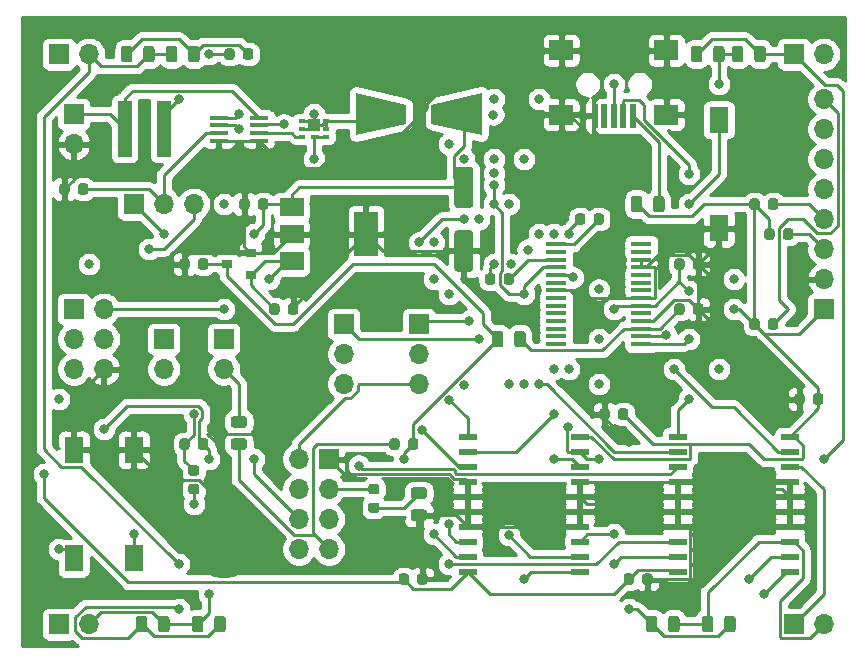
<source format=gbr>
G04 #@! TF.GenerationSoftware,KiCad,Pcbnew,(5.1.6)-1*
G04 #@! TF.CreationDate,2020-09-09T15:03:48-04:00*
G04 #@! TF.ProjectId,electronique_drone,656c6563-7472-46f6-9e69-7175655f6472,2*
G04 #@! TF.SameCoordinates,Original*
G04 #@! TF.FileFunction,Copper,L1,Top*
G04 #@! TF.FilePolarity,Positive*
%FSLAX46Y46*%
G04 Gerber Fmt 4.6, Leading zero omitted, Abs format (unit mm)*
G04 Created by KiCad (PCBNEW (5.1.6)-1) date 2020-09-09 15:03:48*
%MOMM*%
%LPD*%
G01*
G04 APERTURE LIST*
G04 #@! TA.AperFunction,ComponentPad*
%ADD10R,1.700000X1.700000*%
G04 #@! TD*
G04 #@! TA.AperFunction,ComponentPad*
%ADD11O,1.700000X1.700000*%
G04 #@! TD*
G04 #@! TA.AperFunction,SMDPad,CuDef*
%ADD12C,0.100000*%
G04 #@! TD*
G04 #@! TA.AperFunction,SMDPad,CuDef*
%ADD13R,0.500000X2.000000*%
G04 #@! TD*
G04 #@! TA.AperFunction,SMDPad,CuDef*
%ADD14R,2.000000X1.700000*%
G04 #@! TD*
G04 #@! TA.AperFunction,SMDPad,CuDef*
%ADD15R,1.200000X4.700000*%
G04 #@! TD*
G04 #@! TA.AperFunction,SMDPad,CuDef*
%ADD16R,0.609600X0.304800*%
G04 #@! TD*
G04 #@! TA.AperFunction,SMDPad,CuDef*
%ADD17R,0.990600X0.990600*%
G04 #@! TD*
G04 #@! TA.AperFunction,SMDPad,CuDef*
%ADD18R,0.762000X0.304800*%
G04 #@! TD*
G04 #@! TA.AperFunction,SMDPad,CuDef*
%ADD19R,1.600000X2.180000*%
G04 #@! TD*
G04 #@! TA.AperFunction,SMDPad,CuDef*
%ADD20R,1.600000X0.300000*%
G04 #@! TD*
G04 #@! TA.AperFunction,SMDPad,CuDef*
%ADD21R,2.000000X3.800000*%
G04 #@! TD*
G04 #@! TA.AperFunction,SMDPad,CuDef*
%ADD22R,2.000000X1.500000*%
G04 #@! TD*
G04 #@! TA.AperFunction,SMDPad,CuDef*
%ADD23R,0.900000X0.800000*%
G04 #@! TD*
G04 #@! TA.AperFunction,SMDPad,CuDef*
%ADD24R,1.750000X0.450000*%
G04 #@! TD*
G04 #@! TA.AperFunction,SMDPad,CuDef*
%ADD25R,1.500000X0.600000*%
G04 #@! TD*
G04 #@! TA.AperFunction,ViaPad*
%ADD26C,5.000000*%
G04 #@! TD*
G04 #@! TA.AperFunction,ViaPad*
%ADD27C,4.000000*%
G04 #@! TD*
G04 #@! TA.AperFunction,ViaPad*
%ADD28C,0.800000*%
G04 #@! TD*
G04 #@! TA.AperFunction,Conductor*
%ADD29C,0.250000*%
G04 #@! TD*
G04 #@! TA.AperFunction,Conductor*
%ADD30C,0.254000*%
G04 #@! TD*
G04 APERTURE END LIST*
D10*
X49530000Y-58420000D03*
D11*
X49530000Y-60960000D03*
G04 #@! TA.AperFunction,SMDPad,CuDef*
G36*
G01*
X82000000Y-62860000D02*
X83100000Y-62860000D01*
G75*
G02*
X83350000Y-63110000I0J-250000D01*
G01*
X83350000Y-66110000D01*
G75*
G02*
X83100000Y-66360000I-250000J0D01*
G01*
X82000000Y-66360000D01*
G75*
G02*
X81750000Y-66110000I0J250000D01*
G01*
X81750000Y-63110000D01*
G75*
G02*
X82000000Y-62860000I250000J0D01*
G01*
G37*
G04 #@! TD.AperFunction*
G04 #@! TA.AperFunction,SMDPad,CuDef*
G36*
G01*
X82000000Y-68260000D02*
X83100000Y-68260000D01*
G75*
G02*
X83350000Y-68510000I0J-250000D01*
G01*
X83350000Y-71510000D01*
G75*
G02*
X83100000Y-71760000I-250000J0D01*
G01*
X82000000Y-71760000D01*
G75*
G02*
X81750000Y-71510000I0J250000D01*
G01*
X81750000Y-68510000D01*
G75*
G02*
X82000000Y-68260000I250000J0D01*
G01*
G37*
G04 #@! TD.AperFunction*
G04 #@! TA.AperFunction,SMDPad,CuDef*
G36*
G01*
X64420000Y-65783750D02*
X64420000Y-66296250D01*
G75*
G02*
X64201250Y-66515000I-218750J0D01*
G01*
X63763750Y-66515000D01*
G75*
G02*
X63545000Y-66296250I0J218750D01*
G01*
X63545000Y-65783750D01*
G75*
G02*
X63763750Y-65565000I218750J0D01*
G01*
X64201250Y-65565000D01*
G75*
G02*
X64420000Y-65783750I0J-218750D01*
G01*
G37*
G04 #@! TD.AperFunction*
G04 #@! TA.AperFunction,SMDPad,CuDef*
G36*
G01*
X65995000Y-65783750D02*
X65995000Y-66296250D01*
G75*
G02*
X65776250Y-66515000I-218750J0D01*
G01*
X65338750Y-66515000D01*
G75*
G02*
X65120000Y-66296250I0J218750D01*
G01*
X65120000Y-65783750D01*
G75*
G02*
X65338750Y-65565000I218750J0D01*
G01*
X65776250Y-65565000D01*
G75*
G02*
X65995000Y-65783750I0J-218750D01*
G01*
G37*
G04 #@! TD.AperFunction*
G04 #@! TA.AperFunction,SMDPad,CuDef*
G36*
G01*
X66085000Y-75186250D02*
X66085000Y-74673750D01*
G75*
G02*
X66303750Y-74455000I218750J0D01*
G01*
X66741250Y-74455000D01*
G75*
G02*
X66960000Y-74673750I0J-218750D01*
G01*
X66960000Y-75186250D01*
G75*
G02*
X66741250Y-75405000I-218750J0D01*
G01*
X66303750Y-75405000D01*
G75*
G02*
X66085000Y-75186250I0J218750D01*
G01*
G37*
G04 #@! TD.AperFunction*
G04 #@! TA.AperFunction,SMDPad,CuDef*
G36*
G01*
X67660000Y-75186250D02*
X67660000Y-74673750D01*
G75*
G02*
X67878750Y-74455000I218750J0D01*
G01*
X68316250Y-74455000D01*
G75*
G02*
X68535000Y-74673750I0J-218750D01*
G01*
X68535000Y-75186250D01*
G75*
G02*
X68316250Y-75405000I-218750J0D01*
G01*
X67878750Y-75405000D01*
G75*
G02*
X67660000Y-75186250I0J218750D01*
G01*
G37*
G04 #@! TD.AperFunction*
G04 #@! TA.AperFunction,SMDPad,CuDef*
G36*
G01*
X59340000Y-70863750D02*
X59340000Y-71376250D01*
G75*
G02*
X59121250Y-71595000I-218750J0D01*
G01*
X58683750Y-71595000D01*
G75*
G02*
X58465000Y-71376250I0J218750D01*
G01*
X58465000Y-70863750D01*
G75*
G02*
X58683750Y-70645000I218750J0D01*
G01*
X59121250Y-70645000D01*
G75*
G02*
X59340000Y-70863750I0J-218750D01*
G01*
G37*
G04 #@! TD.AperFunction*
G04 #@! TA.AperFunction,SMDPad,CuDef*
G36*
G01*
X60915000Y-70863750D02*
X60915000Y-71376250D01*
G75*
G02*
X60696250Y-71595000I-218750J0D01*
G01*
X60258750Y-71595000D01*
G75*
G02*
X60040000Y-71376250I0J218750D01*
G01*
X60040000Y-70863750D01*
G75*
G02*
X60258750Y-70645000I218750J0D01*
G01*
X60696250Y-70645000D01*
G75*
G02*
X60915000Y-70863750I0J-218750D01*
G01*
G37*
G04 #@! TD.AperFunction*
G04 #@! TA.AperFunction,SMDPad,CuDef*
G36*
G01*
X100375000Y-75186250D02*
X100375000Y-74673750D01*
G75*
G02*
X100593750Y-74455000I218750J0D01*
G01*
X101031250Y-74455000D01*
G75*
G02*
X101250000Y-74673750I0J-218750D01*
G01*
X101250000Y-75186250D01*
G75*
G02*
X101031250Y-75405000I-218750J0D01*
G01*
X100593750Y-75405000D01*
G75*
G02*
X100375000Y-75186250I0J218750D01*
G01*
G37*
G04 #@! TD.AperFunction*
G04 #@! TA.AperFunction,SMDPad,CuDef*
G36*
G01*
X101950000Y-75186250D02*
X101950000Y-74673750D01*
G75*
G02*
X102168750Y-74455000I218750J0D01*
G01*
X102606250Y-74455000D01*
G75*
G02*
X102825000Y-74673750I0J-218750D01*
G01*
X102825000Y-75186250D01*
G75*
G02*
X102606250Y-75405000I-218750J0D01*
G01*
X102168750Y-75405000D01*
G75*
G02*
X101950000Y-75186250I0J218750D01*
G01*
G37*
G04 #@! TD.AperFunction*
G04 #@! TA.AperFunction,SMDPad,CuDef*
G36*
G01*
X102825000Y-70863750D02*
X102825000Y-71376250D01*
G75*
G02*
X102606250Y-71595000I-218750J0D01*
G01*
X102168750Y-71595000D01*
G75*
G02*
X101950000Y-71376250I0J218750D01*
G01*
X101950000Y-70863750D01*
G75*
G02*
X102168750Y-70645000I218750J0D01*
G01*
X102606250Y-70645000D01*
G75*
G02*
X102825000Y-70863750I0J-218750D01*
G01*
G37*
G04 #@! TD.AperFunction*
G04 #@! TA.AperFunction,SMDPad,CuDef*
G36*
G01*
X101250000Y-70863750D02*
X101250000Y-71376250D01*
G75*
G02*
X101031250Y-71595000I-218750J0D01*
G01*
X100593750Y-71595000D01*
G75*
G02*
X100375000Y-71376250I0J218750D01*
G01*
X100375000Y-70863750D01*
G75*
G02*
X100593750Y-70645000I218750J0D01*
G01*
X101031250Y-70645000D01*
G75*
G02*
X101250000Y-70863750I0J-218750D01*
G01*
G37*
G04 #@! TD.AperFunction*
G04 #@! TA.AperFunction,SMDPad,CuDef*
G36*
G01*
X85222500Y-72133750D02*
X85222500Y-72646250D01*
G75*
G02*
X85003750Y-72865000I-218750J0D01*
G01*
X84566250Y-72865000D01*
G75*
G02*
X84347500Y-72646250I0J218750D01*
G01*
X84347500Y-72133750D01*
G75*
G02*
X84566250Y-71915000I218750J0D01*
G01*
X85003750Y-71915000D01*
G75*
G02*
X85222500Y-72133750I0J-218750D01*
G01*
G37*
G04 #@! TD.AperFunction*
G04 #@! TA.AperFunction,SMDPad,CuDef*
G36*
G01*
X86797500Y-72133750D02*
X86797500Y-72646250D01*
G75*
G02*
X86578750Y-72865000I-218750J0D01*
G01*
X86141250Y-72865000D01*
G75*
G02*
X85922500Y-72646250I0J218750D01*
G01*
X85922500Y-72133750D01*
G75*
G02*
X86141250Y-71915000I218750J0D01*
G01*
X86578750Y-71915000D01*
G75*
G02*
X86797500Y-72133750I0J-218750D01*
G01*
G37*
G04 #@! TD.AperFunction*
G04 #@! TA.AperFunction,SMDPad,CuDef*
G36*
G01*
X78607500Y-98046250D02*
X78607500Y-97533750D01*
G75*
G02*
X78826250Y-97315000I218750J0D01*
G01*
X79263750Y-97315000D01*
G75*
G02*
X79482500Y-97533750I0J-218750D01*
G01*
X79482500Y-98046250D01*
G75*
G02*
X79263750Y-98265000I-218750J0D01*
G01*
X78826250Y-98265000D01*
G75*
G02*
X78607500Y-98046250I0J218750D01*
G01*
G37*
G04 #@! TD.AperFunction*
G04 #@! TA.AperFunction,SMDPad,CuDef*
G36*
G01*
X77032500Y-98046250D02*
X77032500Y-97533750D01*
G75*
G02*
X77251250Y-97315000I218750J0D01*
G01*
X77688750Y-97315000D01*
G75*
G02*
X77907500Y-97533750I0J-218750D01*
G01*
X77907500Y-98046250D01*
G75*
G02*
X77688750Y-98265000I-218750J0D01*
G01*
X77251250Y-98265000D01*
G75*
G02*
X77032500Y-98046250I0J218750D01*
G01*
G37*
G04 #@! TD.AperFunction*
G04 #@! TA.AperFunction,SMDPad,CuDef*
G36*
G01*
X94025000Y-84076250D02*
X94025000Y-83563750D01*
G75*
G02*
X94243750Y-83345000I218750J0D01*
G01*
X94681250Y-83345000D01*
G75*
G02*
X94900000Y-83563750I0J-218750D01*
G01*
X94900000Y-84076250D01*
G75*
G02*
X94681250Y-84295000I-218750J0D01*
G01*
X94243750Y-84295000D01*
G75*
G02*
X94025000Y-84076250I0J218750D01*
G01*
G37*
G04 #@! TD.AperFunction*
G04 #@! TA.AperFunction,SMDPad,CuDef*
G36*
G01*
X95600000Y-84076250D02*
X95600000Y-83563750D01*
G75*
G02*
X95818750Y-83345000I218750J0D01*
G01*
X96256250Y-83345000D01*
G75*
G02*
X96475000Y-83563750I0J-218750D01*
G01*
X96475000Y-84076250D01*
G75*
G02*
X96256250Y-84295000I-218750J0D01*
G01*
X95818750Y-84295000D01*
G75*
G02*
X95600000Y-84076250I0J218750D01*
G01*
G37*
G04 #@! TD.AperFunction*
G04 #@! TA.AperFunction,SMDPad,CuDef*
G36*
G01*
X97657500Y-98046250D02*
X97657500Y-97533750D01*
G75*
G02*
X97876250Y-97315000I218750J0D01*
G01*
X98313750Y-97315000D01*
G75*
G02*
X98532500Y-97533750I0J-218750D01*
G01*
X98532500Y-98046250D01*
G75*
G02*
X98313750Y-98265000I-218750J0D01*
G01*
X97876250Y-98265000D01*
G75*
G02*
X97657500Y-98046250I0J218750D01*
G01*
G37*
G04 #@! TD.AperFunction*
G04 #@! TA.AperFunction,SMDPad,CuDef*
G36*
G01*
X96082500Y-98046250D02*
X96082500Y-97533750D01*
G75*
G02*
X96301250Y-97315000I218750J0D01*
G01*
X96738750Y-97315000D01*
G75*
G02*
X96957500Y-97533750I0J-218750D01*
G01*
X96957500Y-98046250D01*
G75*
G02*
X96738750Y-98265000I-218750J0D01*
G01*
X96301250Y-98265000D01*
G75*
G02*
X96082500Y-98046250I0J218750D01*
G01*
G37*
G04 #@! TD.AperFunction*
G04 #@! TA.AperFunction,SMDPad,CuDef*
G36*
G01*
X112110000Y-82806250D02*
X112110000Y-82293750D01*
G75*
G02*
X112328750Y-82075000I218750J0D01*
G01*
X112766250Y-82075000D01*
G75*
G02*
X112985000Y-82293750I0J-218750D01*
G01*
X112985000Y-82806250D01*
G75*
G02*
X112766250Y-83025000I-218750J0D01*
G01*
X112328750Y-83025000D01*
G75*
G02*
X112110000Y-82806250I0J218750D01*
G01*
G37*
G04 #@! TD.AperFunction*
G04 #@! TA.AperFunction,SMDPad,CuDef*
G36*
G01*
X110535000Y-82806250D02*
X110535000Y-82293750D01*
G75*
G02*
X110753750Y-82075000I218750J0D01*
G01*
X111191250Y-82075000D01*
G75*
G02*
X111410000Y-82293750I0J-218750D01*
G01*
X111410000Y-82806250D01*
G75*
G02*
X111191250Y-83025000I-218750J0D01*
G01*
X110753750Y-83025000D01*
G75*
G02*
X110535000Y-82806250I0J218750D01*
G01*
G37*
G04 #@! TD.AperFunction*
G04 #@! TA.AperFunction,SMDPad,CuDef*
D12*
G36*
X84090000Y-56620000D02*
G01*
X84090000Y-60220000D01*
X79790000Y-59220000D01*
X79790000Y-57620000D01*
X84090000Y-56620000D01*
G37*
G04 #@! TD.AperFunction*
G04 #@! TA.AperFunction,SMDPad,CuDef*
G36*
X73390000Y-60220000D02*
G01*
X73390000Y-56620000D01*
X77690000Y-57620000D01*
X77690000Y-59220000D01*
X73390000Y-60220000D01*
G37*
G04 #@! TD.AperFunction*
G04 #@! TA.AperFunction,SMDPad,CuDef*
G36*
G01*
X98572500Y-66496250D02*
X98572500Y-65583750D01*
G75*
G02*
X98816250Y-65340000I243750J0D01*
G01*
X99303750Y-65340000D01*
G75*
G02*
X99547500Y-65583750I0J-243750D01*
G01*
X99547500Y-66496250D01*
G75*
G02*
X99303750Y-66740000I-243750J0D01*
G01*
X98816250Y-66740000D01*
G75*
G02*
X98572500Y-66496250I0J243750D01*
G01*
G37*
G04 #@! TD.AperFunction*
G04 #@! TA.AperFunction,SMDPad,CuDef*
G36*
G01*
X96697500Y-66496250D02*
X96697500Y-65583750D01*
G75*
G02*
X96941250Y-65340000I243750J0D01*
G01*
X97428750Y-65340000D01*
G75*
G02*
X97672500Y-65583750I0J-243750D01*
G01*
X97672500Y-66496250D01*
G75*
G02*
X97428750Y-66740000I-243750J0D01*
G01*
X96941250Y-66740000D01*
G75*
G02*
X96697500Y-66496250I0J243750D01*
G01*
G37*
G04 #@! TD.AperFunction*
G04 #@! TA.AperFunction,SMDPad,CuDef*
G36*
G01*
X86810000Y-77926250D02*
X86810000Y-77013750D01*
G75*
G02*
X87053750Y-76770000I243750J0D01*
G01*
X87541250Y-76770000D01*
G75*
G02*
X87785000Y-77013750I0J-243750D01*
G01*
X87785000Y-77926250D01*
G75*
G02*
X87541250Y-78170000I-243750J0D01*
G01*
X87053750Y-78170000D01*
G75*
G02*
X86810000Y-77926250I0J243750D01*
G01*
G37*
G04 #@! TD.AperFunction*
G04 #@! TA.AperFunction,SMDPad,CuDef*
G36*
G01*
X84935000Y-77926250D02*
X84935000Y-77013750D01*
G75*
G02*
X85178750Y-76770000I243750J0D01*
G01*
X85666250Y-76770000D01*
G75*
G02*
X85910000Y-77013750I0J-243750D01*
G01*
X85910000Y-77926250D01*
G75*
G02*
X85666250Y-78170000I-243750J0D01*
G01*
X85178750Y-78170000D01*
G75*
G02*
X84935000Y-77926250I0J243750D01*
G01*
G37*
G04 #@! TD.AperFunction*
G04 #@! TA.AperFunction,SMDPad,CuDef*
G36*
G01*
X53517500Y-53796250D02*
X53517500Y-52883750D01*
G75*
G02*
X53761250Y-52640000I243750J0D01*
G01*
X54248750Y-52640000D01*
G75*
G02*
X54492500Y-52883750I0J-243750D01*
G01*
X54492500Y-53796250D01*
G75*
G02*
X54248750Y-54040000I-243750J0D01*
G01*
X53761250Y-54040000D01*
G75*
G02*
X53517500Y-53796250I0J243750D01*
G01*
G37*
G04 #@! TD.AperFunction*
G04 #@! TA.AperFunction,SMDPad,CuDef*
G36*
G01*
X55392500Y-53796250D02*
X55392500Y-52883750D01*
G75*
G02*
X55636250Y-52640000I243750J0D01*
G01*
X56123750Y-52640000D01*
G75*
G02*
X56367500Y-52883750I0J-243750D01*
G01*
X56367500Y-53796250D01*
G75*
G02*
X56123750Y-54040000I-243750J0D01*
G01*
X55636250Y-54040000D01*
G75*
G02*
X55392500Y-53796250I0J243750D01*
G01*
G37*
G04 #@! TD.AperFunction*
G04 #@! TA.AperFunction,SMDPad,CuDef*
G36*
G01*
X59202500Y-53796250D02*
X59202500Y-52883750D01*
G75*
G02*
X59446250Y-52640000I243750J0D01*
G01*
X59933750Y-52640000D01*
G75*
G02*
X60177500Y-52883750I0J-243750D01*
G01*
X60177500Y-53796250D01*
G75*
G02*
X59933750Y-54040000I-243750J0D01*
G01*
X59446250Y-54040000D01*
G75*
G02*
X59202500Y-53796250I0J243750D01*
G01*
G37*
G04 #@! TD.AperFunction*
G04 #@! TA.AperFunction,SMDPad,CuDef*
G36*
G01*
X57327500Y-53796250D02*
X57327500Y-52883750D01*
G75*
G02*
X57571250Y-52640000I243750J0D01*
G01*
X58058750Y-52640000D01*
G75*
G02*
X58302500Y-52883750I0J-243750D01*
G01*
X58302500Y-53796250D01*
G75*
G02*
X58058750Y-54040000I-243750J0D01*
G01*
X57571250Y-54040000D01*
G75*
G02*
X57327500Y-53796250I0J243750D01*
G01*
G37*
G04 #@! TD.AperFunction*
G04 #@! TA.AperFunction,SMDPad,CuDef*
G36*
G01*
X105255000Y-53796250D02*
X105255000Y-52883750D01*
G75*
G02*
X105498750Y-52640000I243750J0D01*
G01*
X105986250Y-52640000D01*
G75*
G02*
X106230000Y-52883750I0J-243750D01*
G01*
X106230000Y-53796250D01*
G75*
G02*
X105986250Y-54040000I-243750J0D01*
G01*
X105498750Y-54040000D01*
G75*
G02*
X105255000Y-53796250I0J243750D01*
G01*
G37*
G04 #@! TD.AperFunction*
G04 #@! TA.AperFunction,SMDPad,CuDef*
G36*
G01*
X107130000Y-53796250D02*
X107130000Y-52883750D01*
G75*
G02*
X107373750Y-52640000I243750J0D01*
G01*
X107861250Y-52640000D01*
G75*
G02*
X108105000Y-52883750I0J-243750D01*
G01*
X108105000Y-53796250D01*
G75*
G02*
X107861250Y-54040000I-243750J0D01*
G01*
X107373750Y-54040000D01*
G75*
G02*
X107130000Y-53796250I0J243750D01*
G01*
G37*
G04 #@! TD.AperFunction*
G04 #@! TA.AperFunction,SMDPad,CuDef*
G36*
G01*
X101777500Y-53796250D02*
X101777500Y-52883750D01*
G75*
G02*
X102021250Y-52640000I243750J0D01*
G01*
X102508750Y-52640000D01*
G75*
G02*
X102752500Y-52883750I0J-243750D01*
G01*
X102752500Y-53796250D01*
G75*
G02*
X102508750Y-54040000I-243750J0D01*
G01*
X102021250Y-54040000D01*
G75*
G02*
X101777500Y-53796250I0J243750D01*
G01*
G37*
G04 #@! TD.AperFunction*
G04 #@! TA.AperFunction,SMDPad,CuDef*
G36*
G01*
X103652500Y-53796250D02*
X103652500Y-52883750D01*
G75*
G02*
X103896250Y-52640000I243750J0D01*
G01*
X104383750Y-52640000D01*
G75*
G02*
X104627500Y-52883750I0J-243750D01*
G01*
X104627500Y-53796250D01*
G75*
G02*
X104383750Y-54040000I-243750J0D01*
G01*
X103896250Y-54040000D01*
G75*
G02*
X103652500Y-53796250I0J243750D01*
G01*
G37*
G04 #@! TD.AperFunction*
G04 #@! TA.AperFunction,SMDPad,CuDef*
G36*
G01*
X56662500Y-102056250D02*
X56662500Y-101143750D01*
G75*
G02*
X56906250Y-100900000I243750J0D01*
G01*
X57393750Y-100900000D01*
G75*
G02*
X57637500Y-101143750I0J-243750D01*
G01*
X57637500Y-102056250D01*
G75*
G02*
X57393750Y-102300000I-243750J0D01*
G01*
X56906250Y-102300000D01*
G75*
G02*
X56662500Y-102056250I0J243750D01*
G01*
G37*
G04 #@! TD.AperFunction*
G04 #@! TA.AperFunction,SMDPad,CuDef*
G36*
G01*
X54787500Y-102056250D02*
X54787500Y-101143750D01*
G75*
G02*
X55031250Y-100900000I243750J0D01*
G01*
X55518750Y-100900000D01*
G75*
G02*
X55762500Y-101143750I0J-243750D01*
G01*
X55762500Y-102056250D01*
G75*
G02*
X55518750Y-102300000I-243750J0D01*
G01*
X55031250Y-102300000D01*
G75*
G02*
X54787500Y-102056250I0J243750D01*
G01*
G37*
G04 #@! TD.AperFunction*
G04 #@! TA.AperFunction,SMDPad,CuDef*
G36*
G01*
X59535000Y-102056250D02*
X59535000Y-101143750D01*
G75*
G02*
X59778750Y-100900000I243750J0D01*
G01*
X60266250Y-100900000D01*
G75*
G02*
X60510000Y-101143750I0J-243750D01*
G01*
X60510000Y-102056250D01*
G75*
G02*
X60266250Y-102300000I-243750J0D01*
G01*
X59778750Y-102300000D01*
G75*
G02*
X59535000Y-102056250I0J243750D01*
G01*
G37*
G04 #@! TD.AperFunction*
G04 #@! TA.AperFunction,SMDPad,CuDef*
G36*
G01*
X61410000Y-102056250D02*
X61410000Y-101143750D01*
G75*
G02*
X61653750Y-100900000I243750J0D01*
G01*
X62141250Y-100900000D01*
G75*
G02*
X62385000Y-101143750I0J-243750D01*
G01*
X62385000Y-102056250D01*
G75*
G02*
X62141250Y-102300000I-243750J0D01*
G01*
X61653750Y-102300000D01*
G75*
G02*
X61410000Y-102056250I0J243750D01*
G01*
G37*
G04 #@! TD.AperFunction*
G04 #@! TA.AperFunction,SMDPad,CuDef*
G36*
G01*
X102715000Y-102056250D02*
X102715000Y-101143750D01*
G75*
G02*
X102958750Y-100900000I243750J0D01*
G01*
X103446250Y-100900000D01*
G75*
G02*
X103690000Y-101143750I0J-243750D01*
G01*
X103690000Y-102056250D01*
G75*
G02*
X103446250Y-102300000I-243750J0D01*
G01*
X102958750Y-102300000D01*
G75*
G02*
X102715000Y-102056250I0J243750D01*
G01*
G37*
G04 #@! TD.AperFunction*
G04 #@! TA.AperFunction,SMDPad,CuDef*
G36*
G01*
X104590000Y-102056250D02*
X104590000Y-101143750D01*
G75*
G02*
X104833750Y-100900000I243750J0D01*
G01*
X105321250Y-100900000D01*
G75*
G02*
X105565000Y-101143750I0J-243750D01*
G01*
X105565000Y-102056250D01*
G75*
G02*
X105321250Y-102300000I-243750J0D01*
G01*
X104833750Y-102300000D01*
G75*
G02*
X104590000Y-102056250I0J243750D01*
G01*
G37*
G04 #@! TD.AperFunction*
G04 #@! TA.AperFunction,SMDPad,CuDef*
G36*
G01*
X97967500Y-102056250D02*
X97967500Y-101143750D01*
G75*
G02*
X98211250Y-100900000I243750J0D01*
G01*
X98698750Y-100900000D01*
G75*
G02*
X98942500Y-101143750I0J-243750D01*
G01*
X98942500Y-102056250D01*
G75*
G02*
X98698750Y-102300000I-243750J0D01*
G01*
X98211250Y-102300000D01*
G75*
G02*
X97967500Y-102056250I0J243750D01*
G01*
G37*
G04 #@! TD.AperFunction*
G04 #@! TA.AperFunction,SMDPad,CuDef*
G36*
G01*
X99842500Y-102056250D02*
X99842500Y-101143750D01*
G75*
G02*
X100086250Y-100900000I243750J0D01*
G01*
X100573750Y-100900000D01*
G75*
G02*
X100817500Y-101143750I0J-243750D01*
G01*
X100817500Y-102056250D01*
G75*
G02*
X100573750Y-102300000I-243750J0D01*
G01*
X100086250Y-102300000D01*
G75*
G02*
X99842500Y-102056250I0J243750D01*
G01*
G37*
G04 #@! TD.AperFunction*
G04 #@! TA.AperFunction,SMDPad,CuDef*
G36*
G01*
X63043750Y-85872500D02*
X63956250Y-85872500D01*
G75*
G02*
X64200000Y-86116250I0J-243750D01*
G01*
X64200000Y-86603750D01*
G75*
G02*
X63956250Y-86847500I-243750J0D01*
G01*
X63043750Y-86847500D01*
G75*
G02*
X62800000Y-86603750I0J243750D01*
G01*
X62800000Y-86116250D01*
G75*
G02*
X63043750Y-85872500I243750J0D01*
G01*
G37*
G04 #@! TD.AperFunction*
G04 #@! TA.AperFunction,SMDPad,CuDef*
G36*
G01*
X63043750Y-83997500D02*
X63956250Y-83997500D01*
G75*
G02*
X64200000Y-84241250I0J-243750D01*
G01*
X64200000Y-84728750D01*
G75*
G02*
X63956250Y-84972500I-243750J0D01*
G01*
X63043750Y-84972500D01*
G75*
G02*
X62800000Y-84728750I0J243750D01*
G01*
X62800000Y-84241250D01*
G75*
G02*
X63043750Y-83997500I243750J0D01*
G01*
G37*
G04 #@! TD.AperFunction*
G04 #@! TA.AperFunction,SMDPad,CuDef*
G36*
G01*
X79196250Y-90990000D02*
X78283750Y-90990000D01*
G75*
G02*
X78040000Y-90746250I0J243750D01*
G01*
X78040000Y-90258750D01*
G75*
G02*
X78283750Y-90015000I243750J0D01*
G01*
X79196250Y-90015000D01*
G75*
G02*
X79440000Y-90258750I0J-243750D01*
G01*
X79440000Y-90746250D01*
G75*
G02*
X79196250Y-90990000I-243750J0D01*
G01*
G37*
G04 #@! TD.AperFunction*
G04 #@! TA.AperFunction,SMDPad,CuDef*
G36*
G01*
X79196250Y-92865000D02*
X78283750Y-92865000D01*
G75*
G02*
X78040000Y-92621250I0J243750D01*
G01*
X78040000Y-92133750D01*
G75*
G02*
X78283750Y-91890000I243750J0D01*
G01*
X79196250Y-91890000D01*
G75*
G02*
X79440000Y-92133750I0J-243750D01*
G01*
X79440000Y-92621250D01*
G75*
G02*
X79196250Y-92865000I-243750J0D01*
G01*
G37*
G04 #@! TD.AperFunction*
D13*
X96850000Y-58580000D03*
X96050000Y-58580000D03*
X95250000Y-58580000D03*
X94450000Y-58580000D03*
X93650000Y-58580000D03*
D14*
X99700000Y-58480000D03*
X99700000Y-53030000D03*
X90800000Y-58480000D03*
X90800000Y-53030000D03*
D10*
X49530000Y-74930000D03*
D11*
X52070000Y-74930000D03*
X49530000Y-77470000D03*
X52070000Y-77470000D03*
X49530000Y-80010000D03*
X52070000Y-80010000D03*
D10*
X54610000Y-66040000D03*
D11*
X57150000Y-66040000D03*
X59690000Y-66040000D03*
D10*
X72390000Y-76200000D03*
D11*
X72390000Y-78740000D03*
X72390000Y-81280000D03*
X78740000Y-81280000D03*
X78740000Y-78740000D03*
D10*
X78740000Y-76200000D03*
D11*
X57150000Y-80010000D03*
D10*
X57150000Y-77470000D03*
X62230000Y-77470000D03*
D11*
X62230000Y-80010000D03*
D15*
X53840000Y-59690000D03*
X57150000Y-59690000D03*
D11*
X50800000Y-53340000D03*
D10*
X48260000Y-53340000D03*
X110490000Y-53340000D03*
D11*
X113030000Y-53340000D03*
X50800000Y-101600000D03*
D10*
X48260000Y-101600000D03*
X110490000Y-101600000D03*
D11*
X113030000Y-101600000D03*
D16*
X68846700Y-59040001D03*
X68846700Y-59690000D03*
X68846700Y-60339999D03*
X70853300Y-60339999D03*
X70853300Y-59690000D03*
X70853300Y-59040001D03*
D17*
X69850000Y-59385200D03*
D18*
X69951600Y-60350400D03*
G04 #@! TA.AperFunction,SMDPad,CuDef*
G36*
G01*
X50755000Y-64513750D02*
X50755000Y-65026250D01*
G75*
G02*
X50536250Y-65245000I-218750J0D01*
G01*
X50098750Y-65245000D01*
G75*
G02*
X49880000Y-65026250I0J218750D01*
G01*
X49880000Y-64513750D01*
G75*
G02*
X50098750Y-64295000I218750J0D01*
G01*
X50536250Y-64295000D01*
G75*
G02*
X50755000Y-64513750I0J-218750D01*
G01*
G37*
G04 #@! TD.AperFunction*
G04 #@! TA.AperFunction,SMDPad,CuDef*
G36*
G01*
X49180000Y-64513750D02*
X49180000Y-65026250D01*
G75*
G02*
X48961250Y-65245000I-218750J0D01*
G01*
X48523750Y-65245000D01*
G75*
G02*
X48305000Y-65026250I0J218750D01*
G01*
X48305000Y-64513750D01*
G75*
G02*
X48523750Y-64295000I218750J0D01*
G01*
X48961250Y-64295000D01*
G75*
G02*
X49180000Y-64513750I0J-218750D01*
G01*
G37*
G04 #@! TD.AperFunction*
G04 #@! TA.AperFunction,SMDPad,CuDef*
G36*
G01*
X91967500Y-67566250D02*
X91967500Y-67053750D01*
G75*
G02*
X92186250Y-66835000I218750J0D01*
G01*
X92623750Y-66835000D01*
G75*
G02*
X92842500Y-67053750I0J-218750D01*
G01*
X92842500Y-67566250D01*
G75*
G02*
X92623750Y-67785000I-218750J0D01*
G01*
X92186250Y-67785000D01*
G75*
G02*
X91967500Y-67566250I0J218750D01*
G01*
G37*
G04 #@! TD.AperFunction*
G04 #@! TA.AperFunction,SMDPad,CuDef*
G36*
G01*
X93542500Y-67566250D02*
X93542500Y-67053750D01*
G75*
G02*
X93761250Y-66835000I218750J0D01*
G01*
X94198750Y-66835000D01*
G75*
G02*
X94417500Y-67053750I0J-218750D01*
G01*
X94417500Y-67566250D01*
G75*
G02*
X94198750Y-67785000I-218750J0D01*
G01*
X93761250Y-67785000D01*
G75*
G02*
X93542500Y-67566250I0J218750D01*
G01*
G37*
G04 #@! TD.AperFunction*
G04 #@! TA.AperFunction,SMDPad,CuDef*
G36*
G01*
X108870000Y-68323750D02*
X108870000Y-68836250D01*
G75*
G02*
X108651250Y-69055000I-218750J0D01*
G01*
X108213750Y-69055000D01*
G75*
G02*
X107995000Y-68836250I0J218750D01*
G01*
X107995000Y-68323750D01*
G75*
G02*
X108213750Y-68105000I218750J0D01*
G01*
X108651250Y-68105000D01*
G75*
G02*
X108870000Y-68323750I0J-218750D01*
G01*
G37*
G04 #@! TD.AperFunction*
G04 #@! TA.AperFunction,SMDPad,CuDef*
G36*
G01*
X110445000Y-68323750D02*
X110445000Y-68836250D01*
G75*
G02*
X110226250Y-69055000I-218750J0D01*
G01*
X109788750Y-69055000D01*
G75*
G02*
X109570000Y-68836250I0J218750D01*
G01*
X109570000Y-68323750D01*
G75*
G02*
X109788750Y-68105000I218750J0D01*
G01*
X110226250Y-68105000D01*
G75*
G02*
X110445000Y-68323750I0J-218750D01*
G01*
G37*
G04 #@! TD.AperFunction*
G04 #@! TA.AperFunction,SMDPad,CuDef*
G36*
G01*
X106725000Y-66296250D02*
X106725000Y-65783750D01*
G75*
G02*
X106943750Y-65565000I218750J0D01*
G01*
X107381250Y-65565000D01*
G75*
G02*
X107600000Y-65783750I0J-218750D01*
G01*
X107600000Y-66296250D01*
G75*
G02*
X107381250Y-66515000I-218750J0D01*
G01*
X106943750Y-66515000D01*
G75*
G02*
X106725000Y-66296250I0J218750D01*
G01*
G37*
G04 #@! TD.AperFunction*
G04 #@! TA.AperFunction,SMDPad,CuDef*
G36*
G01*
X108300000Y-66296250D02*
X108300000Y-65783750D01*
G75*
G02*
X108518750Y-65565000I218750J0D01*
G01*
X108956250Y-65565000D01*
G75*
G02*
X109175000Y-65783750I0J-218750D01*
G01*
X109175000Y-66296250D01*
G75*
G02*
X108956250Y-66515000I-218750J0D01*
G01*
X108518750Y-66515000D01*
G75*
G02*
X108300000Y-66296250I0J218750D01*
G01*
G37*
G04 #@! TD.AperFunction*
G04 #@! TA.AperFunction,SMDPad,CuDef*
G36*
G01*
X106725000Y-76456250D02*
X106725000Y-75943750D01*
G75*
G02*
X106943750Y-75725000I218750J0D01*
G01*
X107381250Y-75725000D01*
G75*
G02*
X107600000Y-75943750I0J-218750D01*
G01*
X107600000Y-76456250D01*
G75*
G02*
X107381250Y-76675000I-218750J0D01*
G01*
X106943750Y-76675000D01*
G75*
G02*
X106725000Y-76456250I0J218750D01*
G01*
G37*
G04 #@! TD.AperFunction*
G04 #@! TA.AperFunction,SMDPad,CuDef*
G36*
G01*
X108300000Y-76456250D02*
X108300000Y-75943750D01*
G75*
G02*
X108518750Y-75725000I218750J0D01*
G01*
X108956250Y-75725000D01*
G75*
G02*
X109175000Y-75943750I0J-218750D01*
G01*
X109175000Y-76456250D01*
G75*
G02*
X108956250Y-76675000I-218750J0D01*
G01*
X108518750Y-76675000D01*
G75*
G02*
X108300000Y-76456250I0J218750D01*
G01*
G37*
G04 #@! TD.AperFunction*
G04 #@! TA.AperFunction,SMDPad,CuDef*
G36*
G01*
X62275000Y-53596250D02*
X62275000Y-53083750D01*
G75*
G02*
X62493750Y-52865000I218750J0D01*
G01*
X62931250Y-52865000D01*
G75*
G02*
X63150000Y-53083750I0J-218750D01*
G01*
X63150000Y-53596250D01*
G75*
G02*
X62931250Y-53815000I-218750J0D01*
G01*
X62493750Y-53815000D01*
G75*
G02*
X62275000Y-53596250I0J218750D01*
G01*
G37*
G04 #@! TD.AperFunction*
G04 #@! TA.AperFunction,SMDPad,CuDef*
G36*
G01*
X63850000Y-53596250D02*
X63850000Y-53083750D01*
G75*
G02*
X64068750Y-52865000I218750J0D01*
G01*
X64506250Y-52865000D01*
G75*
G02*
X64725000Y-53083750I0J-218750D01*
G01*
X64725000Y-53596250D01*
G75*
G02*
X64506250Y-53815000I-218750J0D01*
G01*
X64068750Y-53815000D01*
G75*
G02*
X63850000Y-53596250I0J218750D01*
G01*
G37*
G04 #@! TD.AperFunction*
G04 #@! TA.AperFunction,SMDPad,CuDef*
G36*
G01*
X59433750Y-89732500D02*
X59946250Y-89732500D01*
G75*
G02*
X60165000Y-89951250I0J-218750D01*
G01*
X60165000Y-90388750D01*
G75*
G02*
X59946250Y-90607500I-218750J0D01*
G01*
X59433750Y-90607500D01*
G75*
G02*
X59215000Y-90388750I0J218750D01*
G01*
X59215000Y-89951250D01*
G75*
G02*
X59433750Y-89732500I218750J0D01*
G01*
G37*
G04 #@! TD.AperFunction*
G04 #@! TA.AperFunction,SMDPad,CuDef*
G36*
G01*
X59433750Y-88157500D02*
X59946250Y-88157500D01*
G75*
G02*
X60165000Y-88376250I0J-218750D01*
G01*
X60165000Y-88813750D01*
G75*
G02*
X59946250Y-89032500I-218750J0D01*
G01*
X59433750Y-89032500D01*
G75*
G02*
X59215000Y-88813750I0J218750D01*
G01*
X59215000Y-88376250D01*
G75*
G02*
X59433750Y-88157500I218750J0D01*
G01*
G37*
G04 #@! TD.AperFunction*
G04 #@! TA.AperFunction,SMDPad,CuDef*
G36*
G01*
X58465000Y-86616250D02*
X58465000Y-86103750D01*
G75*
G02*
X58683750Y-85885000I218750J0D01*
G01*
X59121250Y-85885000D01*
G75*
G02*
X59340000Y-86103750I0J-218750D01*
G01*
X59340000Y-86616250D01*
G75*
G02*
X59121250Y-86835000I-218750J0D01*
G01*
X58683750Y-86835000D01*
G75*
G02*
X58465000Y-86616250I0J218750D01*
G01*
G37*
G04 #@! TD.AperFunction*
G04 #@! TA.AperFunction,SMDPad,CuDef*
G36*
G01*
X60040000Y-86616250D02*
X60040000Y-86103750D01*
G75*
G02*
X60258750Y-85885000I218750J0D01*
G01*
X60696250Y-85885000D01*
G75*
G02*
X60915000Y-86103750I0J-218750D01*
G01*
X60915000Y-86616250D01*
G75*
G02*
X60696250Y-86835000I-218750J0D01*
G01*
X60258750Y-86835000D01*
G75*
G02*
X60040000Y-86616250I0J218750D01*
G01*
G37*
G04 #@! TD.AperFunction*
G04 #@! TA.AperFunction,SMDPad,CuDef*
G36*
G01*
X77120000Y-86103750D02*
X77120000Y-86616250D01*
G75*
G02*
X76901250Y-86835000I-218750J0D01*
G01*
X76463750Y-86835000D01*
G75*
G02*
X76245000Y-86616250I0J218750D01*
G01*
X76245000Y-86103750D01*
G75*
G02*
X76463750Y-85885000I218750J0D01*
G01*
X76901250Y-85885000D01*
G75*
G02*
X77120000Y-86103750I0J-218750D01*
G01*
G37*
G04 #@! TD.AperFunction*
G04 #@! TA.AperFunction,SMDPad,CuDef*
G36*
G01*
X78695000Y-86103750D02*
X78695000Y-86616250D01*
G75*
G02*
X78476250Y-86835000I-218750J0D01*
G01*
X78038750Y-86835000D01*
G75*
G02*
X77820000Y-86616250I0J218750D01*
G01*
X77820000Y-86103750D01*
G75*
G02*
X78038750Y-85885000I218750J0D01*
G01*
X78476250Y-85885000D01*
G75*
G02*
X78695000Y-86103750I0J-218750D01*
G01*
G37*
G04 #@! TD.AperFunction*
G04 #@! TA.AperFunction,SMDPad,CuDef*
G36*
G01*
X75186250Y-92182500D02*
X74673750Y-92182500D01*
G75*
G02*
X74455000Y-91963750I0J218750D01*
G01*
X74455000Y-91526250D01*
G75*
G02*
X74673750Y-91307500I218750J0D01*
G01*
X75186250Y-91307500D01*
G75*
G02*
X75405000Y-91526250I0J-218750D01*
G01*
X75405000Y-91963750D01*
G75*
G02*
X75186250Y-92182500I-218750J0D01*
G01*
G37*
G04 #@! TD.AperFunction*
G04 #@! TA.AperFunction,SMDPad,CuDef*
G36*
G01*
X75186250Y-90607500D02*
X74673750Y-90607500D01*
G75*
G02*
X74455000Y-90388750I0J218750D01*
G01*
X74455000Y-89951250D01*
G75*
G02*
X74673750Y-89732500I218750J0D01*
G01*
X75186250Y-89732500D01*
G75*
G02*
X75405000Y-89951250I0J-218750D01*
G01*
X75405000Y-90388750D01*
G75*
G02*
X75186250Y-90607500I-218750J0D01*
G01*
G37*
G04 #@! TD.AperFunction*
D19*
X104140000Y-68090000D03*
X104140000Y-58910000D03*
X54610000Y-96030000D03*
X54610000Y-86850000D03*
X49530000Y-86850000D03*
X49530000Y-96030000D03*
D20*
X61800000Y-58715000D03*
X61800000Y-59365000D03*
X61800000Y-60015000D03*
X61800000Y-60665000D03*
X65200000Y-60665000D03*
X65200000Y-60015000D03*
X65200000Y-59365000D03*
X65200000Y-58715000D03*
D21*
X74270000Y-68580000D03*
D22*
X67970000Y-68580000D03*
X67970000Y-70880000D03*
X67970000Y-66280000D03*
D23*
X64500000Y-72070000D03*
X64500000Y-70170000D03*
X62500000Y-71120000D03*
D24*
X90380000Y-69435000D03*
X90380000Y-70085000D03*
X90380000Y-70735000D03*
X90380000Y-71385000D03*
X90380000Y-72035000D03*
X90380000Y-72685000D03*
X90380000Y-73335000D03*
X90380000Y-73985000D03*
X90380000Y-74635000D03*
X90380000Y-75285000D03*
X90380000Y-75935000D03*
X90380000Y-76585000D03*
X90380000Y-77235000D03*
X90380000Y-77885000D03*
X97580000Y-77885000D03*
X97580000Y-77235000D03*
X97580000Y-76585000D03*
X97580000Y-75935000D03*
X97580000Y-75285000D03*
X97580000Y-74635000D03*
X97580000Y-73985000D03*
X97580000Y-73335000D03*
X97580000Y-72685000D03*
X97580000Y-72035000D03*
X97580000Y-71385000D03*
X97580000Y-70735000D03*
X97580000Y-70085000D03*
X97580000Y-69435000D03*
D10*
X113030000Y-74930000D03*
D11*
X113030000Y-72390000D03*
X113030000Y-69850000D03*
X113030000Y-67310000D03*
X113030000Y-64770000D03*
X113030000Y-62230000D03*
X113030000Y-59690000D03*
X113030000Y-57150000D03*
D25*
X92380000Y-85725000D03*
X92380000Y-86995000D03*
X92380000Y-88265000D03*
X92380000Y-89535000D03*
X92380000Y-90805000D03*
X92380000Y-92075000D03*
X92380000Y-93345000D03*
X92380000Y-94615000D03*
X92380000Y-95885000D03*
X92380000Y-97155000D03*
X82880000Y-97155000D03*
X82880000Y-95885000D03*
X82880000Y-94615000D03*
X82880000Y-93345000D03*
X82880000Y-85725000D03*
X82880000Y-86995000D03*
X82880000Y-88265000D03*
X82880000Y-89535000D03*
X82880000Y-90805000D03*
X82880000Y-92075000D03*
X100660000Y-92075000D03*
X100660000Y-90805000D03*
X100660000Y-89535000D03*
X100660000Y-88265000D03*
X100660000Y-86995000D03*
X100660000Y-85725000D03*
X100660000Y-93345000D03*
X100660000Y-94615000D03*
X100660000Y-95885000D03*
X100660000Y-97155000D03*
X110160000Y-97155000D03*
X110160000Y-95885000D03*
X110160000Y-94615000D03*
X110160000Y-93345000D03*
X110160000Y-92075000D03*
X110160000Y-90805000D03*
X110160000Y-89535000D03*
X110160000Y-88265000D03*
X110160000Y-86995000D03*
X110160000Y-85725000D03*
D10*
X71120000Y-87630000D03*
D11*
X68580000Y-87630000D03*
X71120000Y-90170000D03*
X68580000Y-90170000D03*
X71120000Y-92710000D03*
X68580000Y-92710000D03*
X71120000Y-95250000D03*
X68580000Y-95250000D03*
D26*
X62250000Y-95229000D03*
D27*
X95250000Y-62230000D03*
D28*
X62230000Y-62230000D03*
X72390000Y-60960000D03*
X69850000Y-66040016D03*
X67310000Y-85090000D03*
X96520000Y-86179999D03*
X95250000Y-91440000D03*
X107950000Y-83820000D03*
X106680000Y-90170000D03*
X110490000Y-72390000D03*
X104140000Y-72390000D03*
X63500000Y-59690000D03*
X63500000Y-58420000D03*
X87630000Y-73660000D03*
X95250000Y-74930000D03*
X101600001Y-73405097D03*
X105410000Y-74930000D03*
X85090000Y-66040000D03*
X85090000Y-64445000D03*
X62230000Y-74930000D03*
X66040000Y-72390000D03*
X77470000Y-87630000D03*
X59690000Y-83820000D03*
X85090000Y-71120000D03*
X83820000Y-67310000D03*
X101600000Y-66040000D03*
X58420000Y-57150000D03*
X69850000Y-58420000D03*
X81270769Y-93102500D03*
X58420000Y-96520000D03*
X104140000Y-55880000D03*
X113030000Y-87630000D03*
X90170000Y-87630000D03*
X58420000Y-100330000D03*
X81280000Y-96520000D03*
X60960000Y-99060000D03*
X96520000Y-100330000D03*
X99695842Y-77160000D03*
X101600000Y-63500000D03*
X101600000Y-77470000D03*
X95250000Y-55880000D03*
X87630000Y-62230000D03*
X91440000Y-80010000D03*
X91440000Y-68580000D03*
X83820000Y-77470000D03*
X83015000Y-75946770D03*
X90170000Y-80010000D03*
X93980000Y-73260000D03*
X78982500Y-85133903D03*
X48260000Y-82550000D03*
X60960000Y-53340000D03*
X95250000Y-93980000D03*
X73660000Y-88174990D03*
X69850000Y-62230000D03*
X62230000Y-66040000D03*
X67310000Y-59290000D03*
X91816174Y-72247664D03*
X86360000Y-66040000D03*
X86540001Y-71120000D03*
X59690000Y-91440000D03*
X54610000Y-93980000D03*
X64770000Y-87630014D03*
X60960000Y-87630000D03*
X52070000Y-85090000D03*
X48260000Y-95250000D03*
X81323903Y-82593903D03*
X80010000Y-69285000D03*
X86360000Y-94070000D03*
X80010000Y-72390000D03*
X78740000Y-69285000D03*
X82550000Y-67310000D03*
X87630000Y-97790000D03*
X82593903Y-81323903D03*
X81280000Y-73660000D03*
X81280000Y-60960000D03*
X101600000Y-82550000D03*
X104140000Y-80010000D03*
X85052347Y-58457653D03*
X95250000Y-96520000D03*
X87630000Y-81280000D03*
X82550000Y-62230000D03*
X93980000Y-87630000D03*
X106680002Y-97790000D03*
X91333995Y-84903096D03*
X93980000Y-81280000D03*
X93980000Y-77470000D03*
X105410000Y-72390000D03*
X88900000Y-57150000D03*
X85090000Y-63444997D03*
X107950000Y-99060000D03*
X86360000Y-81280000D03*
X85090000Y-62230000D03*
X80010000Y-93980000D03*
X85090000Y-57150000D03*
X64770000Y-68580000D03*
X46990000Y-88900000D03*
X50800000Y-71120000D03*
X57150000Y-68580000D03*
X55880000Y-69850000D03*
X90170000Y-83820000D03*
X90170000Y-68580000D03*
X88900000Y-81280000D03*
X88900000Y-68580000D03*
X100330000Y-80010000D03*
X87961194Y-69887493D03*
D29*
X52570000Y-58420000D02*
X53840000Y-59690000D01*
X49530000Y-58420000D02*
X52570000Y-58420000D01*
X53840000Y-57090000D02*
X53840000Y-59690000D01*
X54505001Y-56424999D02*
X53840000Y-57090000D01*
X62909999Y-56424999D02*
X54505001Y-56424999D01*
X65200000Y-58715000D02*
X62909999Y-56424999D01*
X49530000Y-63982500D02*
X48742500Y-64770000D01*
X49530000Y-60960000D02*
X49530000Y-63982500D01*
X58902500Y-71120000D02*
X58902500Y-70637500D01*
X59370000Y-70170000D02*
X64500000Y-70170000D01*
X58902500Y-70637500D02*
X59370000Y-70170000D01*
X63982500Y-69652500D02*
X64500000Y-70170000D01*
X63982500Y-66040000D02*
X63982500Y-69652500D01*
X66380000Y-70170000D02*
X67970000Y-68580000D01*
X64500000Y-70170000D02*
X66380000Y-70170000D01*
X68097500Y-74752500D02*
X74270000Y-68580000D01*
X68097500Y-74930000D02*
X68097500Y-74752500D01*
X74270000Y-68580000D02*
X67970000Y-68580000D01*
X75700000Y-70010000D02*
X74270000Y-68580000D01*
X82550000Y-70010000D02*
X75700000Y-70010000D01*
X61800000Y-60665000D02*
X65200000Y-60665000D01*
X61800000Y-60665000D02*
X61800000Y-61800000D01*
X61800000Y-61800000D02*
X62230000Y-62230000D01*
X70394999Y-62955001D02*
X72390000Y-60960000D01*
X65200000Y-60665000D02*
X67490001Y-62955001D01*
X67490001Y-62955001D02*
X70394999Y-62955001D01*
X72389984Y-68580000D02*
X69850000Y-66040016D01*
X74270000Y-68580000D02*
X72389984Y-68580000D01*
X102387500Y-74930000D02*
X102387500Y-71120000D01*
X97965002Y-71385000D02*
X97580000Y-71385000D01*
X99030012Y-70319990D02*
X97965002Y-71385000D01*
X101587490Y-70319990D02*
X99030012Y-70319990D01*
X102387500Y-71120000D02*
X101587490Y-70319990D01*
X97580000Y-70735000D02*
X97580000Y-71385000D01*
X98705000Y-71385000D02*
X97580000Y-71385000D01*
X98780001Y-71460001D02*
X98705000Y-71385000D01*
X98780001Y-73909999D02*
X98780001Y-71460001D01*
X98705000Y-73985000D02*
X98780001Y-73909999D01*
X97580000Y-73985000D02*
X98705000Y-73985000D01*
X101587490Y-74129990D02*
X102387500Y-74930000D01*
X100368516Y-74129990D02*
X101587490Y-74129990D01*
X98563506Y-75935000D02*
X100368516Y-74129990D01*
X97580000Y-75935000D02*
X98563506Y-75935000D01*
X91505000Y-73335000D02*
X92155000Y-73985000D01*
X92155000Y-73985000D02*
X97580000Y-73985000D01*
X90380000Y-73335000D02*
X91505000Y-73335000D01*
X90800000Y-53030000D02*
X99700000Y-53030000D01*
X99700000Y-58480000D02*
X99700000Y-53030000D01*
X90800000Y-58480000D02*
X90800000Y-53030000D01*
X93550000Y-58480000D02*
X93650000Y-58580000D01*
X90800000Y-58480000D02*
X93550000Y-58480000D01*
X76409636Y-60960000D02*
X72390000Y-60960000D01*
X79464990Y-57904646D02*
X76409636Y-60960000D01*
X79464990Y-57485374D02*
X79464990Y-57904646D01*
X83920364Y-53030000D02*
X79464990Y-57485374D01*
X90800000Y-53030000D02*
X83920364Y-53030000D01*
X82880000Y-89535000D02*
X82880000Y-90805000D01*
X82880000Y-90805000D02*
X82880000Y-92075000D01*
X82880000Y-92075000D02*
X82880000Y-93345000D01*
X92380000Y-93345000D02*
X82880000Y-93345000D01*
X92380000Y-93345000D02*
X92380000Y-92075000D01*
X92380000Y-92075000D02*
X92380000Y-90805000D01*
X92380000Y-90805000D02*
X92380000Y-89535000D01*
X92380000Y-89535000D02*
X100660000Y-89535000D01*
X100660000Y-89535000D02*
X100660000Y-90805000D01*
X100660000Y-90805000D02*
X100660000Y-92075000D01*
X100660000Y-92075000D02*
X100660000Y-93345000D01*
X100660000Y-93345000D02*
X110160000Y-93345000D01*
X110160000Y-93345000D02*
X110160000Y-92075000D01*
X110160000Y-92075000D02*
X110160000Y-90805000D01*
X110160000Y-90805000D02*
X110160000Y-89535000D01*
X81912500Y-92377500D02*
X82880000Y-93345000D01*
X78740000Y-92377500D02*
X81912500Y-92377500D01*
X66852510Y-85547490D02*
X67310000Y-85090000D01*
X91500000Y-58480000D02*
X90800000Y-58480000D01*
X95250000Y-62230000D02*
X91500000Y-58480000D01*
X104140000Y-69367500D02*
X102387500Y-71120000D01*
X104140000Y-68090000D02*
X104140000Y-69367500D01*
X110007500Y-82550000D02*
X102387500Y-74930000D01*
X110972500Y-82550000D02*
X110007500Y-82550000D01*
X101735001Y-93420001D02*
X101660000Y-93345000D01*
X101735001Y-97715001D02*
X101735001Y-93420001D01*
X101660002Y-97790000D02*
X101735001Y-97715001D01*
X101660000Y-93345000D02*
X100660000Y-93345000D01*
X98095000Y-97790000D02*
X101660002Y-97790000D01*
X79045000Y-92682500D02*
X78740000Y-92377500D01*
X79045000Y-97790000D02*
X79045000Y-92682500D01*
X60851493Y-85489999D02*
X62250000Y-86888506D01*
X62250000Y-86888506D02*
X62250000Y-95229000D01*
X66910001Y-85489999D02*
X60851493Y-85489999D01*
X67310000Y-85090000D02*
X66910001Y-85489999D01*
X57167490Y-89407490D02*
X54610000Y-86850000D01*
X60171484Y-89407490D02*
X57167490Y-89407490D01*
X62250000Y-91486006D02*
X60171484Y-89407490D01*
X62250000Y-95229000D02*
X62250000Y-91486006D01*
X54610000Y-86850000D02*
X49530000Y-86850000D01*
X49530000Y-82550000D02*
X52070000Y-80010000D01*
X49530000Y-86850000D02*
X49530000Y-82550000D01*
X94462500Y-83820000D02*
X94462500Y-84122499D01*
X94462500Y-84122499D02*
X96520000Y-86179999D01*
X93015000Y-91440000D02*
X92380000Y-90805000D01*
X95250000Y-91440000D02*
X93015000Y-91440000D01*
X110972500Y-82550000D02*
X109220000Y-82550000D01*
X109220000Y-82550000D02*
X107950000Y-83820000D01*
X109525000Y-90170000D02*
X110160000Y-90805000D01*
X106680000Y-90170000D02*
X109525000Y-90170000D01*
X113030000Y-72390000D02*
X110490000Y-72390000D01*
X103657500Y-72390000D02*
X102387500Y-71120000D01*
X104140000Y-72390000D02*
X103657500Y-72390000D01*
X82685012Y-89340012D02*
X82880000Y-89535000D01*
X81683599Y-89340012D02*
X82685012Y-89340012D01*
X81354988Y-89011401D02*
X81683599Y-89340012D01*
X81354988Y-88900000D02*
X81354988Y-89011401D01*
X72390000Y-88900000D02*
X81354988Y-88900000D01*
X71120000Y-87630000D02*
X72390000Y-88900000D01*
X61800000Y-59365000D02*
X63175000Y-59365000D01*
X63175000Y-59365000D02*
X63500000Y-59690000D01*
X61800000Y-58715000D02*
X63205000Y-58715000D01*
X63205000Y-58715000D02*
X63500000Y-58420000D01*
X64500000Y-72907500D02*
X66522500Y-74930000D01*
X64500000Y-72070000D02*
X64500000Y-72907500D01*
X65690000Y-70880000D02*
X64500000Y-72070000D01*
X67970000Y-70880000D02*
X65690000Y-70880000D01*
X98705000Y-74635000D02*
X97580000Y-74635000D01*
X100812500Y-72527500D02*
X98705000Y-74635000D01*
X100812500Y-71120000D02*
X100812500Y-72527500D01*
X87630000Y-73010000D02*
X87630000Y-73660000D01*
X90380000Y-71385000D02*
X89255000Y-71385000D01*
X89255000Y-71385000D02*
X87630000Y-73010000D01*
X95545000Y-74635000D02*
X97580000Y-74635000D01*
X95250000Y-74930000D02*
X95545000Y-74635000D01*
X107162500Y-66040000D02*
X107162500Y-76200000D01*
X100812500Y-71120000D02*
X100812500Y-72617596D01*
X100812500Y-72617596D02*
X101600001Y-73405097D01*
X105892500Y-74930000D02*
X107162500Y-76200000D01*
X105410000Y-74930000D02*
X105892500Y-74930000D01*
X85090000Y-66040000D02*
X85090000Y-64445000D01*
X86386006Y-73660000D02*
X87630000Y-73660000D01*
X85597490Y-72871484D02*
X86386006Y-73660000D01*
X85815001Y-71691005D02*
X85597490Y-71908516D01*
X85597490Y-71908516D02*
X85597490Y-72871484D01*
X85815001Y-66765001D02*
X85815001Y-71691005D01*
X85090000Y-66040000D02*
X85815001Y-66765001D01*
X52070000Y-74930000D02*
X62230000Y-74930000D01*
X67550000Y-70880000D02*
X67970000Y-70880000D01*
X66040000Y-72390000D02*
X67550000Y-70880000D01*
X112547500Y-83337500D02*
X110160000Y-85725000D01*
X112547500Y-82550000D02*
X112547500Y-83337500D01*
X112547500Y-81585000D02*
X107162500Y-76200000D01*
X112547500Y-82550000D02*
X112547500Y-81585000D01*
X98577500Y-86360000D02*
X96037500Y-83820000D01*
X101660002Y-86360000D02*
X98577500Y-86360000D01*
X101735001Y-87555001D02*
X101735001Y-86434999D01*
X101670001Y-87620001D02*
X101735001Y-87555001D01*
X95240001Y-87620001D02*
X101670001Y-87620001D01*
X93345000Y-85725000D02*
X95240001Y-87620001D01*
X101735001Y-86434999D02*
X101660002Y-86360000D01*
X92380000Y-85725000D02*
X93345000Y-85725000D01*
X110525002Y-85725000D02*
X110160000Y-85725000D01*
X111235001Y-86434999D02*
X110525002Y-85725000D01*
X111235001Y-87555001D02*
X111235001Y-86434999D01*
X111170001Y-87620001D02*
X111235001Y-87555001D01*
X107959999Y-87620001D02*
X111170001Y-87620001D01*
X106689999Y-86350001D02*
X107959999Y-87620001D01*
X98567501Y-86350001D02*
X106689999Y-86350001D01*
X96037500Y-83820000D02*
X98567501Y-86350001D01*
X108432500Y-67310000D02*
X107162500Y-66040000D01*
X108432500Y-68580000D02*
X108432500Y-67310000D01*
X107962510Y-77000010D02*
X107162500Y-76200000D01*
X110959990Y-77000010D02*
X107962510Y-77000010D01*
X113030000Y-74930000D02*
X110959990Y-77000010D01*
X102870000Y-66040000D02*
X107162500Y-66040000D01*
X101844990Y-67065010D02*
X102870000Y-66040000D01*
X97185000Y-66040000D02*
X98210010Y-67065010D01*
X98210010Y-67065010D02*
X101844990Y-67065010D01*
X62500000Y-71120000D02*
X60477500Y-71120000D01*
X84152500Y-75262500D02*
X84152500Y-76200000D01*
X62500000Y-72151494D02*
X66548506Y-76200000D01*
X84152500Y-76200000D02*
X85422500Y-77470000D01*
X80010000Y-71120000D02*
X84152500Y-75262500D01*
X68071494Y-76200000D02*
X73151494Y-71120000D01*
X62500000Y-71120000D02*
X62500000Y-72151494D01*
X66548506Y-76200000D02*
X68071494Y-76200000D01*
X73151494Y-71120000D02*
X80010000Y-71120000D01*
X78257500Y-84635000D02*
X85422500Y-77470000D01*
X78257500Y-86360000D02*
X78257500Y-84635000D01*
X77470000Y-87147500D02*
X78257500Y-86360000D01*
X77470000Y-87630000D02*
X77470000Y-87147500D01*
X68097500Y-95732500D02*
X68580000Y-95250000D01*
X59690000Y-85572500D02*
X58902500Y-86360000D01*
X59690000Y-83820000D02*
X59690000Y-85572500D01*
X58902500Y-87807500D02*
X59690000Y-88595000D01*
X58902500Y-86360000D02*
X58902500Y-87807500D01*
X99157500Y-76585000D02*
X97580000Y-76585000D01*
X100812500Y-74930000D02*
X99157500Y-76585000D01*
X96135000Y-76585000D02*
X97580000Y-76585000D01*
X94284999Y-78435001D02*
X96135000Y-76585000D01*
X88262501Y-78435001D02*
X94284999Y-78435001D01*
X87297500Y-77470000D02*
X88262501Y-78435001D01*
X84785000Y-72390000D02*
X84785000Y-71425000D01*
X84785000Y-71425000D02*
X85090000Y-71120000D01*
X104140000Y-58910000D02*
X104140000Y-63500000D01*
X104140000Y-63500000D02*
X101600000Y-66040000D01*
X88015000Y-70735000D02*
X86360000Y-72390000D01*
X90380000Y-70735000D02*
X88015000Y-70735000D01*
X57150000Y-59690000D02*
X57150000Y-58420000D01*
X57150000Y-58420000D02*
X58420000Y-57150000D01*
X69850000Y-58420000D02*
X69850000Y-59385200D01*
X70508101Y-59385200D02*
X70853300Y-59040001D01*
X69850000Y-59385200D02*
X70508101Y-59385200D01*
X70853300Y-59690000D02*
X70853300Y-59040001D01*
X69545200Y-59690000D02*
X69850000Y-59385200D01*
X68846700Y-59690000D02*
X69545200Y-59690000D01*
X69504801Y-59040001D02*
X69850000Y-59385200D01*
X68846700Y-59040001D02*
X69504801Y-59040001D01*
X74919999Y-59040001D02*
X75540000Y-58420000D01*
X70853300Y-59040001D02*
X74919999Y-59040001D01*
X99060000Y-60790000D02*
X99060000Y-66040000D01*
X96850000Y-58580000D02*
X99060000Y-60790000D01*
X54005000Y-53340000D02*
X55275000Y-52070000D01*
X58420000Y-52070000D02*
X59690000Y-53340000D01*
X55275000Y-52070000D02*
X58420000Y-52070000D01*
X60490010Y-52539990D02*
X59690000Y-53340000D01*
X63487490Y-52539990D02*
X60490010Y-52539990D01*
X64287500Y-53340000D02*
X63487490Y-52539990D01*
X55880000Y-53340000D02*
X57815000Y-53340000D01*
X51825010Y-54365010D02*
X50800000Y-53340000D01*
X54854990Y-54365010D02*
X51825010Y-54365010D01*
X55880000Y-53340000D02*
X54854990Y-54365010D01*
X81270769Y-94005769D02*
X81270769Y-93102500D01*
X82880000Y-94615000D02*
X81880000Y-94615000D01*
X81880000Y-94615000D02*
X81270769Y-94005769D01*
X48469999Y-88265001D02*
X46990000Y-86785002D01*
X58420000Y-96520000D02*
X50165001Y-88265001D01*
X50165001Y-88265001D02*
X48469999Y-88265001D01*
X50800000Y-54864998D02*
X50800000Y-53340000D01*
X46990000Y-58674998D02*
X50800000Y-54864998D01*
X46990000Y-86785002D02*
X46990000Y-58674998D01*
X104140000Y-53340000D02*
X105742500Y-53340000D01*
X104140000Y-55880000D02*
X104140000Y-53340000D01*
X107617500Y-53340000D02*
X110490000Y-53340000D01*
X102265000Y-53340000D02*
X103535000Y-52070000D01*
X106347500Y-52070000D02*
X107617500Y-53340000D01*
X103535000Y-52070000D02*
X106347500Y-52070000D01*
X113124999Y-55974999D02*
X114140001Y-55974999D01*
X110490000Y-53340000D02*
X113124999Y-55974999D01*
X114655011Y-56490009D02*
X114655011Y-86004989D01*
X114140001Y-55974999D02*
X114655011Y-56490009D01*
X114655011Y-86004989D02*
X113030000Y-87630000D01*
X91745000Y-87630000D02*
X92380000Y-88265000D01*
X90170000Y-87630000D02*
X91745000Y-87630000D01*
X60872490Y-102625010D02*
X61897500Y-101600000D01*
X56300010Y-102625010D02*
X60872490Y-102625010D01*
X55275000Y-101600000D02*
X56300010Y-102625010D01*
X58214980Y-100124980D02*
X58420000Y-100330000D01*
X50536018Y-100124980D02*
X58214980Y-100124980D01*
X49624999Y-101035999D02*
X50536018Y-100124980D01*
X55275000Y-101600000D02*
X54099999Y-102775001D01*
X50235999Y-102775001D02*
X49624999Y-102164001D01*
X54099999Y-102775001D02*
X50235999Y-102775001D01*
X49624999Y-102164001D02*
X49624999Y-101035999D01*
X93783002Y-96520000D02*
X81280000Y-96520000D01*
X100660000Y-94615000D02*
X95688002Y-94615000D01*
X95688002Y-94615000D02*
X93783002Y-96520000D01*
X60960000Y-100662500D02*
X60022500Y-101600000D01*
X60960000Y-99060000D02*
X60960000Y-100662500D01*
X60022500Y-101600000D02*
X57150000Y-101600000D01*
X51825010Y-100574990D02*
X50800000Y-101600000D01*
X56124990Y-100574990D02*
X51825010Y-100574990D01*
X57150000Y-101600000D02*
X56124990Y-100574990D01*
X97185000Y-100330000D02*
X98455000Y-101600000D01*
X96520000Y-100330000D02*
X97185000Y-100330000D01*
X99480010Y-102625010D02*
X104052490Y-102625010D01*
X104052490Y-102625010D02*
X105077500Y-101600000D01*
X98455000Y-101600000D02*
X99480010Y-102625010D01*
X111235001Y-95324999D02*
X110525002Y-94615000D01*
X109314999Y-99635003D02*
X111235001Y-97715001D01*
X110525002Y-94615000D02*
X110160000Y-94615000D01*
X109314999Y-102710001D02*
X109314999Y-99635003D01*
X111235001Y-97715001D02*
X111235001Y-95324999D01*
X111854999Y-102775001D02*
X109379999Y-102775001D01*
X109379999Y-102775001D02*
X109314999Y-102710001D01*
X113030000Y-101600000D02*
X111854999Y-102775001D01*
X103202500Y-101600000D02*
X100330000Y-101600000D01*
X103202500Y-101600000D02*
X103202500Y-98924496D01*
X103202500Y-98924496D02*
X107511996Y-94615000D01*
X107511996Y-94615000D02*
X110160000Y-94615000D01*
X63500000Y-81280000D02*
X62230000Y-80010000D01*
X63500000Y-84485000D02*
X63500000Y-81280000D01*
X69755001Y-86709997D02*
X70104998Y-86360000D01*
X70104998Y-86360000D02*
X76682500Y-86360000D01*
X69755001Y-93885001D02*
X69755001Y-86709997D01*
X71120000Y-95250000D02*
X69755001Y-93885001D01*
X69944999Y-94074999D02*
X71120000Y-95250000D01*
X68205997Y-94074999D02*
X69944999Y-94074999D01*
X63500000Y-89369002D02*
X68205997Y-94074999D01*
X63500000Y-86360000D02*
X63500000Y-89369002D01*
X77497500Y-91745000D02*
X78740000Y-90502500D01*
X74930000Y-91745000D02*
X77497500Y-91745000D01*
X97580000Y-77235000D02*
X99620842Y-77235000D01*
X99620842Y-77235000D02*
X99695842Y-77160000D01*
X97360001Y-57254999D02*
X97790000Y-57684998D01*
X96125001Y-57254999D02*
X97360001Y-57254999D01*
X96050000Y-58580000D02*
X96050000Y-57330000D01*
X96050000Y-57330000D02*
X96125001Y-57254999D01*
X101600000Y-62693590D02*
X101600000Y-63500000D01*
X97790000Y-57684998D02*
X97790000Y-58883590D01*
X97790000Y-58883590D02*
X101600000Y-62693590D01*
X97580000Y-77885000D02*
X101185000Y-77885000D01*
X101185000Y-77885000D02*
X101600000Y-77470000D01*
X95250000Y-58580000D02*
X95250000Y-55880000D01*
X91440000Y-68275000D02*
X92405000Y-67310000D01*
X91440000Y-68580000D02*
X91440000Y-68275000D01*
X73660000Y-77470000D02*
X72390000Y-76200000D01*
X83820000Y-77470000D02*
X73660000Y-77470000D01*
X78993230Y-75946770D02*
X78740000Y-76200000D01*
X83015000Y-75946770D02*
X78993230Y-75946770D01*
X73660000Y-81280000D02*
X78740000Y-81280000D01*
X73565001Y-81374999D02*
X73660000Y-81280000D01*
X73565001Y-81844001D02*
X73565001Y-81374999D01*
X68580000Y-87630000D02*
X68580000Y-86360000D01*
X68580000Y-86360000D02*
X72484999Y-82455001D01*
X72484999Y-82455001D02*
X72954001Y-82455001D01*
X72954001Y-82455001D02*
X73565001Y-81844001D01*
X82880000Y-88265000D02*
X82113597Y-88265000D01*
X82113597Y-88265000D02*
X78982500Y-85133903D01*
X60960000Y-53340000D02*
X62712500Y-53340000D01*
X93015000Y-93980000D02*
X92380000Y-94615000D01*
X95250000Y-93980000D02*
X93015000Y-93980000D01*
X81662176Y-88449989D02*
X73934999Y-88449989D01*
X73934999Y-88449989D02*
X73660000Y-88174990D01*
X81804999Y-88825001D02*
X81804999Y-88592812D01*
X81869999Y-88890001D02*
X81804999Y-88825001D01*
X81804999Y-88592812D02*
X81662176Y-88449989D01*
X100660000Y-88265000D02*
X100034999Y-88890001D01*
X100034999Y-88890001D02*
X81869999Y-88890001D01*
X110160000Y-88265000D02*
X111125000Y-88265000D01*
X111125000Y-88265000D02*
X113030000Y-90170000D01*
X113030000Y-99060000D02*
X110490000Y-101600000D01*
X113030000Y-90170000D02*
X113030000Y-99060000D01*
X68291900Y-60339999D02*
X68846700Y-60339999D01*
X67966901Y-60015000D02*
X68291900Y-60339999D01*
X65200000Y-60015000D02*
X67966901Y-60015000D01*
X69850000Y-60452000D02*
X69951600Y-60350400D01*
X69850000Y-62230000D02*
X69850000Y-60452000D01*
X70842899Y-60350400D02*
X70853300Y-60339999D01*
X69951600Y-60350400D02*
X70842899Y-60350400D01*
X65275000Y-59290000D02*
X65200000Y-59365000D01*
X67310000Y-59290000D02*
X65275000Y-59290000D01*
X91855000Y-69435000D02*
X93980000Y-67310000D01*
X90380000Y-69435000D02*
X91855000Y-69435000D01*
X91603510Y-72035000D02*
X90380000Y-72035000D01*
X91816174Y-72247664D02*
X91603510Y-72035000D01*
X111760000Y-68580000D02*
X113030000Y-69850000D01*
X110007500Y-68580000D02*
X111760000Y-68580000D01*
X111760000Y-66040000D02*
X113030000Y-67310000D01*
X108737500Y-66040000D02*
X111760000Y-66040000D01*
X110007500Y-74930000D02*
X108737500Y-76200000D01*
X114205001Y-67874001D02*
X114205001Y-58325001D01*
X111290998Y-67310000D02*
X112465999Y-68485001D01*
X110033506Y-67310000D02*
X111290998Y-67310000D01*
X113594001Y-68485001D02*
X114205001Y-67874001D01*
X109244990Y-68098516D02*
X110033506Y-67310000D01*
X112465999Y-68485001D02*
X113594001Y-68485001D01*
X109244990Y-74167490D02*
X109244990Y-68098516D01*
X114205001Y-58325001D02*
X113030000Y-57150000D01*
X110007500Y-74930000D02*
X109244990Y-74167490D01*
X59690000Y-91440000D02*
X59690000Y-90170000D01*
X54610000Y-93980000D02*
X54610000Y-96030000D01*
X64770000Y-88900000D02*
X64770000Y-87630014D01*
X66040000Y-90170000D02*
X64770000Y-88900000D01*
X68580000Y-92710000D02*
X66040000Y-90170000D01*
X60960000Y-86842500D02*
X60477500Y-86360000D01*
X60960000Y-87630000D02*
X60960000Y-86842500D01*
X60038001Y-83094999D02*
X54065001Y-83094999D01*
X60140010Y-86022510D02*
X60140010Y-84442992D01*
X60140010Y-84442992D02*
X60415001Y-84168001D01*
X60415001Y-83471999D02*
X60038001Y-83094999D01*
X60477500Y-86360000D02*
X60140010Y-86022510D01*
X54065001Y-83094999D02*
X52070000Y-85090000D01*
X60415001Y-84168001D02*
X60415001Y-83471999D01*
X48750000Y-95250000D02*
X49530000Y-96030000D01*
X48260000Y-95250000D02*
X48750000Y-95250000D01*
X71120000Y-90170000D02*
X74930000Y-90170000D01*
X82880000Y-85725000D02*
X82880000Y-84150000D01*
X82880000Y-84150000D02*
X81323903Y-82593903D01*
X92380000Y-95885000D02*
X88175000Y-95885000D01*
X88175000Y-95885000D02*
X86360000Y-94070000D01*
X78740000Y-69285000D02*
X80715000Y-67310000D01*
X80715000Y-67310000D02*
X82550000Y-67310000D01*
X92380000Y-97155000D02*
X88265000Y-97155000D01*
X88265000Y-97155000D02*
X87630000Y-97790000D01*
X100660000Y-85725000D02*
X100660000Y-83490000D01*
X100660000Y-83490000D02*
X101600000Y-82550000D01*
X100660000Y-95885000D02*
X95885000Y-95885000D01*
X95885000Y-95885000D02*
X95250000Y-96520000D01*
X93015000Y-87630000D02*
X92380000Y-86995000D01*
X93980000Y-87630000D02*
X93015000Y-87630000D01*
X110160000Y-95885000D02*
X108585002Y-95885000D01*
X108585002Y-95885000D02*
X106680002Y-97790000D01*
X91304999Y-84932092D02*
X91333995Y-84903096D01*
X91304999Y-86919999D02*
X91304999Y-84932092D01*
X92380000Y-86995000D02*
X91380000Y-86995000D01*
X91380000Y-86995000D02*
X91304999Y-86919999D01*
X110160000Y-97155000D02*
X109855000Y-97155000D01*
X109855000Y-97155000D02*
X107950000Y-99060000D01*
X82880000Y-95885000D02*
X81915000Y-95885000D01*
X81915000Y-95885000D02*
X80010000Y-93980000D01*
X65557500Y-67792500D02*
X65557500Y-66040000D01*
X64770000Y-68580000D02*
X65557500Y-67792500D01*
X67730000Y-66040000D02*
X67970000Y-66280000D01*
X65557500Y-66040000D02*
X67730000Y-66040000D01*
X67970000Y-65280000D02*
X68640000Y-64610000D01*
X81750000Y-64610000D02*
X82550000Y-64610000D01*
X67970000Y-66280000D02*
X67970000Y-65280000D01*
X68640000Y-64610000D02*
X81750000Y-64610000D01*
X97320010Y-96989990D02*
X96520000Y-97790000D01*
X100494990Y-96989990D02*
X97320010Y-96989990D01*
X100660000Y-97155000D02*
X100494990Y-96989990D01*
X81444990Y-98590010D02*
X82880000Y-97155000D01*
X78270010Y-98590010D02*
X81444990Y-98590010D01*
X77470000Y-97790000D02*
X78270010Y-98590010D01*
X84785000Y-99060000D02*
X82880000Y-97155000D01*
X96520000Y-97790000D02*
X95250000Y-99060000D01*
X95250000Y-99060000D02*
X84785000Y-99060000D01*
X82550000Y-64610000D02*
X81750000Y-63810000D01*
X81750000Y-61956998D02*
X82550000Y-61156998D01*
X81750000Y-63810000D02*
X81750000Y-61956998D01*
X82550000Y-61156998D02*
X82550000Y-59030000D01*
X82550000Y-59030000D02*
X81940000Y-58420000D01*
X54158999Y-98054001D02*
X46990000Y-90885002D01*
X46990000Y-90885002D02*
X46990000Y-88900000D01*
X77470000Y-97790000D02*
X77205999Y-98054001D01*
X77205999Y-98054001D02*
X54158999Y-98054001D01*
X54610000Y-66040000D02*
X57150000Y-68580000D01*
X55880000Y-64770000D02*
X57150000Y-66040000D01*
X50317500Y-64770000D02*
X55880000Y-64770000D01*
X60750000Y-60015000D02*
X61800000Y-60015000D01*
X57150000Y-63615000D02*
X60750000Y-60015000D01*
X57150000Y-66040000D02*
X57150000Y-63615000D01*
X59690000Y-66040000D02*
X59690000Y-67310000D01*
X59690000Y-67310000D02*
X57150000Y-69850000D01*
X57150000Y-69850000D02*
X55880000Y-69850000D01*
X82880000Y-86995000D02*
X86995000Y-86995000D01*
X86995000Y-86995000D02*
X90170000Y-83820000D01*
X89570002Y-81280000D02*
X88900000Y-81280000D01*
X100660000Y-86995000D02*
X95285002Y-86995000D01*
X95285002Y-86995000D02*
X89570002Y-81280000D01*
X109160000Y-86995000D02*
X105410000Y-83245000D01*
X110160000Y-86995000D02*
X109160000Y-86995000D01*
X105410000Y-83245000D02*
X103565000Y-83245000D01*
X103565000Y-83245000D02*
X100330000Y-80010000D01*
D30*
G36*
X114860000Y-55620197D02*
G01*
X114703804Y-55464001D01*
X114680002Y-55434998D01*
X114564277Y-55340025D01*
X114432248Y-55269453D01*
X114288987Y-55225996D01*
X114177334Y-55214999D01*
X114177323Y-55214999D01*
X114140001Y-55211323D01*
X114102679Y-55214999D01*
X113439801Y-55214999D01*
X113049802Y-54825000D01*
X113176260Y-54825000D01*
X113463158Y-54767932D01*
X113733411Y-54655990D01*
X113976632Y-54493475D01*
X114183475Y-54286632D01*
X114345990Y-54043411D01*
X114457932Y-53773158D01*
X114515000Y-53486260D01*
X114515000Y-53193740D01*
X114457932Y-52906842D01*
X114345990Y-52636589D01*
X114183475Y-52393368D01*
X113976632Y-52186525D01*
X113733411Y-52024010D01*
X113463158Y-51912068D01*
X113176260Y-51855000D01*
X112883740Y-51855000D01*
X112596842Y-51912068D01*
X112326589Y-52024010D01*
X112083368Y-52186525D01*
X111951513Y-52318380D01*
X111929502Y-52245820D01*
X111870537Y-52135506D01*
X111791185Y-52038815D01*
X111694494Y-51959463D01*
X111584180Y-51900498D01*
X111464482Y-51864188D01*
X111340000Y-51851928D01*
X109640000Y-51851928D01*
X109515518Y-51864188D01*
X109395820Y-51900498D01*
X109285506Y-51959463D01*
X109188815Y-52038815D01*
X109109463Y-52135506D01*
X109050498Y-52245820D01*
X109014188Y-52365518D01*
X109001928Y-52490000D01*
X109001928Y-52580000D01*
X108686173Y-52580000D01*
X108675947Y-52546291D01*
X108594458Y-52393836D01*
X108484792Y-52260208D01*
X108351164Y-52150542D01*
X108198709Y-52069053D01*
X108033285Y-52018872D01*
X107861250Y-52001928D01*
X107373750Y-52001928D01*
X107355980Y-52003678D01*
X106911304Y-51559003D01*
X106887501Y-51529999D01*
X106771776Y-51435026D01*
X106639747Y-51364454D01*
X106496486Y-51320997D01*
X106384833Y-51310000D01*
X106384822Y-51310000D01*
X106347500Y-51306324D01*
X106310178Y-51310000D01*
X103572322Y-51310000D01*
X103534999Y-51306324D01*
X103497676Y-51310000D01*
X103497667Y-51310000D01*
X103386014Y-51320997D01*
X103242753Y-51364454D01*
X103110724Y-51435026D01*
X102994999Y-51529999D01*
X102971201Y-51558997D01*
X102526520Y-52003678D01*
X102508750Y-52001928D01*
X102021250Y-52001928D01*
X101849215Y-52018872D01*
X101683791Y-52069053D01*
X101531336Y-52150542D01*
X101397708Y-52260208D01*
X101337234Y-52333895D01*
X101338072Y-52180000D01*
X101325812Y-52055518D01*
X101289502Y-51935820D01*
X101230537Y-51825506D01*
X101151185Y-51728815D01*
X101054494Y-51649463D01*
X100944180Y-51590498D01*
X100824482Y-51554188D01*
X100700000Y-51541928D01*
X99985750Y-51545000D01*
X99827000Y-51703750D01*
X99827000Y-52903000D01*
X99847000Y-52903000D01*
X99847000Y-53157000D01*
X99827000Y-53157000D01*
X99827000Y-54356250D01*
X99985750Y-54515000D01*
X100700000Y-54518072D01*
X100824482Y-54505812D01*
X100944180Y-54469502D01*
X101054494Y-54410537D01*
X101151185Y-54331185D01*
X101230537Y-54234494D01*
X101245480Y-54206537D01*
X101288042Y-54286164D01*
X101397708Y-54419792D01*
X101531336Y-54529458D01*
X101683791Y-54610947D01*
X101849215Y-54661128D01*
X102021250Y-54678072D01*
X102508750Y-54678072D01*
X102680785Y-54661128D01*
X102846209Y-54610947D01*
X102998664Y-54529458D01*
X103132292Y-54419792D01*
X103202500Y-54334244D01*
X103272708Y-54419792D01*
X103380001Y-54507845D01*
X103380000Y-55176289D01*
X103336063Y-55220226D01*
X103222795Y-55389744D01*
X103144774Y-55578102D01*
X103105000Y-55778061D01*
X103105000Y-55981939D01*
X103144774Y-56181898D01*
X103222795Y-56370256D01*
X103336063Y-56539774D01*
X103480226Y-56683937D01*
X103649744Y-56797205D01*
X103838102Y-56875226D01*
X104038061Y-56915000D01*
X104241939Y-56915000D01*
X104441898Y-56875226D01*
X104630256Y-56797205D01*
X104799774Y-56683937D01*
X104943937Y-56539774D01*
X105057205Y-56370256D01*
X105135226Y-56181898D01*
X105175000Y-55981939D01*
X105175000Y-55778061D01*
X105135226Y-55578102D01*
X105057205Y-55389744D01*
X104943937Y-55220226D01*
X104900000Y-55176289D01*
X104900000Y-54507845D01*
X104941250Y-54473991D01*
X105008836Y-54529458D01*
X105161291Y-54610947D01*
X105326715Y-54661128D01*
X105498750Y-54678072D01*
X105986250Y-54678072D01*
X106158285Y-54661128D01*
X106323709Y-54610947D01*
X106476164Y-54529458D01*
X106609792Y-54419792D01*
X106680000Y-54334244D01*
X106750208Y-54419792D01*
X106883836Y-54529458D01*
X107036291Y-54610947D01*
X107201715Y-54661128D01*
X107373750Y-54678072D01*
X107861250Y-54678072D01*
X108033285Y-54661128D01*
X108198709Y-54610947D01*
X108351164Y-54529458D01*
X108484792Y-54419792D01*
X108594458Y-54286164D01*
X108675947Y-54133709D01*
X108686173Y-54100000D01*
X109001928Y-54100000D01*
X109001928Y-54190000D01*
X109014188Y-54314482D01*
X109050498Y-54434180D01*
X109109463Y-54544494D01*
X109188815Y-54641185D01*
X109285506Y-54720537D01*
X109395820Y-54779502D01*
X109515518Y-54815812D01*
X109640000Y-54828072D01*
X110903271Y-54828072D01*
X112077546Y-56002347D01*
X111876525Y-56203368D01*
X111714010Y-56446589D01*
X111602068Y-56716842D01*
X111545000Y-57003740D01*
X111545000Y-57296260D01*
X111602068Y-57583158D01*
X111714010Y-57853411D01*
X111876525Y-58096632D01*
X112083368Y-58303475D01*
X112257760Y-58420000D01*
X112083368Y-58536525D01*
X111876525Y-58743368D01*
X111714010Y-58986589D01*
X111602068Y-59256842D01*
X111545000Y-59543740D01*
X111545000Y-59836260D01*
X111602068Y-60123158D01*
X111714010Y-60393411D01*
X111876525Y-60636632D01*
X112083368Y-60843475D01*
X112257760Y-60960000D01*
X112083368Y-61076525D01*
X111876525Y-61283368D01*
X111714010Y-61526589D01*
X111602068Y-61796842D01*
X111545000Y-62083740D01*
X111545000Y-62376260D01*
X111602068Y-62663158D01*
X111714010Y-62933411D01*
X111876525Y-63176632D01*
X112083368Y-63383475D01*
X112257760Y-63500000D01*
X112083368Y-63616525D01*
X111876525Y-63823368D01*
X111714010Y-64066589D01*
X111602068Y-64336842D01*
X111545000Y-64623740D01*
X111545000Y-64916260D01*
X111602068Y-65203158D01*
X111633897Y-65280000D01*
X109645918Y-65280000D01*
X109562115Y-65177885D01*
X109432275Y-65071329D01*
X109284142Y-64992150D01*
X109123408Y-64943392D01*
X108956250Y-64926928D01*
X108518750Y-64926928D01*
X108351592Y-64943392D01*
X108190858Y-64992150D01*
X108042725Y-65071329D01*
X107950000Y-65147426D01*
X107857275Y-65071329D01*
X107709142Y-64992150D01*
X107548408Y-64943392D01*
X107381250Y-64926928D01*
X106943750Y-64926928D01*
X106776592Y-64943392D01*
X106615858Y-64992150D01*
X106467725Y-65071329D01*
X106337885Y-65177885D01*
X106254082Y-65280000D01*
X103434802Y-65280000D01*
X104651008Y-64063795D01*
X104680001Y-64040001D01*
X104703795Y-64011008D01*
X104703799Y-64011004D01*
X104774973Y-63924277D01*
X104783735Y-63907885D01*
X104845546Y-63792247D01*
X104889003Y-63648986D01*
X104900000Y-63537333D01*
X104900000Y-63537324D01*
X104903676Y-63500001D01*
X104900000Y-63462678D01*
X104900000Y-60638072D01*
X104940000Y-60638072D01*
X105064482Y-60625812D01*
X105184180Y-60589502D01*
X105294494Y-60530537D01*
X105391185Y-60451185D01*
X105470537Y-60354494D01*
X105529502Y-60244180D01*
X105565812Y-60124482D01*
X105578072Y-60000000D01*
X105578072Y-57820000D01*
X105565812Y-57695518D01*
X105529502Y-57575820D01*
X105470537Y-57465506D01*
X105391185Y-57368815D01*
X105294494Y-57289463D01*
X105184180Y-57230498D01*
X105064482Y-57194188D01*
X104940000Y-57181928D01*
X103340000Y-57181928D01*
X103215518Y-57194188D01*
X103095820Y-57230498D01*
X102985506Y-57289463D01*
X102888815Y-57368815D01*
X102809463Y-57465506D01*
X102750498Y-57575820D01*
X102714188Y-57695518D01*
X102701928Y-57820000D01*
X102701928Y-60000000D01*
X102714188Y-60124482D01*
X102750498Y-60244180D01*
X102809463Y-60354494D01*
X102888815Y-60451185D01*
X102985506Y-60530537D01*
X103095820Y-60589502D01*
X103215518Y-60625812D01*
X103340000Y-60638072D01*
X103380000Y-60638072D01*
X103380001Y-63185196D01*
X101560199Y-65005000D01*
X101498061Y-65005000D01*
X101298102Y-65044774D01*
X101109744Y-65122795D01*
X100940226Y-65236063D01*
X100796063Y-65380226D01*
X100682795Y-65549744D01*
X100604774Y-65738102D01*
X100565000Y-65938061D01*
X100565000Y-66141939D01*
X100597437Y-66305010D01*
X100185572Y-66305010D01*
X100185572Y-65583750D01*
X100168628Y-65411715D01*
X100118447Y-65246291D01*
X100036958Y-65093836D01*
X99927292Y-64960208D01*
X99820000Y-64872155D01*
X99820000Y-61988392D01*
X100746304Y-62914696D01*
X100682795Y-63009744D01*
X100604774Y-63198102D01*
X100565000Y-63398061D01*
X100565000Y-63601939D01*
X100604774Y-63801898D01*
X100682795Y-63990256D01*
X100796063Y-64159774D01*
X100940226Y-64303937D01*
X101109744Y-64417205D01*
X101298102Y-64495226D01*
X101498061Y-64535000D01*
X101701939Y-64535000D01*
X101901898Y-64495226D01*
X102090256Y-64417205D01*
X102259774Y-64303937D01*
X102403937Y-64159774D01*
X102517205Y-63990256D01*
X102595226Y-63801898D01*
X102635000Y-63601939D01*
X102635000Y-63398061D01*
X102595226Y-63198102D01*
X102517205Y-63009744D01*
X102403937Y-62840226D01*
X102360000Y-62796289D01*
X102360000Y-62730915D01*
X102363676Y-62693590D01*
X102360000Y-62656265D01*
X102360000Y-62656257D01*
X102349003Y-62544604D01*
X102305546Y-62401343D01*
X102234974Y-62269314D01*
X102140001Y-62153589D01*
X102111004Y-62129792D01*
X99827002Y-59845791D01*
X99827002Y-59806252D01*
X99985750Y-59965000D01*
X100700000Y-59968072D01*
X100824482Y-59955812D01*
X100944180Y-59919502D01*
X101054494Y-59860537D01*
X101151185Y-59781185D01*
X101230537Y-59684494D01*
X101289502Y-59574180D01*
X101325812Y-59454482D01*
X101338072Y-59330000D01*
X101335000Y-58765750D01*
X101176250Y-58607000D01*
X99827000Y-58607000D01*
X99827000Y-58627000D01*
X99573000Y-58627000D01*
X99573000Y-58607000D01*
X99553000Y-58607000D01*
X99553000Y-58353000D01*
X99573000Y-58353000D01*
X99573000Y-57153750D01*
X99827000Y-57153750D01*
X99827000Y-58353000D01*
X101176250Y-58353000D01*
X101335000Y-58194250D01*
X101338072Y-57630000D01*
X101325812Y-57505518D01*
X101289502Y-57385820D01*
X101230537Y-57275506D01*
X101151185Y-57178815D01*
X101054494Y-57099463D01*
X100944180Y-57040498D01*
X100824482Y-57004188D01*
X100700000Y-56991928D01*
X99985750Y-56995000D01*
X99827000Y-57153750D01*
X99573000Y-57153750D01*
X99414250Y-56995000D01*
X98700000Y-56991928D01*
X98575518Y-57004188D01*
X98455820Y-57040498D01*
X98345506Y-57099463D01*
X98310012Y-57128592D01*
X98301003Y-57121199D01*
X98034384Y-56854580D01*
X98173520Y-56761612D01*
X98331612Y-56603520D01*
X98455824Y-56417624D01*
X98541383Y-56211067D01*
X98585000Y-55991788D01*
X98585000Y-55768212D01*
X98541383Y-55548933D01*
X98455824Y-55342376D01*
X98331612Y-55156480D01*
X98173520Y-54998388D01*
X97987624Y-54874176D01*
X97781067Y-54788617D01*
X97561788Y-54745000D01*
X97338212Y-54745000D01*
X97118933Y-54788617D01*
X96912376Y-54874176D01*
X96726480Y-54998388D01*
X96568388Y-55156480D01*
X96444176Y-55342376D01*
X96358617Y-55548933D01*
X96315000Y-55768212D01*
X96315000Y-55991788D01*
X96358617Y-56211067D01*
X96444176Y-56417624D01*
X96495876Y-56494999D01*
X96162323Y-56494999D01*
X96125000Y-56491323D01*
X96087678Y-56494999D01*
X96087668Y-56494999D01*
X96083586Y-56495401D01*
X96167205Y-56370256D01*
X96245226Y-56181898D01*
X96285000Y-55981939D01*
X96285000Y-55778061D01*
X96245226Y-55578102D01*
X96167205Y-55389744D01*
X96053937Y-55220226D01*
X95909774Y-55076063D01*
X95740256Y-54962795D01*
X95551898Y-54884774D01*
X95351939Y-54845000D01*
X95148061Y-54845000D01*
X94948102Y-54884774D01*
X94759744Y-54962795D01*
X94590226Y-55076063D01*
X94446063Y-55220226D01*
X94332795Y-55389744D01*
X94254774Y-55578102D01*
X94215000Y-55778061D01*
X94215000Y-55981939D01*
X94254774Y-56181898D01*
X94332795Y-56370256D01*
X94446063Y-56539774D01*
X94490001Y-56583712D01*
X94490001Y-56941928D01*
X94200000Y-56941928D01*
X94075518Y-56954188D01*
X94050808Y-56961684D01*
X94032013Y-56955734D01*
X93931750Y-56945000D01*
X93773000Y-57103750D01*
X93773000Y-57108967D01*
X93748815Y-57128815D01*
X93669463Y-57225506D01*
X93610498Y-57335820D01*
X93574188Y-57455518D01*
X93561928Y-57580000D01*
X93561928Y-59580000D01*
X93574188Y-59704482D01*
X93610498Y-59824180D01*
X93669463Y-59934494D01*
X93748815Y-60031185D01*
X93773000Y-60051033D01*
X93773000Y-60056250D01*
X93931750Y-60215000D01*
X94032013Y-60204266D01*
X94050808Y-60198316D01*
X94075518Y-60205812D01*
X94200000Y-60218072D01*
X94700000Y-60218072D01*
X94824482Y-60205812D01*
X94850000Y-60198071D01*
X94875518Y-60205812D01*
X95000000Y-60218072D01*
X95500000Y-60218072D01*
X95624482Y-60205812D01*
X95650000Y-60198071D01*
X95675518Y-60205812D01*
X95800000Y-60218072D01*
X96300000Y-60218072D01*
X96424482Y-60205812D01*
X96450000Y-60198071D01*
X96475518Y-60205812D01*
X96600000Y-60218072D01*
X97100000Y-60218072D01*
X97224482Y-60205812D01*
X97344180Y-60169502D01*
X97357553Y-60162354D01*
X98300000Y-61104802D01*
X98300001Y-64872155D01*
X98192708Y-64960208D01*
X98122500Y-65045756D01*
X98052292Y-64960208D01*
X97918664Y-64850542D01*
X97766209Y-64769053D01*
X97600785Y-64718872D01*
X97428750Y-64701928D01*
X96941250Y-64701928D01*
X96769215Y-64718872D01*
X96603791Y-64769053D01*
X96451336Y-64850542D01*
X96317708Y-64960208D01*
X96208042Y-65093836D01*
X96126553Y-65246291D01*
X96076372Y-65411715D01*
X96059428Y-65583750D01*
X96059428Y-66496250D01*
X96076372Y-66668285D01*
X96126553Y-66833709D01*
X96208042Y-66986164D01*
X96317708Y-67119792D01*
X96451336Y-67229458D01*
X96603791Y-67310947D01*
X96769215Y-67361128D01*
X96941250Y-67378072D01*
X97428750Y-67378072D01*
X97446520Y-67376322D01*
X97646211Y-67576013D01*
X97670009Y-67605011D01*
X97699007Y-67628809D01*
X97785733Y-67699984D01*
X97905494Y-67763998D01*
X97917763Y-67770556D01*
X98061024Y-67814013D01*
X98172677Y-67825010D01*
X98172686Y-67825010D01*
X98210009Y-67828686D01*
X98247332Y-67825010D01*
X101807668Y-67825010D01*
X101844990Y-67828686D01*
X101882312Y-67825010D01*
X101882323Y-67825010D01*
X101993976Y-67814013D01*
X102137237Y-67770556D01*
X102269266Y-67699984D01*
X102384991Y-67605011D01*
X102408794Y-67576008D01*
X102703004Y-67281797D01*
X102705000Y-67804250D01*
X102863750Y-67963000D01*
X104013000Y-67963000D01*
X104013000Y-67943000D01*
X104267000Y-67943000D01*
X104267000Y-67963000D01*
X105416250Y-67963000D01*
X105575000Y-67804250D01*
X105578072Y-67000000D01*
X105565812Y-66875518D01*
X105542904Y-66800000D01*
X106254082Y-66800000D01*
X106337885Y-66902115D01*
X106402500Y-66955143D01*
X106402501Y-72081522D01*
X106327205Y-71899744D01*
X106213937Y-71730226D01*
X106069774Y-71586063D01*
X105900256Y-71472795D01*
X105711898Y-71394774D01*
X105511939Y-71355000D01*
X105308061Y-71355000D01*
X105108102Y-71394774D01*
X104919744Y-71472795D01*
X104750226Y-71586063D01*
X104606063Y-71730226D01*
X104492795Y-71899744D01*
X104414774Y-72088102D01*
X104375000Y-72288061D01*
X104375000Y-72491939D01*
X104414774Y-72691898D01*
X104492795Y-72880256D01*
X104606063Y-73049774D01*
X104750226Y-73193937D01*
X104919744Y-73307205D01*
X105108102Y-73385226D01*
X105308061Y-73425000D01*
X105511939Y-73425000D01*
X105711898Y-73385226D01*
X105900256Y-73307205D01*
X106069774Y-73193937D01*
X106213937Y-73049774D01*
X106327205Y-72880256D01*
X106402501Y-72698478D01*
X106402501Y-74365378D01*
X106316776Y-74295026D01*
X106184747Y-74224454D01*
X106160945Y-74217234D01*
X106069774Y-74126063D01*
X105900256Y-74012795D01*
X105711898Y-73934774D01*
X105511939Y-73895000D01*
X105308061Y-73895000D01*
X105108102Y-73934774D01*
X104919744Y-74012795D01*
X104750226Y-74126063D01*
X104606063Y-74270226D01*
X104492795Y-74439744D01*
X104414774Y-74628102D01*
X104375000Y-74828061D01*
X104375000Y-75031939D01*
X104414774Y-75231898D01*
X104492795Y-75420256D01*
X104606063Y-75589774D01*
X104750226Y-75733937D01*
X104919744Y-75847205D01*
X105108102Y-75925226D01*
X105308061Y-75965000D01*
X105511939Y-75965000D01*
X105711898Y-75925226D01*
X105783334Y-75895636D01*
X106086928Y-76199230D01*
X106086928Y-76456250D01*
X106103392Y-76623408D01*
X106152150Y-76784142D01*
X106231329Y-76932275D01*
X106337885Y-77062115D01*
X106467725Y-77168671D01*
X106615858Y-77247850D01*
X106776592Y-77296608D01*
X106943750Y-77313072D01*
X107200770Y-77313072D01*
X107398711Y-77511012D01*
X107422509Y-77540011D01*
X107451507Y-77563809D01*
X107451512Y-77563813D01*
X111326320Y-81438622D01*
X111258250Y-81440000D01*
X111099500Y-81598750D01*
X111099500Y-82423000D01*
X111119500Y-82423000D01*
X111119500Y-82677000D01*
X111099500Y-82677000D01*
X111099500Y-83501250D01*
X111204224Y-83605974D01*
X110023271Y-84786928D01*
X109410000Y-84786928D01*
X109285518Y-84799188D01*
X109165820Y-84835498D01*
X109055506Y-84894463D01*
X108958815Y-84973815D01*
X108879463Y-85070506D01*
X108820498Y-85180820D01*
X108784188Y-85300518D01*
X108771928Y-85425000D01*
X108771928Y-85532126D01*
X106264802Y-83025000D01*
X109896928Y-83025000D01*
X109909188Y-83149482D01*
X109945498Y-83269180D01*
X110004463Y-83379494D01*
X110083815Y-83476185D01*
X110180506Y-83555537D01*
X110290820Y-83614502D01*
X110410518Y-83650812D01*
X110535000Y-83663072D01*
X110686750Y-83660000D01*
X110845500Y-83501250D01*
X110845500Y-82677000D01*
X110058750Y-82677000D01*
X109900000Y-82835750D01*
X109896928Y-83025000D01*
X106264802Y-83025000D01*
X105973804Y-82734003D01*
X105950001Y-82704999D01*
X105834276Y-82610026D01*
X105702247Y-82539454D01*
X105558986Y-82495997D01*
X105447333Y-82485000D01*
X105447322Y-82485000D01*
X105410000Y-82481324D01*
X105372678Y-82485000D01*
X103879802Y-82485000D01*
X103469802Y-82075000D01*
X109896928Y-82075000D01*
X109900000Y-82264250D01*
X110058750Y-82423000D01*
X110845500Y-82423000D01*
X110845500Y-81598750D01*
X110686750Y-81440000D01*
X110535000Y-81436928D01*
X110410518Y-81449188D01*
X110290820Y-81485498D01*
X110180506Y-81544463D01*
X110083815Y-81623815D01*
X110004463Y-81720506D01*
X109945498Y-81830820D01*
X109909188Y-81950518D01*
X109896928Y-82075000D01*
X103469802Y-82075000D01*
X101365000Y-79970199D01*
X101365000Y-79908061D01*
X103105000Y-79908061D01*
X103105000Y-80111939D01*
X103144774Y-80311898D01*
X103222795Y-80500256D01*
X103336063Y-80669774D01*
X103480226Y-80813937D01*
X103649744Y-80927205D01*
X103838102Y-81005226D01*
X104038061Y-81045000D01*
X104241939Y-81045000D01*
X104441898Y-81005226D01*
X104630256Y-80927205D01*
X104799774Y-80813937D01*
X104943937Y-80669774D01*
X105057205Y-80500256D01*
X105135226Y-80311898D01*
X105175000Y-80111939D01*
X105175000Y-79908061D01*
X105135226Y-79708102D01*
X105057205Y-79519744D01*
X104943937Y-79350226D01*
X104799774Y-79206063D01*
X104630256Y-79092795D01*
X104441898Y-79014774D01*
X104241939Y-78975000D01*
X104038061Y-78975000D01*
X103838102Y-79014774D01*
X103649744Y-79092795D01*
X103480226Y-79206063D01*
X103336063Y-79350226D01*
X103222795Y-79519744D01*
X103144774Y-79708102D01*
X103105000Y-79908061D01*
X101365000Y-79908061D01*
X101325226Y-79708102D01*
X101247205Y-79519744D01*
X101133937Y-79350226D01*
X100989774Y-79206063D01*
X100820256Y-79092795D01*
X100631898Y-79014774D01*
X100431939Y-78975000D01*
X100228061Y-78975000D01*
X100028102Y-79014774D01*
X99839744Y-79092795D01*
X99670226Y-79206063D01*
X99526063Y-79350226D01*
X99412795Y-79519744D01*
X99334774Y-79708102D01*
X99295000Y-79908061D01*
X99295000Y-80111939D01*
X99334774Y-80311898D01*
X99412795Y-80500256D01*
X99526063Y-80669774D01*
X99670226Y-80813937D01*
X99839744Y-80927205D01*
X100028102Y-81005226D01*
X100228061Y-81045000D01*
X100290199Y-81045000D01*
X100970820Y-81725621D01*
X100940226Y-81746063D01*
X100796063Y-81890226D01*
X100682795Y-82059744D01*
X100604774Y-82248102D01*
X100565000Y-82448061D01*
X100565000Y-82510199D01*
X100148998Y-82926201D01*
X100120000Y-82949999D01*
X100096202Y-82978997D01*
X100096201Y-82978998D01*
X100025026Y-83065724D01*
X99954454Y-83197754D01*
X99940123Y-83245000D01*
X99910998Y-83341014D01*
X99905609Y-83395725D01*
X99896324Y-83490000D01*
X99900001Y-83527332D01*
X99900000Y-84787913D01*
X99785518Y-84799188D01*
X99665820Y-84835498D01*
X99555506Y-84894463D01*
X99458815Y-84973815D01*
X99379463Y-85070506D01*
X99320498Y-85180820D01*
X99284188Y-85300518D01*
X99271928Y-85425000D01*
X99271928Y-85590001D01*
X98882304Y-85590001D01*
X97113072Y-83820771D01*
X97113072Y-83563750D01*
X97096608Y-83396592D01*
X97047850Y-83235858D01*
X96968671Y-83087725D01*
X96862115Y-82957885D01*
X96732275Y-82851329D01*
X96584142Y-82772150D01*
X96423408Y-82723392D01*
X96256250Y-82706928D01*
X95818750Y-82706928D01*
X95651592Y-82723392D01*
X95490858Y-82772150D01*
X95342725Y-82851329D01*
X95321070Y-82869100D01*
X95254494Y-82814463D01*
X95144180Y-82755498D01*
X95024482Y-82719188D01*
X94900000Y-82706928D01*
X94748250Y-82710000D01*
X94589500Y-82868750D01*
X94589500Y-83693000D01*
X94609500Y-83693000D01*
X94609500Y-83947000D01*
X94589500Y-83947000D01*
X94589500Y-84771250D01*
X94748250Y-84930000D01*
X94900000Y-84933072D01*
X95024482Y-84920812D01*
X95144180Y-84884502D01*
X95254494Y-84825537D01*
X95321070Y-84770900D01*
X95342725Y-84788671D01*
X95490858Y-84867850D01*
X95651592Y-84916608D01*
X95818750Y-84933072D01*
X96075771Y-84933072D01*
X97377698Y-86235000D01*
X95599804Y-86235000D01*
X94235777Y-84870973D01*
X94335500Y-84771250D01*
X94335500Y-83947000D01*
X93548750Y-83947000D01*
X93430277Y-84065473D01*
X92709804Y-83345000D01*
X93386928Y-83345000D01*
X93390000Y-83534250D01*
X93548750Y-83693000D01*
X94335500Y-83693000D01*
X94335500Y-82868750D01*
X94176750Y-82710000D01*
X94025000Y-82706928D01*
X93900518Y-82719188D01*
X93780820Y-82755498D01*
X93670506Y-82814463D01*
X93573815Y-82893815D01*
X93494463Y-82990506D01*
X93435498Y-83100820D01*
X93399188Y-83220518D01*
X93386928Y-83345000D01*
X92709804Y-83345000D01*
X90542865Y-81178061D01*
X92945000Y-81178061D01*
X92945000Y-81381939D01*
X92984774Y-81581898D01*
X93062795Y-81770256D01*
X93176063Y-81939774D01*
X93320226Y-82083937D01*
X93489744Y-82197205D01*
X93678102Y-82275226D01*
X93878061Y-82315000D01*
X94081939Y-82315000D01*
X94281898Y-82275226D01*
X94470256Y-82197205D01*
X94639774Y-82083937D01*
X94783937Y-81939774D01*
X94897205Y-81770256D01*
X94975226Y-81581898D01*
X95015000Y-81381939D01*
X95015000Y-81178061D01*
X94975226Y-80978102D01*
X94897205Y-80789744D01*
X94783937Y-80620226D01*
X94639774Y-80476063D01*
X94470256Y-80362795D01*
X94281898Y-80284774D01*
X94081939Y-80245000D01*
X93878061Y-80245000D01*
X93678102Y-80284774D01*
X93489744Y-80362795D01*
X93320226Y-80476063D01*
X93176063Y-80620226D01*
X93062795Y-80789744D01*
X92984774Y-80978102D01*
X92945000Y-81178061D01*
X90542865Y-81178061D01*
X90386930Y-81022127D01*
X90471898Y-81005226D01*
X90660256Y-80927205D01*
X90805000Y-80830490D01*
X90949744Y-80927205D01*
X91138102Y-81005226D01*
X91338061Y-81045000D01*
X91541939Y-81045000D01*
X91741898Y-81005226D01*
X91930256Y-80927205D01*
X92099774Y-80813937D01*
X92243937Y-80669774D01*
X92357205Y-80500256D01*
X92435226Y-80311898D01*
X92475000Y-80111939D01*
X92475000Y-79908061D01*
X92435226Y-79708102D01*
X92357205Y-79519744D01*
X92243937Y-79350226D01*
X92099774Y-79206063D01*
X92083219Y-79195001D01*
X94247677Y-79195001D01*
X94284999Y-79198677D01*
X94322321Y-79195001D01*
X94322332Y-79195001D01*
X94433985Y-79184004D01*
X94577246Y-79140547D01*
X94709275Y-79069975D01*
X94825000Y-78975002D01*
X94848803Y-78945998D01*
X96066928Y-77727874D01*
X96066928Y-78110000D01*
X96079188Y-78234482D01*
X96115498Y-78354180D01*
X96174463Y-78464494D01*
X96253815Y-78561185D01*
X96350506Y-78640537D01*
X96460820Y-78699502D01*
X96580518Y-78735812D01*
X96705000Y-78748072D01*
X98455000Y-78748072D01*
X98579482Y-78735812D01*
X98699180Y-78699502D01*
X98801144Y-78645000D01*
X101147678Y-78645000D01*
X101185000Y-78648676D01*
X101222322Y-78645000D01*
X101222333Y-78645000D01*
X101333986Y-78634003D01*
X101477247Y-78590546D01*
X101609276Y-78519974D01*
X101627522Y-78505000D01*
X101701939Y-78505000D01*
X101901898Y-78465226D01*
X102090256Y-78387205D01*
X102259774Y-78273937D01*
X102403937Y-78129774D01*
X102517205Y-77960256D01*
X102595226Y-77771898D01*
X102635000Y-77571939D01*
X102635000Y-77368061D01*
X102595226Y-77168102D01*
X102517205Y-76979744D01*
X102403937Y-76810226D01*
X102259774Y-76666063D01*
X102090256Y-76552795D01*
X101901898Y-76474774D01*
X101701939Y-76435000D01*
X101498061Y-76435000D01*
X101298102Y-76474774D01*
X101109744Y-76552795D01*
X100940226Y-76666063D01*
X100796063Y-76810226D01*
X100707816Y-76942298D01*
X100691068Y-76858102D01*
X100613047Y-76669744D01*
X100499779Y-76500226D01*
X100408427Y-76408874D01*
X100774230Y-76043072D01*
X101031250Y-76043072D01*
X101198408Y-76026608D01*
X101359142Y-75977850D01*
X101507275Y-75898671D01*
X101528930Y-75880900D01*
X101595506Y-75935537D01*
X101705820Y-75994502D01*
X101825518Y-76030812D01*
X101950000Y-76043072D01*
X102101750Y-76040000D01*
X102260500Y-75881250D01*
X102260500Y-75057000D01*
X102514500Y-75057000D01*
X102514500Y-75881250D01*
X102673250Y-76040000D01*
X102825000Y-76043072D01*
X102949482Y-76030812D01*
X103069180Y-75994502D01*
X103179494Y-75935537D01*
X103276185Y-75856185D01*
X103355537Y-75759494D01*
X103414502Y-75649180D01*
X103450812Y-75529482D01*
X103463072Y-75405000D01*
X103460000Y-75215750D01*
X103301250Y-75057000D01*
X102514500Y-75057000D01*
X102260500Y-75057000D01*
X102240500Y-75057000D01*
X102240500Y-74803000D01*
X102260500Y-74803000D01*
X102260500Y-74783000D01*
X102514500Y-74783000D01*
X102514500Y-74803000D01*
X103301250Y-74803000D01*
X103460000Y-74644250D01*
X103463072Y-74455000D01*
X103450812Y-74330518D01*
X103414502Y-74210820D01*
X103355537Y-74100506D01*
X103276185Y-74003815D01*
X103179494Y-73924463D01*
X103069180Y-73865498D01*
X102949482Y-73829188D01*
X102825000Y-73816928D01*
X102673250Y-73820000D01*
X102514502Y-73978748D01*
X102514502Y-73899400D01*
X102517206Y-73895353D01*
X102595227Y-73706995D01*
X102635001Y-73507036D01*
X102635001Y-73303158D01*
X102595227Y-73103199D01*
X102517206Y-72914841D01*
X102403938Y-72745323D01*
X102259775Y-72601160D01*
X102090257Y-72487892D01*
X101901899Y-72409871D01*
X101701940Y-72370097D01*
X101639802Y-72370097D01*
X101572500Y-72302795D01*
X101572500Y-72106657D01*
X101595506Y-72125537D01*
X101705820Y-72184502D01*
X101825518Y-72220812D01*
X101950000Y-72233072D01*
X102101750Y-72230000D01*
X102260500Y-72071250D01*
X102260500Y-71247000D01*
X102514500Y-71247000D01*
X102514500Y-72071250D01*
X102673250Y-72230000D01*
X102825000Y-72233072D01*
X102949482Y-72220812D01*
X103069180Y-72184502D01*
X103179494Y-72125537D01*
X103276185Y-72046185D01*
X103355537Y-71949494D01*
X103414502Y-71839180D01*
X103450812Y-71719482D01*
X103463072Y-71595000D01*
X103460000Y-71405750D01*
X103301250Y-71247000D01*
X102514500Y-71247000D01*
X102260500Y-71247000D01*
X102240500Y-71247000D01*
X102240500Y-70993000D01*
X102260500Y-70993000D01*
X102260500Y-70168750D01*
X102514500Y-70168750D01*
X102514500Y-70993000D01*
X103301250Y-70993000D01*
X103460000Y-70834250D01*
X103463072Y-70645000D01*
X103450812Y-70520518D01*
X103414502Y-70400820D01*
X103355537Y-70290506D01*
X103276185Y-70193815D01*
X103179494Y-70114463D01*
X103069180Y-70055498D01*
X102949482Y-70019188D01*
X102825000Y-70006928D01*
X102673250Y-70010000D01*
X102514500Y-70168750D01*
X102260500Y-70168750D01*
X102101750Y-70010000D01*
X101950000Y-70006928D01*
X101825518Y-70019188D01*
X101705820Y-70055498D01*
X101595506Y-70114463D01*
X101528930Y-70169100D01*
X101507275Y-70151329D01*
X101359142Y-70072150D01*
X101198408Y-70023392D01*
X101031250Y-70006928D01*
X100593750Y-70006928D01*
X100426592Y-70023392D01*
X100265858Y-70072150D01*
X100117725Y-70151329D01*
X99987885Y-70257885D01*
X99881329Y-70387725D01*
X99802150Y-70535858D01*
X99753392Y-70696592D01*
X99736928Y-70863750D01*
X99736928Y-71376250D01*
X99753392Y-71543408D01*
X99802150Y-71704142D01*
X99881329Y-71852275D01*
X99987885Y-71982115D01*
X100052501Y-72035143D01*
X100052501Y-72212697D01*
X99093072Y-73172127D01*
X99093072Y-73110000D01*
X99083223Y-73010000D01*
X99093072Y-72910000D01*
X99093072Y-72460000D01*
X99083223Y-72360000D01*
X99093072Y-72260000D01*
X99093072Y-71810000D01*
X99082944Y-71707162D01*
X99090000Y-71641750D01*
X99057753Y-71609503D01*
X99044502Y-71565820D01*
X98985537Y-71455506D01*
X98927464Y-71384744D01*
X98980772Y-71321524D01*
X99041199Y-71212005D01*
X99057493Y-71160757D01*
X99090000Y-71128250D01*
X99082637Y-71060000D01*
X99090000Y-70991750D01*
X99057493Y-70959243D01*
X99041199Y-70907995D01*
X98980772Y-70798476D01*
X98927464Y-70735256D01*
X98985537Y-70664494D01*
X99044502Y-70554180D01*
X99057753Y-70510497D01*
X99090000Y-70478250D01*
X99082944Y-70412838D01*
X99093072Y-70310000D01*
X99093072Y-69860000D01*
X99083223Y-69760000D01*
X99093072Y-69660000D01*
X99093072Y-69210000D01*
X99090118Y-69180000D01*
X102701928Y-69180000D01*
X102714188Y-69304482D01*
X102750498Y-69424180D01*
X102809463Y-69534494D01*
X102888815Y-69631185D01*
X102985506Y-69710537D01*
X103095820Y-69769502D01*
X103215518Y-69805812D01*
X103340000Y-69818072D01*
X103854250Y-69815000D01*
X104013000Y-69656250D01*
X104013000Y-68217000D01*
X104267000Y-68217000D01*
X104267000Y-69656250D01*
X104425750Y-69815000D01*
X104940000Y-69818072D01*
X105064482Y-69805812D01*
X105184180Y-69769502D01*
X105294494Y-69710537D01*
X105391185Y-69631185D01*
X105470537Y-69534494D01*
X105529502Y-69424180D01*
X105565812Y-69304482D01*
X105578072Y-69180000D01*
X105575000Y-68375750D01*
X105416250Y-68217000D01*
X104267000Y-68217000D01*
X104013000Y-68217000D01*
X102863750Y-68217000D01*
X102705000Y-68375750D01*
X102701928Y-69180000D01*
X99090118Y-69180000D01*
X99080812Y-69085518D01*
X99044502Y-68965820D01*
X98985537Y-68855506D01*
X98906185Y-68758815D01*
X98809494Y-68679463D01*
X98699180Y-68620498D01*
X98579482Y-68584188D01*
X98455000Y-68571928D01*
X96705000Y-68571928D01*
X96580518Y-68584188D01*
X96460820Y-68620498D01*
X96350506Y-68679463D01*
X96253815Y-68758815D01*
X96174463Y-68855506D01*
X96115498Y-68965820D01*
X96079188Y-69085518D01*
X96066928Y-69210000D01*
X96066928Y-69660000D01*
X96076777Y-69760000D01*
X96066928Y-69860000D01*
X96066928Y-70310000D01*
X96077056Y-70412838D01*
X96070000Y-70478250D01*
X96102247Y-70510497D01*
X96115498Y-70554180D01*
X96174463Y-70664494D01*
X96232536Y-70735256D01*
X96179228Y-70798476D01*
X96118801Y-70907995D01*
X96102507Y-70959243D01*
X96070000Y-70991750D01*
X96077363Y-71060000D01*
X96070000Y-71128250D01*
X96102507Y-71160757D01*
X96118801Y-71212005D01*
X96179228Y-71321524D01*
X96232536Y-71384744D01*
X96174463Y-71455506D01*
X96115498Y-71565820D01*
X96102247Y-71609503D01*
X96070000Y-71641750D01*
X96077056Y-71707162D01*
X96066928Y-71810000D01*
X96066928Y-72260000D01*
X96076777Y-72360000D01*
X96066928Y-72460000D01*
X96066928Y-72910000D01*
X96076777Y-73010000D01*
X96066928Y-73110000D01*
X96066928Y-73560000D01*
X96077056Y-73662838D01*
X96070000Y-73728250D01*
X96102247Y-73760497D01*
X96115498Y-73804180D01*
X96144265Y-73857998D01*
X96070000Y-73857998D01*
X96070000Y-73875000D01*
X95582322Y-73875000D01*
X95544999Y-73871324D01*
X95507677Y-73875000D01*
X95507667Y-73875000D01*
X95396014Y-73885997D01*
X95360633Y-73896729D01*
X95351939Y-73895000D01*
X95148061Y-73895000D01*
X94948102Y-73934774D01*
X94759744Y-74012795D01*
X94590226Y-74126063D01*
X94446063Y-74270226D01*
X94332795Y-74439744D01*
X94254774Y-74628102D01*
X94215000Y-74828061D01*
X94215000Y-75031939D01*
X94254774Y-75231898D01*
X94332795Y-75420256D01*
X94446063Y-75589774D01*
X94590226Y-75733937D01*
X94759744Y-75847205D01*
X94948102Y-75925226D01*
X95148061Y-75965000D01*
X95351939Y-75965000D01*
X95551898Y-75925226D01*
X95740256Y-75847205D01*
X95909774Y-75733937D01*
X96053937Y-75589774D01*
X96072107Y-75562581D01*
X96077056Y-75612838D01*
X96070000Y-75678250D01*
X96102247Y-75710497D01*
X96115498Y-75754180D01*
X96144265Y-75807998D01*
X96070000Y-75807998D01*
X96070000Y-75827725D01*
X95986014Y-75835997D01*
X95842753Y-75879454D01*
X95710724Y-75950026D01*
X95594999Y-76044999D01*
X95571201Y-76073997D01*
X94804379Y-76840820D01*
X94783937Y-76810226D01*
X94639774Y-76666063D01*
X94470256Y-76552795D01*
X94281898Y-76474774D01*
X94081939Y-76435000D01*
X93878061Y-76435000D01*
X93678102Y-76474774D01*
X93489744Y-76552795D01*
X93320226Y-76666063D01*
X93176063Y-76810226D01*
X93062795Y-76979744D01*
X92984774Y-77168102D01*
X92945000Y-77368061D01*
X92945000Y-77571939D01*
X92965500Y-77675001D01*
X91893072Y-77675001D01*
X91893072Y-77660000D01*
X91883223Y-77560000D01*
X91893072Y-77460000D01*
X91893072Y-77010000D01*
X91883223Y-76910000D01*
X91893072Y-76810000D01*
X91893072Y-76360000D01*
X91883223Y-76260000D01*
X91893072Y-76160000D01*
X91893072Y-75710000D01*
X91883223Y-75610000D01*
X91893072Y-75510000D01*
X91893072Y-75060000D01*
X91883223Y-74960000D01*
X91893072Y-74860000D01*
X91893072Y-74410000D01*
X91883223Y-74310000D01*
X91893072Y-74210000D01*
X91893072Y-73760000D01*
X91882944Y-73657162D01*
X91890000Y-73591750D01*
X91857753Y-73559503D01*
X91844502Y-73515820D01*
X91785537Y-73405506D01*
X91727674Y-73335000D01*
X91770625Y-73282664D01*
X91918113Y-73282664D01*
X92118072Y-73242890D01*
X92306430Y-73164869D01*
X92316618Y-73158061D01*
X92945000Y-73158061D01*
X92945000Y-73361939D01*
X92984774Y-73561898D01*
X93062795Y-73750256D01*
X93176063Y-73919774D01*
X93320226Y-74063937D01*
X93489744Y-74177205D01*
X93678102Y-74255226D01*
X93878061Y-74295000D01*
X94081939Y-74295000D01*
X94281898Y-74255226D01*
X94470256Y-74177205D01*
X94639774Y-74063937D01*
X94783937Y-73919774D01*
X94897205Y-73750256D01*
X94975226Y-73561898D01*
X95015000Y-73361939D01*
X95015000Y-73158061D01*
X94975226Y-72958102D01*
X94897205Y-72769744D01*
X94783937Y-72600226D01*
X94639774Y-72456063D01*
X94470256Y-72342795D01*
X94281898Y-72264774D01*
X94081939Y-72225000D01*
X93878061Y-72225000D01*
X93678102Y-72264774D01*
X93489744Y-72342795D01*
X93320226Y-72456063D01*
X93176063Y-72600226D01*
X93062795Y-72769744D01*
X92984774Y-72958102D01*
X92945000Y-73158061D01*
X92316618Y-73158061D01*
X92475948Y-73051601D01*
X92620111Y-72907438D01*
X92733379Y-72737920D01*
X92811400Y-72549562D01*
X92851174Y-72349603D01*
X92851174Y-72145725D01*
X92811400Y-71945766D01*
X92733379Y-71757408D01*
X92620111Y-71587890D01*
X92475948Y-71443727D01*
X92306430Y-71330459D01*
X92118072Y-71252438D01*
X91918113Y-71212664D01*
X91893072Y-71212664D01*
X91893072Y-71160000D01*
X91883223Y-71060000D01*
X91893072Y-70960000D01*
X91893072Y-70510000D01*
X91883223Y-70410000D01*
X91893072Y-70310000D01*
X91893072Y-70194927D01*
X92003986Y-70184003D01*
X92147247Y-70140546D01*
X92279276Y-70069974D01*
X92395001Y-69975001D01*
X92418804Y-69945997D01*
X93941730Y-68423072D01*
X94198750Y-68423072D01*
X94365908Y-68406608D01*
X94526642Y-68357850D01*
X94674775Y-68278671D01*
X94804615Y-68172115D01*
X94911171Y-68042275D01*
X94990350Y-67894142D01*
X95039108Y-67733408D01*
X95055572Y-67566250D01*
X95055572Y-67053750D01*
X95039108Y-66886592D01*
X94990350Y-66725858D01*
X94911171Y-66577725D01*
X94804615Y-66447885D01*
X94674775Y-66341329D01*
X94526642Y-66262150D01*
X94365908Y-66213392D01*
X94198750Y-66196928D01*
X93761250Y-66196928D01*
X93594092Y-66213392D01*
X93433358Y-66262150D01*
X93285225Y-66341329D01*
X93192500Y-66417426D01*
X93099775Y-66341329D01*
X92951642Y-66262150D01*
X92790908Y-66213392D01*
X92623750Y-66196928D01*
X92186250Y-66196928D01*
X92019092Y-66213392D01*
X91858358Y-66262150D01*
X91710225Y-66341329D01*
X91580385Y-66447885D01*
X91473829Y-66577725D01*
X91394650Y-66725858D01*
X91345892Y-66886592D01*
X91329428Y-67053750D01*
X91329428Y-67310771D01*
X90996963Y-67643236D01*
X90949744Y-67662795D01*
X90805000Y-67759510D01*
X90660256Y-67662795D01*
X90471898Y-67584774D01*
X90271939Y-67545000D01*
X90068061Y-67545000D01*
X89868102Y-67584774D01*
X89679744Y-67662795D01*
X89535000Y-67759510D01*
X89390256Y-67662795D01*
X89201898Y-67584774D01*
X89001939Y-67545000D01*
X88798061Y-67545000D01*
X88598102Y-67584774D01*
X88409744Y-67662795D01*
X88240226Y-67776063D01*
X88096063Y-67920226D01*
X87982795Y-68089744D01*
X87904774Y-68278102D01*
X87865000Y-68478061D01*
X87865000Y-68681939D01*
X87898925Y-68852493D01*
X87859255Y-68852493D01*
X87659296Y-68892267D01*
X87470938Y-68970288D01*
X87301420Y-69083556D01*
X87157257Y-69227719D01*
X87043989Y-69397237D01*
X86965968Y-69585595D01*
X86926194Y-69785554D01*
X86926194Y-69989432D01*
X86963101Y-70174978D01*
X86841899Y-70124774D01*
X86641940Y-70085000D01*
X86575001Y-70085000D01*
X86575001Y-67052511D01*
X86661898Y-67035226D01*
X86850256Y-66957205D01*
X87019774Y-66843937D01*
X87163937Y-66699774D01*
X87277205Y-66530256D01*
X87355226Y-66341898D01*
X87395000Y-66141939D01*
X87395000Y-65938061D01*
X87355226Y-65738102D01*
X87277205Y-65549744D01*
X87163937Y-65380226D01*
X87019774Y-65236063D01*
X86850256Y-65122795D01*
X86661898Y-65044774D01*
X86461939Y-65005000D01*
X86258061Y-65005000D01*
X86058102Y-65044774D01*
X85880280Y-65118431D01*
X85893937Y-65104774D01*
X86007205Y-64935256D01*
X86085226Y-64746898D01*
X86125000Y-64546939D01*
X86125000Y-64343061D01*
X86085226Y-64143102D01*
X86007205Y-63954744D01*
X86000693Y-63944999D01*
X86007205Y-63935253D01*
X86085226Y-63746895D01*
X86125000Y-63546936D01*
X86125000Y-63343058D01*
X86085226Y-63143099D01*
X86007205Y-62954741D01*
X85928866Y-62837499D01*
X86007205Y-62720256D01*
X86085226Y-62531898D01*
X86125000Y-62331939D01*
X86125000Y-62128061D01*
X86595000Y-62128061D01*
X86595000Y-62331939D01*
X86634774Y-62531898D01*
X86712795Y-62720256D01*
X86826063Y-62889774D01*
X86970226Y-63033937D01*
X87139744Y-63147205D01*
X87328102Y-63225226D01*
X87528061Y-63265000D01*
X87731939Y-63265000D01*
X87931898Y-63225226D01*
X88120256Y-63147205D01*
X88289774Y-63033937D01*
X88433937Y-62889774D01*
X88547205Y-62720256D01*
X88625226Y-62531898D01*
X88665000Y-62331939D01*
X88665000Y-62128061D01*
X88625226Y-61928102D01*
X88547205Y-61739744D01*
X88433937Y-61570226D01*
X88289774Y-61426063D01*
X88120256Y-61312795D01*
X87931898Y-61234774D01*
X87731939Y-61195000D01*
X87528061Y-61195000D01*
X87328102Y-61234774D01*
X87139744Y-61312795D01*
X86970226Y-61426063D01*
X86826063Y-61570226D01*
X86712795Y-61739744D01*
X86634774Y-61928102D01*
X86595000Y-62128061D01*
X86125000Y-62128061D01*
X86085226Y-61928102D01*
X86007205Y-61739744D01*
X85893937Y-61570226D01*
X85749774Y-61426063D01*
X85580256Y-61312795D01*
X85391898Y-61234774D01*
X85191939Y-61195000D01*
X84988061Y-61195000D01*
X84788102Y-61234774D01*
X84599744Y-61312795D01*
X84430226Y-61426063D01*
X84286063Y-61570226D01*
X84172795Y-61739744D01*
X84094774Y-61928102D01*
X84055000Y-62128061D01*
X84055000Y-62331939D01*
X84094774Y-62531898D01*
X84172795Y-62720256D01*
X84251134Y-62837499D01*
X84172795Y-62954741D01*
X84094774Y-63143099D01*
X84055000Y-63343058D01*
X84055000Y-63546936D01*
X84094774Y-63746895D01*
X84172795Y-63935253D01*
X84179307Y-63944999D01*
X84172795Y-63954744D01*
X84094774Y-64143102D01*
X84055000Y-64343061D01*
X84055000Y-64546939D01*
X84094774Y-64746898D01*
X84172795Y-64935256D01*
X84286063Y-65104774D01*
X84330001Y-65148712D01*
X84330000Y-65336289D01*
X84286063Y-65380226D01*
X84172795Y-65549744D01*
X84094774Y-65738102D01*
X84055000Y-65938061D01*
X84055000Y-66141939D01*
X84088039Y-66308039D01*
X83970577Y-66284675D01*
X83971008Y-66283254D01*
X83988072Y-66110000D01*
X83988072Y-63110000D01*
X83971008Y-62936746D01*
X83920472Y-62770150D01*
X83838405Y-62616614D01*
X83727962Y-62482038D01*
X83593386Y-62371595D01*
X83578676Y-62363732D01*
X83585000Y-62331939D01*
X83585000Y-62128061D01*
X83545226Y-61928102D01*
X83467205Y-61739744D01*
X83353937Y-61570226D01*
X83247677Y-61463966D01*
X83255546Y-61449245D01*
X83299003Y-61305984D01*
X83310000Y-61194331D01*
X83310000Y-61194321D01*
X83313676Y-61156998D01*
X83310000Y-61119675D01*
X83310000Y-60693704D01*
X83945468Y-60841487D01*
X84090000Y-60858072D01*
X84214482Y-60845812D01*
X84334180Y-60809502D01*
X84444494Y-60750537D01*
X84541185Y-60671185D01*
X84620537Y-60574494D01*
X84679502Y-60464180D01*
X84715812Y-60344482D01*
X84728072Y-60220000D01*
X84728072Y-59443610D01*
X84750449Y-59452879D01*
X84950408Y-59492653D01*
X85154286Y-59492653D01*
X85354245Y-59452879D01*
X85542603Y-59374858D01*
X85609737Y-59330000D01*
X89161928Y-59330000D01*
X89174188Y-59454482D01*
X89210498Y-59574180D01*
X89269463Y-59684494D01*
X89348815Y-59781185D01*
X89445506Y-59860537D01*
X89555820Y-59919502D01*
X89675518Y-59955812D01*
X89800000Y-59968072D01*
X90514250Y-59965000D01*
X90673000Y-59806250D01*
X90673000Y-58607000D01*
X90927000Y-58607000D01*
X90927000Y-59806250D01*
X91085750Y-59965000D01*
X91800000Y-59968072D01*
X91924482Y-59955812D01*
X92044180Y-59919502D01*
X92154494Y-59860537D01*
X92251185Y-59781185D01*
X92330537Y-59684494D01*
X92389502Y-59574180D01*
X92390068Y-59572312D01*
X92761974Y-59572312D01*
X92772734Y-59696933D01*
X92807599Y-59817059D01*
X92865230Y-59928076D01*
X92943412Y-60025716D01*
X93039140Y-60106228D01*
X93148736Y-60166517D01*
X93267987Y-60204266D01*
X93368250Y-60215000D01*
X93527000Y-60056250D01*
X93527000Y-58707000D01*
X92923750Y-58707000D01*
X92765000Y-58865750D01*
X92761974Y-59572312D01*
X92390068Y-59572312D01*
X92425812Y-59454482D01*
X92438072Y-59330000D01*
X92435000Y-58765750D01*
X92276250Y-58607000D01*
X90927000Y-58607000D01*
X90673000Y-58607000D01*
X89323750Y-58607000D01*
X89165000Y-58765750D01*
X89161928Y-59330000D01*
X85609737Y-59330000D01*
X85712121Y-59261590D01*
X85856284Y-59117427D01*
X85969552Y-58947909D01*
X86047573Y-58759551D01*
X86087347Y-58559592D01*
X86087347Y-58355714D01*
X86047573Y-58155755D01*
X85969552Y-57967397D01*
X85876130Y-57827581D01*
X85893937Y-57809774D01*
X86007205Y-57640256D01*
X86085226Y-57451898D01*
X86125000Y-57251939D01*
X86125000Y-57048061D01*
X87865000Y-57048061D01*
X87865000Y-57251939D01*
X87904774Y-57451898D01*
X87982795Y-57640256D01*
X88096063Y-57809774D01*
X88240226Y-57953937D01*
X88409744Y-58067205D01*
X88598102Y-58145226D01*
X88798061Y-58185000D01*
X89001939Y-58185000D01*
X89164773Y-58152611D01*
X89165000Y-58194250D01*
X89323750Y-58353000D01*
X90673000Y-58353000D01*
X90673000Y-57153750D01*
X90927000Y-57153750D01*
X90927000Y-58353000D01*
X92276250Y-58353000D01*
X92435000Y-58194250D01*
X92438072Y-57630000D01*
X92425812Y-57505518D01*
X92389502Y-57385820D01*
X92330537Y-57275506D01*
X92251185Y-57178815D01*
X92154494Y-57099463D01*
X92044180Y-57040498D01*
X91924482Y-57004188D01*
X91800000Y-56991928D01*
X91085750Y-56995000D01*
X90927000Y-57153750D01*
X90673000Y-57153750D01*
X90514250Y-56995000D01*
X89923941Y-56992461D01*
X89895226Y-56848102D01*
X89817205Y-56659744D01*
X89703937Y-56490226D01*
X89559774Y-56346063D01*
X89390256Y-56232795D01*
X89201898Y-56154774D01*
X89001939Y-56115000D01*
X88798061Y-56115000D01*
X88598102Y-56154774D01*
X88409744Y-56232795D01*
X88240226Y-56346063D01*
X88096063Y-56490226D01*
X87982795Y-56659744D01*
X87904774Y-56848102D01*
X87865000Y-57048061D01*
X86125000Y-57048061D01*
X86085226Y-56848102D01*
X86007205Y-56659744D01*
X85893937Y-56490226D01*
X85749774Y-56346063D01*
X85580256Y-56232795D01*
X85391898Y-56154774D01*
X85191939Y-56115000D01*
X84988061Y-56115000D01*
X84788102Y-56154774D01*
X84599744Y-56232795D01*
X84596747Y-56234798D01*
X84526450Y-56154546D01*
X84427258Y-56078343D01*
X84315106Y-56022955D01*
X84194303Y-55990511D01*
X84069491Y-55982258D01*
X83945468Y-55998513D01*
X79645468Y-56998513D01*
X79545820Y-57030498D01*
X79435506Y-57089463D01*
X79338815Y-57168815D01*
X79259463Y-57265506D01*
X79200498Y-57375820D01*
X79164188Y-57495518D01*
X79151928Y-57620000D01*
X79151928Y-59220000D01*
X79160511Y-59324303D01*
X79192955Y-59445106D01*
X79248343Y-59557258D01*
X79324546Y-59656450D01*
X79418637Y-59738869D01*
X79526999Y-59801349D01*
X79645468Y-59841487D01*
X80717800Y-60090866D01*
X80620226Y-60156063D01*
X80476063Y-60300226D01*
X80362795Y-60469744D01*
X80284774Y-60658102D01*
X80245000Y-60858061D01*
X80245000Y-61061939D01*
X80284774Y-61261898D01*
X80362795Y-61450256D01*
X80476063Y-61619774D01*
X80620226Y-61763937D01*
X80789744Y-61877205D01*
X80978102Y-61955226D01*
X80986337Y-61956864D01*
X80986324Y-61956998D01*
X80990001Y-61994330D01*
X80990000Y-63772677D01*
X80986324Y-63810000D01*
X80990000Y-63847322D01*
X80990000Y-63847332D01*
X80990263Y-63850000D01*
X68677322Y-63850000D01*
X68639999Y-63846324D01*
X68602676Y-63850000D01*
X68602667Y-63850000D01*
X68491014Y-63860997D01*
X68347753Y-63904454D01*
X68215723Y-63975026D01*
X68159708Y-64020997D01*
X68099999Y-64069999D01*
X68076201Y-64098997D01*
X67458998Y-64716201D01*
X67430000Y-64739999D01*
X67406202Y-64768997D01*
X67406201Y-64768998D01*
X67335026Y-64855724D01*
X67315674Y-64891928D01*
X66970000Y-64891928D01*
X66845518Y-64904188D01*
X66725820Y-64940498D01*
X66615506Y-64999463D01*
X66518815Y-65078815D01*
X66439463Y-65175506D01*
X66416074Y-65219264D01*
X66382115Y-65177885D01*
X66252275Y-65071329D01*
X66104142Y-64992150D01*
X65943408Y-64943392D01*
X65776250Y-64926928D01*
X65338750Y-64926928D01*
X65171592Y-64943392D01*
X65010858Y-64992150D01*
X64862725Y-65071329D01*
X64841070Y-65089100D01*
X64774494Y-65034463D01*
X64664180Y-64975498D01*
X64544482Y-64939188D01*
X64420000Y-64926928D01*
X64268250Y-64930000D01*
X64109500Y-65088750D01*
X64109500Y-65913000D01*
X64129500Y-65913000D01*
X64129500Y-66167000D01*
X64109500Y-66167000D01*
X64109500Y-66991250D01*
X64268250Y-67150000D01*
X64420000Y-67153072D01*
X64544482Y-67140812D01*
X64664180Y-67104502D01*
X64774494Y-67045537D01*
X64797500Y-67026656D01*
X64797500Y-67477698D01*
X64730198Y-67545000D01*
X64668061Y-67545000D01*
X64468102Y-67584774D01*
X64279744Y-67662795D01*
X64110226Y-67776063D01*
X63966063Y-67920226D01*
X63852795Y-68089744D01*
X63774774Y-68278102D01*
X63735000Y-68478061D01*
X63735000Y-68681939D01*
X63774774Y-68881898D01*
X63852795Y-69070256D01*
X63906125Y-69150071D01*
X63805820Y-69180498D01*
X63695506Y-69239463D01*
X63598815Y-69318815D01*
X63519463Y-69415506D01*
X63460498Y-69525820D01*
X63424188Y-69645518D01*
X63411928Y-69770000D01*
X63415000Y-69884250D01*
X63573750Y-70043000D01*
X64373000Y-70043000D01*
X64373000Y-70023000D01*
X64627000Y-70023000D01*
X64627000Y-70043000D01*
X64647000Y-70043000D01*
X64647000Y-70297000D01*
X64627000Y-70297000D01*
X64627000Y-70317000D01*
X64373000Y-70317000D01*
X64373000Y-70297000D01*
X63573750Y-70297000D01*
X63489143Y-70381607D01*
X63480537Y-70365506D01*
X63401185Y-70268815D01*
X63304494Y-70189463D01*
X63194180Y-70130498D01*
X63074482Y-70094188D01*
X62950000Y-70081928D01*
X62050000Y-70081928D01*
X61925518Y-70094188D01*
X61805820Y-70130498D01*
X61695506Y-70189463D01*
X61598815Y-70268815D01*
X61523982Y-70360000D01*
X61385918Y-70360000D01*
X61302115Y-70257885D01*
X61172275Y-70151329D01*
X61024142Y-70072150D01*
X60863408Y-70023392D01*
X60696250Y-70006928D01*
X60258750Y-70006928D01*
X60091592Y-70023392D01*
X59930858Y-70072150D01*
X59782725Y-70151329D01*
X59761070Y-70169100D01*
X59694494Y-70114463D01*
X59584180Y-70055498D01*
X59464482Y-70019188D01*
X59340000Y-70006928D01*
X59188250Y-70010000D01*
X59029500Y-70168750D01*
X59029500Y-70993000D01*
X59049500Y-70993000D01*
X59049500Y-71247000D01*
X59029500Y-71247000D01*
X59029500Y-72071250D01*
X59188250Y-72230000D01*
X59340000Y-72233072D01*
X59464482Y-72220812D01*
X59584180Y-72184502D01*
X59694494Y-72125537D01*
X59761070Y-72070900D01*
X59782725Y-72088671D01*
X59930858Y-72167850D01*
X60091592Y-72216608D01*
X60258750Y-72233072D01*
X60696250Y-72233072D01*
X60863408Y-72216608D01*
X61024142Y-72167850D01*
X61172275Y-72088671D01*
X61302115Y-71982115D01*
X61385918Y-71880000D01*
X61523982Y-71880000D01*
X61598815Y-71971185D01*
X61695506Y-72050537D01*
X61740001Y-72074320D01*
X61740001Y-72114162D01*
X61736324Y-72151494D01*
X61740001Y-72188827D01*
X61750998Y-72300480D01*
X61763834Y-72342795D01*
X61794454Y-72443740D01*
X61865026Y-72575770D01*
X61912650Y-72633799D01*
X61960000Y-72691495D01*
X61988998Y-72715293D01*
X65984706Y-76711002D01*
X66008505Y-76740001D01*
X66037503Y-76763799D01*
X66124229Y-76834974D01*
X66178486Y-76863975D01*
X66256259Y-76905546D01*
X66399520Y-76949003D01*
X66511173Y-76960000D01*
X66511182Y-76960000D01*
X66548505Y-76963676D01*
X66585828Y-76960000D01*
X68034172Y-76960000D01*
X68071494Y-76963676D01*
X68108816Y-76960000D01*
X68108827Y-76960000D01*
X68220480Y-76949003D01*
X68363741Y-76905546D01*
X68495770Y-76834974D01*
X68611495Y-76740001D01*
X68635298Y-76710997D01*
X73466296Y-71880000D01*
X79105987Y-71880000D01*
X79092795Y-71899744D01*
X79014774Y-72088102D01*
X78975000Y-72288061D01*
X78975000Y-72491939D01*
X79014774Y-72691898D01*
X79092795Y-72880256D01*
X79206063Y-73049774D01*
X79350226Y-73193937D01*
X79519744Y-73307205D01*
X79708102Y-73385226D01*
X79908061Y-73425000D01*
X80111939Y-73425000D01*
X80278039Y-73391961D01*
X80245000Y-73558061D01*
X80245000Y-73761939D01*
X80284774Y-73961898D01*
X80362795Y-74150256D01*
X80476063Y-74319774D01*
X80620226Y-74463937D01*
X80789744Y-74577205D01*
X80978102Y-74655226D01*
X81178061Y-74695000D01*
X81381939Y-74695000D01*
X81581898Y-74655226D01*
X81770256Y-74577205D01*
X81939774Y-74463937D01*
X82083937Y-74319774D01*
X82104379Y-74289181D01*
X82757843Y-74942645D01*
X82713102Y-74951544D01*
X82524744Y-75029565D01*
X82355226Y-75142833D01*
X82311289Y-75186770D01*
X80204058Y-75186770D01*
X80179502Y-75105820D01*
X80120537Y-74995506D01*
X80041185Y-74898815D01*
X79944494Y-74819463D01*
X79834180Y-74760498D01*
X79714482Y-74724188D01*
X79590000Y-74711928D01*
X77890000Y-74711928D01*
X77765518Y-74724188D01*
X77645820Y-74760498D01*
X77535506Y-74819463D01*
X77438815Y-74898815D01*
X77359463Y-74995506D01*
X77300498Y-75105820D01*
X77264188Y-75225518D01*
X77251928Y-75350000D01*
X77251928Y-76710000D01*
X73974802Y-76710000D01*
X73878072Y-76613270D01*
X73878072Y-75350000D01*
X73865812Y-75225518D01*
X73829502Y-75105820D01*
X73770537Y-74995506D01*
X73691185Y-74898815D01*
X73594494Y-74819463D01*
X73484180Y-74760498D01*
X73364482Y-74724188D01*
X73240000Y-74711928D01*
X71540000Y-74711928D01*
X71415518Y-74724188D01*
X71295820Y-74760498D01*
X71185506Y-74819463D01*
X71088815Y-74898815D01*
X71009463Y-74995506D01*
X70950498Y-75105820D01*
X70914188Y-75225518D01*
X70901928Y-75350000D01*
X70901928Y-77050000D01*
X70914188Y-77174482D01*
X70950498Y-77294180D01*
X71009463Y-77404494D01*
X71088815Y-77501185D01*
X71185506Y-77580537D01*
X71295820Y-77639502D01*
X71368380Y-77661513D01*
X71236525Y-77793368D01*
X71074010Y-78036589D01*
X70962068Y-78306842D01*
X70905000Y-78593740D01*
X70905000Y-78886260D01*
X70962068Y-79173158D01*
X71074010Y-79443411D01*
X71236525Y-79686632D01*
X71443368Y-79893475D01*
X71617760Y-80010000D01*
X71443368Y-80126525D01*
X71236525Y-80333368D01*
X71074010Y-80576589D01*
X70962068Y-80846842D01*
X70905000Y-81133740D01*
X70905000Y-81426260D01*
X70962068Y-81713158D01*
X71074010Y-81983411D01*
X71236525Y-82226632D01*
X71437546Y-82427653D01*
X68068998Y-85796201D01*
X68040000Y-85819999D01*
X68016203Y-85848996D01*
X68016201Y-85848998D01*
X67945026Y-85935724D01*
X67874454Y-86067754D01*
X67848300Y-86153975D01*
X67830998Y-86211014D01*
X67823640Y-86285721D01*
X67816927Y-86353875D01*
X67633368Y-86476525D01*
X67426525Y-86683368D01*
X67264010Y-86926589D01*
X67152068Y-87196842D01*
X67095000Y-87483740D01*
X67095000Y-87776260D01*
X67152068Y-88063158D01*
X67264010Y-88333411D01*
X67426525Y-88576632D01*
X67633368Y-88783475D01*
X67807760Y-88900000D01*
X67633368Y-89016525D01*
X67426525Y-89223368D01*
X67264010Y-89466589D01*
X67152068Y-89736842D01*
X67095000Y-90023740D01*
X67095000Y-90150199D01*
X66603803Y-89659002D01*
X66603799Y-89658997D01*
X65530000Y-88585199D01*
X65530000Y-88333725D01*
X65573937Y-88289788D01*
X65687205Y-88120270D01*
X65765226Y-87931912D01*
X65805000Y-87731953D01*
X65805000Y-87528075D01*
X65765226Y-87328116D01*
X65687205Y-87139758D01*
X65573937Y-86970240D01*
X65429774Y-86826077D01*
X65260256Y-86712809D01*
X65071898Y-86634788D01*
X64871939Y-86595014D01*
X64838072Y-86595014D01*
X64838072Y-86116250D01*
X64821128Y-85944215D01*
X64770947Y-85778791D01*
X64689458Y-85626336D01*
X64579792Y-85492708D01*
X64494244Y-85422500D01*
X64579792Y-85352292D01*
X64689458Y-85218664D01*
X64770947Y-85066209D01*
X64821128Y-84900785D01*
X64838072Y-84728750D01*
X64838072Y-84241250D01*
X64821128Y-84069215D01*
X64770947Y-83903791D01*
X64689458Y-83751336D01*
X64579792Y-83617708D01*
X64446164Y-83508042D01*
X64293709Y-83426553D01*
X64260000Y-83416327D01*
X64260000Y-81317322D01*
X64263676Y-81279999D01*
X64260000Y-81242676D01*
X64260000Y-81242667D01*
X64249003Y-81131014D01*
X64205546Y-80987753D01*
X64134974Y-80855724D01*
X64040001Y-80739999D01*
X64011003Y-80716201D01*
X63671210Y-80376408D01*
X63715000Y-80156260D01*
X63715000Y-79863740D01*
X63657932Y-79576842D01*
X63545990Y-79306589D01*
X63383475Y-79063368D01*
X63251620Y-78931513D01*
X63324180Y-78909502D01*
X63434494Y-78850537D01*
X63531185Y-78771185D01*
X63610537Y-78674494D01*
X63669502Y-78564180D01*
X63705812Y-78444482D01*
X63718072Y-78320000D01*
X63718072Y-76620000D01*
X63705812Y-76495518D01*
X63669502Y-76375820D01*
X63610537Y-76265506D01*
X63531185Y-76168815D01*
X63434494Y-76089463D01*
X63324180Y-76030498D01*
X63204482Y-75994188D01*
X63080000Y-75981928D01*
X61380000Y-75981928D01*
X61255518Y-75994188D01*
X61135820Y-76030498D01*
X61025506Y-76089463D01*
X60928815Y-76168815D01*
X60849463Y-76265506D01*
X60790498Y-76375820D01*
X60754188Y-76495518D01*
X60741928Y-76620000D01*
X60741928Y-78320000D01*
X60754188Y-78444482D01*
X60790498Y-78564180D01*
X60849463Y-78674494D01*
X60928815Y-78771185D01*
X61025506Y-78850537D01*
X61135820Y-78909502D01*
X61208380Y-78931513D01*
X61076525Y-79063368D01*
X60914010Y-79306589D01*
X60802068Y-79576842D01*
X60745000Y-79863740D01*
X60745000Y-80156260D01*
X60802068Y-80443158D01*
X60914010Y-80713411D01*
X61076525Y-80956632D01*
X61283368Y-81163475D01*
X61526589Y-81325990D01*
X61796842Y-81437932D01*
X62083740Y-81495000D01*
X62376260Y-81495000D01*
X62596408Y-81451210D01*
X62740001Y-81594803D01*
X62740000Y-83416327D01*
X62706291Y-83426553D01*
X62553836Y-83508042D01*
X62420208Y-83617708D01*
X62310542Y-83751336D01*
X62229053Y-83903791D01*
X62178872Y-84069215D01*
X62161928Y-84241250D01*
X62161928Y-84728750D01*
X62178872Y-84900785D01*
X62229053Y-85066209D01*
X62310542Y-85218664D01*
X62420208Y-85352292D01*
X62505756Y-85422500D01*
X62420208Y-85492708D01*
X62310542Y-85626336D01*
X62229053Y-85778791D01*
X62178872Y-85944215D01*
X62161928Y-86116250D01*
X62161928Y-86603750D01*
X62178872Y-86775785D01*
X62229053Y-86941209D01*
X62310542Y-87093664D01*
X62420208Y-87227292D01*
X62553836Y-87336958D01*
X62706291Y-87418447D01*
X62740000Y-87428673D01*
X62740001Y-89331670D01*
X62736324Y-89369002D01*
X62740001Y-89406335D01*
X62750998Y-89517988D01*
X62763673Y-89559774D01*
X62794454Y-89661248D01*
X62865026Y-89793278D01*
X62935531Y-89879188D01*
X62960000Y-89909003D01*
X62988998Y-89932801D01*
X67399704Y-94343508D01*
X67264010Y-94546589D01*
X67152068Y-94816842D01*
X67095000Y-95103740D01*
X67095000Y-95396260D01*
X67152068Y-95683158D01*
X67264010Y-95953411D01*
X67426525Y-96196632D01*
X67633368Y-96403475D01*
X67876589Y-96565990D01*
X68146842Y-96677932D01*
X68433740Y-96735000D01*
X68726260Y-96735000D01*
X69013158Y-96677932D01*
X69283411Y-96565990D01*
X69526632Y-96403475D01*
X69733475Y-96196632D01*
X69850000Y-96022240D01*
X69966525Y-96196632D01*
X70173368Y-96403475D01*
X70416589Y-96565990D01*
X70686842Y-96677932D01*
X70973740Y-96735000D01*
X71266260Y-96735000D01*
X71553158Y-96677932D01*
X71823411Y-96565990D01*
X72066632Y-96403475D01*
X72273475Y-96196632D01*
X72435990Y-95953411D01*
X72547932Y-95683158D01*
X72605000Y-95396260D01*
X72605000Y-95103740D01*
X72547932Y-94816842D01*
X72435990Y-94546589D01*
X72273475Y-94303368D01*
X72066632Y-94096525D01*
X71892240Y-93980000D01*
X72066632Y-93863475D01*
X72273475Y-93656632D01*
X72435990Y-93413411D01*
X72547932Y-93143158D01*
X72605000Y-92856260D01*
X72605000Y-92563740D01*
X72547932Y-92276842D01*
X72435990Y-92006589D01*
X72273475Y-91763368D01*
X72066632Y-91556525D01*
X71892240Y-91440000D01*
X72066632Y-91323475D01*
X72273475Y-91116632D01*
X72398178Y-90930000D01*
X74014857Y-90930000D01*
X74037426Y-90957500D01*
X73961329Y-91050225D01*
X73882150Y-91198358D01*
X73833392Y-91359092D01*
X73816928Y-91526250D01*
X73816928Y-91963750D01*
X73833392Y-92130908D01*
X73882150Y-92291642D01*
X73961329Y-92439775D01*
X74067885Y-92569615D01*
X74197725Y-92676171D01*
X74345858Y-92755350D01*
X74506592Y-92804108D01*
X74673750Y-92820572D01*
X75186250Y-92820572D01*
X75353408Y-92804108D01*
X75514142Y-92755350D01*
X75662275Y-92676171D01*
X75792115Y-92569615D01*
X75845143Y-92505000D01*
X77460178Y-92505000D01*
X77497500Y-92508676D01*
X77534822Y-92505000D01*
X77534833Y-92505000D01*
X77539889Y-92504502D01*
X77563748Y-92504502D01*
X77405000Y-92663250D01*
X77401928Y-92865000D01*
X77414188Y-92989482D01*
X77450498Y-93109180D01*
X77509463Y-93219494D01*
X77588815Y-93316185D01*
X77685506Y-93395537D01*
X77795820Y-93454502D01*
X77915518Y-93490812D01*
X78040000Y-93503072D01*
X78454250Y-93500000D01*
X78613000Y-93341250D01*
X78613000Y-92504500D01*
X78593000Y-92504500D01*
X78593000Y-92250500D01*
X78613000Y-92250500D01*
X78613000Y-92230500D01*
X78867000Y-92230500D01*
X78867000Y-92250500D01*
X79916250Y-92250500D01*
X80075000Y-92091750D01*
X80078072Y-91890000D01*
X80065812Y-91765518D01*
X80029502Y-91645820D01*
X79970537Y-91535506D01*
X79891185Y-91438815D01*
X79813436Y-91375008D01*
X79819792Y-91369792D01*
X79929458Y-91236164D01*
X79999566Y-91105000D01*
X81491928Y-91105000D01*
X81504188Y-91229482D01*
X81540498Y-91349180D01*
X81589043Y-91440000D01*
X81540498Y-91530820D01*
X81504188Y-91650518D01*
X81491928Y-91775000D01*
X81495000Y-91789250D01*
X81653750Y-91948000D01*
X82753000Y-91948000D01*
X82753000Y-90932000D01*
X83007000Y-90932000D01*
X83007000Y-91948000D01*
X84106250Y-91948000D01*
X84265000Y-91789250D01*
X84268072Y-91775000D01*
X84255812Y-91650518D01*
X84219502Y-91530820D01*
X84170957Y-91440000D01*
X84219502Y-91349180D01*
X84255812Y-91229482D01*
X84268072Y-91105000D01*
X90991928Y-91105000D01*
X91004188Y-91229482D01*
X91040498Y-91349180D01*
X91089043Y-91440000D01*
X91040498Y-91530820D01*
X91004188Y-91650518D01*
X90991928Y-91775000D01*
X90995000Y-91789250D01*
X91153750Y-91948000D01*
X92253000Y-91948000D01*
X92253000Y-90932000D01*
X92507000Y-90932000D01*
X92507000Y-91948000D01*
X93606250Y-91948000D01*
X93765000Y-91789250D01*
X93768072Y-91775000D01*
X93755812Y-91650518D01*
X93719502Y-91530820D01*
X93670957Y-91440000D01*
X93719502Y-91349180D01*
X93755812Y-91229482D01*
X93768072Y-91105000D01*
X99271928Y-91105000D01*
X99284188Y-91229482D01*
X99320498Y-91349180D01*
X99369043Y-91440000D01*
X99320498Y-91530820D01*
X99284188Y-91650518D01*
X99271928Y-91775000D01*
X99275000Y-91789250D01*
X99433750Y-91948000D01*
X100533000Y-91948000D01*
X100533000Y-90932000D01*
X100787000Y-90932000D01*
X100787000Y-91948000D01*
X101886250Y-91948000D01*
X102045000Y-91789250D01*
X102048072Y-91775000D01*
X102035812Y-91650518D01*
X101999502Y-91530820D01*
X101950957Y-91440000D01*
X101999502Y-91349180D01*
X102035812Y-91229482D01*
X102048072Y-91105000D01*
X108771928Y-91105000D01*
X108784188Y-91229482D01*
X108820498Y-91349180D01*
X108869043Y-91440000D01*
X108820498Y-91530820D01*
X108784188Y-91650518D01*
X108771928Y-91775000D01*
X108775000Y-91789250D01*
X108933750Y-91948000D01*
X110033000Y-91948000D01*
X110033000Y-90932000D01*
X110287000Y-90932000D01*
X110287000Y-91948000D01*
X111386250Y-91948000D01*
X111545000Y-91789250D01*
X111548072Y-91775000D01*
X111535812Y-91650518D01*
X111499502Y-91530820D01*
X111450957Y-91440000D01*
X111499502Y-91349180D01*
X111535812Y-91229482D01*
X111548072Y-91105000D01*
X111545000Y-91090750D01*
X111386250Y-90932000D01*
X110287000Y-90932000D01*
X110033000Y-90932000D01*
X108933750Y-90932000D01*
X108775000Y-91090750D01*
X108771928Y-91105000D01*
X102048072Y-91105000D01*
X102045000Y-91090750D01*
X101886250Y-90932000D01*
X100787000Y-90932000D01*
X100533000Y-90932000D01*
X99433750Y-90932000D01*
X99275000Y-91090750D01*
X99271928Y-91105000D01*
X93768072Y-91105000D01*
X93765000Y-91090750D01*
X93606250Y-90932000D01*
X92507000Y-90932000D01*
X92253000Y-90932000D01*
X91153750Y-90932000D01*
X90995000Y-91090750D01*
X90991928Y-91105000D01*
X84268072Y-91105000D01*
X84265000Y-91090750D01*
X84106250Y-90932000D01*
X83007000Y-90932000D01*
X82753000Y-90932000D01*
X81653750Y-90932000D01*
X81495000Y-91090750D01*
X81491928Y-91105000D01*
X79999566Y-91105000D01*
X80010947Y-91083709D01*
X80061128Y-90918285D01*
X80078072Y-90746250D01*
X80078072Y-90258750D01*
X80061128Y-90086715D01*
X80010947Y-89921291D01*
X79929458Y-89768836D01*
X79819792Y-89635208D01*
X79686164Y-89525542D01*
X79533709Y-89444053D01*
X79368285Y-89393872D01*
X79196250Y-89376928D01*
X78283750Y-89376928D01*
X78111715Y-89393872D01*
X77946291Y-89444053D01*
X77793836Y-89525542D01*
X77660208Y-89635208D01*
X77550542Y-89768836D01*
X77469053Y-89921291D01*
X77418872Y-90086715D01*
X77401928Y-90258750D01*
X77401928Y-90746250D01*
X77403678Y-90764020D01*
X77182699Y-90985000D01*
X75845143Y-90985000D01*
X75822574Y-90957500D01*
X75898671Y-90864775D01*
X75977850Y-90716642D01*
X76026608Y-90555908D01*
X76043072Y-90388750D01*
X76043072Y-89951250D01*
X76026608Y-89784092D01*
X75977850Y-89623358D01*
X75898671Y-89475225D01*
X75792115Y-89345385D01*
X75662275Y-89238829D01*
X75608319Y-89209989D01*
X81149025Y-89209989D01*
X81170025Y-89249277D01*
X81203261Y-89289775D01*
X81264998Y-89365002D01*
X81294002Y-89388805D01*
X81306195Y-89400998D01*
X81329998Y-89430002D01*
X81445723Y-89524975D01*
X81495000Y-89551314D01*
X81495000Y-89662002D01*
X81653748Y-89662002D01*
X81495000Y-89820750D01*
X81491928Y-89835000D01*
X81504188Y-89959482D01*
X81540498Y-90079180D01*
X81589043Y-90170000D01*
X81540498Y-90260820D01*
X81504188Y-90380518D01*
X81491928Y-90505000D01*
X81495000Y-90519250D01*
X81653750Y-90678000D01*
X82753000Y-90678000D01*
X82753000Y-89662000D01*
X82733000Y-89662000D01*
X82733000Y-89650001D01*
X83027000Y-89650001D01*
X83027000Y-89662000D01*
X83007000Y-89662000D01*
X83007000Y-90678000D01*
X84106250Y-90678000D01*
X84265000Y-90519250D01*
X84268072Y-90505000D01*
X84255812Y-90380518D01*
X84219502Y-90260820D01*
X84170957Y-90170000D01*
X84219502Y-90079180D01*
X84255812Y-89959482D01*
X84268072Y-89835000D01*
X84265000Y-89820750D01*
X84106252Y-89662002D01*
X84265000Y-89662002D01*
X84265000Y-89650001D01*
X90995000Y-89650001D01*
X90995000Y-89662002D01*
X91153748Y-89662002D01*
X90995000Y-89820750D01*
X90991928Y-89835000D01*
X91004188Y-89959482D01*
X91040498Y-90079180D01*
X91089043Y-90170000D01*
X91040498Y-90260820D01*
X91004188Y-90380518D01*
X90991928Y-90505000D01*
X90995000Y-90519250D01*
X91153750Y-90678000D01*
X92253000Y-90678000D01*
X92253000Y-89662000D01*
X92233000Y-89662000D01*
X92233000Y-89650001D01*
X92527000Y-89650001D01*
X92527000Y-89662000D01*
X92507000Y-89662000D01*
X92507000Y-90678000D01*
X93606250Y-90678000D01*
X93765000Y-90519250D01*
X93768072Y-90505000D01*
X93755812Y-90380518D01*
X93719502Y-90260820D01*
X93670957Y-90170000D01*
X93719502Y-90079180D01*
X93755812Y-89959482D01*
X93768072Y-89835000D01*
X93765000Y-89820750D01*
X93606252Y-89662002D01*
X93765000Y-89662002D01*
X93765000Y-89650001D01*
X99275000Y-89650001D01*
X99275000Y-89662002D01*
X99433748Y-89662002D01*
X99275000Y-89820750D01*
X99271928Y-89835000D01*
X99284188Y-89959482D01*
X99320498Y-90079180D01*
X99369043Y-90170000D01*
X99320498Y-90260820D01*
X99284188Y-90380518D01*
X99271928Y-90505000D01*
X99275000Y-90519250D01*
X99433750Y-90678000D01*
X100533000Y-90678000D01*
X100533000Y-89662000D01*
X100787000Y-89662000D01*
X100787000Y-90678000D01*
X101886250Y-90678000D01*
X102045000Y-90519250D01*
X102048072Y-90505000D01*
X102035812Y-90380518D01*
X101999502Y-90260820D01*
X101950957Y-90170000D01*
X101999502Y-90079180D01*
X102035812Y-89959482D01*
X102048072Y-89835000D01*
X108771928Y-89835000D01*
X108784188Y-89959482D01*
X108820498Y-90079180D01*
X108869043Y-90170000D01*
X108820498Y-90260820D01*
X108784188Y-90380518D01*
X108771928Y-90505000D01*
X108775000Y-90519250D01*
X108933750Y-90678000D01*
X110033000Y-90678000D01*
X110033000Y-89662000D01*
X108933750Y-89662000D01*
X108775000Y-89820750D01*
X108771928Y-89835000D01*
X102048072Y-89835000D01*
X102045000Y-89820750D01*
X101886250Y-89662000D01*
X100787000Y-89662000D01*
X100533000Y-89662000D01*
X100513000Y-89662000D01*
X100513000Y-89480884D01*
X100575000Y-89430002D01*
X100598802Y-89400999D01*
X100611801Y-89388000D01*
X100787000Y-89388000D01*
X100787000Y-89408000D01*
X101886250Y-89408000D01*
X102045000Y-89249250D01*
X102048072Y-89235000D01*
X102035812Y-89110518D01*
X101999502Y-88990820D01*
X101950957Y-88900000D01*
X101999502Y-88809180D01*
X102035812Y-88689482D01*
X102048072Y-88565000D01*
X102048072Y-88279672D01*
X102094277Y-88254975D01*
X102210002Y-88160002D01*
X102233805Y-88130998D01*
X102245999Y-88118804D01*
X102275002Y-88095002D01*
X102369975Y-87979277D01*
X102440547Y-87847248D01*
X102484004Y-87703987D01*
X102495001Y-87592334D01*
X102495001Y-87592323D01*
X102498677Y-87555001D01*
X102495001Y-87517678D01*
X102495001Y-87110001D01*
X106375198Y-87110001D01*
X107396200Y-88131004D01*
X107419998Y-88160002D01*
X107535723Y-88254975D01*
X107667752Y-88325547D01*
X107811013Y-88369004D01*
X107922666Y-88380001D01*
X107922675Y-88380001D01*
X107959998Y-88383677D01*
X107997321Y-88380001D01*
X108771928Y-88380001D01*
X108771928Y-88565000D01*
X108784188Y-88689482D01*
X108820498Y-88809180D01*
X108869043Y-88900000D01*
X108820498Y-88990820D01*
X108784188Y-89110518D01*
X108771928Y-89235000D01*
X108775000Y-89249250D01*
X108933750Y-89408000D01*
X110033000Y-89408000D01*
X110033000Y-89388000D01*
X110287000Y-89388000D01*
X110287000Y-89408000D01*
X110307000Y-89408000D01*
X110307000Y-89662000D01*
X110287000Y-89662000D01*
X110287000Y-90678000D01*
X111386250Y-90678000D01*
X111545000Y-90519250D01*
X111548072Y-90505000D01*
X111535812Y-90380518D01*
X111499502Y-90260820D01*
X111450957Y-90170000D01*
X111499502Y-90079180D01*
X111535812Y-89959482D01*
X111548072Y-89835000D01*
X111545000Y-89820750D01*
X111386252Y-89662002D01*
X111447201Y-89662002D01*
X112270000Y-90484802D01*
X112270001Y-98745196D01*
X110903270Y-100111928D01*
X110074999Y-100111928D01*
X110074999Y-99949804D01*
X111746005Y-98278799D01*
X111775002Y-98255002D01*
X111869975Y-98139277D01*
X111940547Y-98007248D01*
X111984004Y-97863987D01*
X111995001Y-97752334D01*
X111995001Y-97752324D01*
X111998677Y-97715001D01*
X111995001Y-97677678D01*
X111995001Y-95362321D01*
X111998677Y-95324998D01*
X111995001Y-95287675D01*
X111995001Y-95287666D01*
X111984004Y-95176013D01*
X111940547Y-95032752D01*
X111869975Y-94900723D01*
X111775002Y-94784998D01*
X111746003Y-94761200D01*
X111548072Y-94563268D01*
X111548072Y-94315000D01*
X111535812Y-94190518D01*
X111499502Y-94070820D01*
X111450957Y-93980000D01*
X111499502Y-93889180D01*
X111535812Y-93769482D01*
X111548072Y-93645000D01*
X111545000Y-93630750D01*
X111386250Y-93472000D01*
X110287000Y-93472000D01*
X110287000Y-93492000D01*
X110033000Y-93492000D01*
X110033000Y-93472000D01*
X108933750Y-93472000D01*
X108775000Y-93630750D01*
X108771928Y-93645000D01*
X108784188Y-93769482D01*
X108810130Y-93855000D01*
X107549321Y-93855000D01*
X107511996Y-93851324D01*
X107474671Y-93855000D01*
X107474663Y-93855000D01*
X107363010Y-93865997D01*
X107219749Y-93909454D01*
X107087720Y-93980026D01*
X106971995Y-94074999D01*
X106948197Y-94103997D01*
X102691498Y-98360697D01*
X102662500Y-98384495D01*
X102638702Y-98413493D01*
X102638701Y-98413494D01*
X102567526Y-98500220D01*
X102496954Y-98632250D01*
X102474218Y-98707205D01*
X102453498Y-98775510D01*
X102450790Y-98803003D01*
X102438824Y-98924496D01*
X102442501Y-98961828D01*
X102442500Y-100432155D01*
X102335208Y-100520208D01*
X102225542Y-100653836D01*
X102144053Y-100806291D01*
X102133827Y-100840000D01*
X101398673Y-100840000D01*
X101388447Y-100806291D01*
X101306958Y-100653836D01*
X101197292Y-100520208D01*
X101063664Y-100410542D01*
X100911209Y-100329053D01*
X100745785Y-100278872D01*
X100573750Y-100261928D01*
X100086250Y-100261928D01*
X99914215Y-100278872D01*
X99748791Y-100329053D01*
X99596336Y-100410542D01*
X99462708Y-100520208D01*
X99392500Y-100605756D01*
X99322292Y-100520208D01*
X99188664Y-100410542D01*
X99036209Y-100329053D01*
X98870785Y-100278872D01*
X98698750Y-100261928D01*
X98211250Y-100261928D01*
X98193480Y-100263678D01*
X97748804Y-99819003D01*
X97725001Y-99789999D01*
X97609276Y-99695026D01*
X97477247Y-99624454D01*
X97333986Y-99580997D01*
X97223862Y-99570151D01*
X97179774Y-99526063D01*
X97010256Y-99412795D01*
X96821898Y-99334774D01*
X96621939Y-99295000D01*
X96418061Y-99295000D01*
X96218102Y-99334774D01*
X96029744Y-99412795D01*
X95860226Y-99526063D01*
X95806994Y-99579295D01*
X95813804Y-99570997D01*
X96481730Y-98903072D01*
X96738750Y-98903072D01*
X96905908Y-98886608D01*
X97066642Y-98837850D01*
X97214775Y-98758671D01*
X97236430Y-98740900D01*
X97303006Y-98795537D01*
X97413320Y-98854502D01*
X97533018Y-98890812D01*
X97657500Y-98903072D01*
X97809250Y-98900000D01*
X97968000Y-98741250D01*
X97968000Y-97917000D01*
X98222000Y-97917000D01*
X98222000Y-98741250D01*
X98380750Y-98900000D01*
X98532500Y-98903072D01*
X98656982Y-98890812D01*
X98776680Y-98854502D01*
X98886994Y-98795537D01*
X98983685Y-98716185D01*
X99063037Y-98619494D01*
X99122002Y-98509180D01*
X99158312Y-98389482D01*
X99170572Y-98265000D01*
X99167500Y-98075750D01*
X99008750Y-97917000D01*
X98222000Y-97917000D01*
X97968000Y-97917000D01*
X97948000Y-97917000D01*
X97948000Y-97749990D01*
X99347657Y-97749990D01*
X99379463Y-97809494D01*
X99458815Y-97906185D01*
X99555506Y-97985537D01*
X99665820Y-98044502D01*
X99785518Y-98080812D01*
X99910000Y-98093072D01*
X101410000Y-98093072D01*
X101534482Y-98080812D01*
X101654180Y-98044502D01*
X101764494Y-97985537D01*
X101861185Y-97906185D01*
X101940537Y-97809494D01*
X101999502Y-97699180D01*
X102035812Y-97579482D01*
X102048072Y-97455000D01*
X102048072Y-96855000D01*
X102035812Y-96730518D01*
X101999502Y-96610820D01*
X101950957Y-96520000D01*
X101999502Y-96429180D01*
X102035812Y-96309482D01*
X102048072Y-96185000D01*
X102048072Y-95585000D01*
X102035812Y-95460518D01*
X101999502Y-95340820D01*
X101950957Y-95250000D01*
X101999502Y-95159180D01*
X102035812Y-95039482D01*
X102048072Y-94915000D01*
X102048072Y-94315000D01*
X102035812Y-94190518D01*
X101999502Y-94070820D01*
X101950957Y-93980000D01*
X101999502Y-93889180D01*
X102035812Y-93769482D01*
X102048072Y-93645000D01*
X102045000Y-93630750D01*
X101886250Y-93472000D01*
X100787000Y-93472000D01*
X100787000Y-93492000D01*
X100533000Y-93492000D01*
X100533000Y-93472000D01*
X99433750Y-93472000D01*
X99275000Y-93630750D01*
X99271928Y-93645000D01*
X99284188Y-93769482D01*
X99310130Y-93855000D01*
X96280413Y-93855000D01*
X96245226Y-93678102D01*
X96167205Y-93489744D01*
X96053937Y-93320226D01*
X95909774Y-93176063D01*
X95740256Y-93062795D01*
X95551898Y-92984774D01*
X95351939Y-92945000D01*
X95148061Y-92945000D01*
X94948102Y-92984774D01*
X94759744Y-93062795D01*
X94590226Y-93176063D01*
X94546289Y-93220000D01*
X93765000Y-93220000D01*
X93765000Y-93217998D01*
X93606252Y-93217998D01*
X93765000Y-93059250D01*
X93768072Y-93045000D01*
X93755812Y-92920518D01*
X93719502Y-92800820D01*
X93670957Y-92710000D01*
X93719502Y-92619180D01*
X93755812Y-92499482D01*
X93768072Y-92375000D01*
X99271928Y-92375000D01*
X99284188Y-92499482D01*
X99320498Y-92619180D01*
X99369043Y-92710000D01*
X99320498Y-92800820D01*
X99284188Y-92920518D01*
X99271928Y-93045000D01*
X99275000Y-93059250D01*
X99433750Y-93218000D01*
X100533000Y-93218000D01*
X100533000Y-92202000D01*
X100787000Y-92202000D01*
X100787000Y-93218000D01*
X101886250Y-93218000D01*
X102045000Y-93059250D01*
X102048072Y-93045000D01*
X102035812Y-92920518D01*
X101999502Y-92800820D01*
X101950957Y-92710000D01*
X101999502Y-92619180D01*
X102035812Y-92499482D01*
X102048072Y-92375000D01*
X108771928Y-92375000D01*
X108784188Y-92499482D01*
X108820498Y-92619180D01*
X108869043Y-92710000D01*
X108820498Y-92800820D01*
X108784188Y-92920518D01*
X108771928Y-93045000D01*
X108775000Y-93059250D01*
X108933750Y-93218000D01*
X110033000Y-93218000D01*
X110033000Y-92202000D01*
X110287000Y-92202000D01*
X110287000Y-93218000D01*
X111386250Y-93218000D01*
X111545000Y-93059250D01*
X111548072Y-93045000D01*
X111535812Y-92920518D01*
X111499502Y-92800820D01*
X111450957Y-92710000D01*
X111499502Y-92619180D01*
X111535812Y-92499482D01*
X111548072Y-92375000D01*
X111545000Y-92360750D01*
X111386250Y-92202000D01*
X110287000Y-92202000D01*
X110033000Y-92202000D01*
X108933750Y-92202000D01*
X108775000Y-92360750D01*
X108771928Y-92375000D01*
X102048072Y-92375000D01*
X102045000Y-92360750D01*
X101886250Y-92202000D01*
X100787000Y-92202000D01*
X100533000Y-92202000D01*
X99433750Y-92202000D01*
X99275000Y-92360750D01*
X99271928Y-92375000D01*
X93768072Y-92375000D01*
X93765000Y-92360750D01*
X93606250Y-92202000D01*
X92507000Y-92202000D01*
X92507000Y-93218000D01*
X92527000Y-93218000D01*
X92527000Y-93397323D01*
X92474999Y-93439999D01*
X92451200Y-93468998D01*
X92428198Y-93492000D01*
X92253000Y-93492000D01*
X92253000Y-93472000D01*
X91153750Y-93472000D01*
X90995000Y-93630750D01*
X90991928Y-93645000D01*
X91004188Y-93769482D01*
X91040498Y-93889180D01*
X91089043Y-93980000D01*
X91040498Y-94070820D01*
X91004188Y-94190518D01*
X90991928Y-94315000D01*
X90991928Y-94915000D01*
X91004188Y-95039482D01*
X91030130Y-95125000D01*
X88489802Y-95125000D01*
X87395000Y-94030199D01*
X87395000Y-93968061D01*
X87355226Y-93768102D01*
X87277205Y-93579744D01*
X87163937Y-93410226D01*
X87019774Y-93266063D01*
X86850256Y-93152795D01*
X86661898Y-93074774D01*
X86461939Y-93035000D01*
X86258061Y-93035000D01*
X86058102Y-93074774D01*
X85869744Y-93152795D01*
X85700226Y-93266063D01*
X85556063Y-93410226D01*
X85442795Y-93579744D01*
X85364774Y-93768102D01*
X85325000Y-93968061D01*
X85325000Y-94171939D01*
X85364774Y-94371898D01*
X85442795Y-94560256D01*
X85556063Y-94729774D01*
X85700226Y-94873937D01*
X85869744Y-94987205D01*
X86058102Y-95065226D01*
X86258061Y-95105000D01*
X86320199Y-95105000D01*
X86975198Y-95760000D01*
X84268072Y-95760000D01*
X84268072Y-95585000D01*
X84255812Y-95460518D01*
X84219502Y-95340820D01*
X84170957Y-95250000D01*
X84219502Y-95159180D01*
X84255812Y-95039482D01*
X84268072Y-94915000D01*
X84268072Y-94315000D01*
X84255812Y-94190518D01*
X84219502Y-94070820D01*
X84170957Y-93980000D01*
X84219502Y-93889180D01*
X84255812Y-93769482D01*
X84268072Y-93645000D01*
X84265000Y-93630750D01*
X84106250Y-93472000D01*
X83007000Y-93472000D01*
X83007000Y-93492000D01*
X82753000Y-93492000D01*
X82753000Y-93472000D01*
X82733000Y-93472000D01*
X82733000Y-93218000D01*
X82753000Y-93218000D01*
X82753000Y-92202000D01*
X83007000Y-92202000D01*
X83007000Y-93218000D01*
X84106250Y-93218000D01*
X84265000Y-93059250D01*
X84268072Y-93045000D01*
X84255812Y-92920518D01*
X84219502Y-92800820D01*
X84170957Y-92710000D01*
X84219502Y-92619180D01*
X84255812Y-92499482D01*
X84268072Y-92375000D01*
X90991928Y-92375000D01*
X91004188Y-92499482D01*
X91040498Y-92619180D01*
X91089043Y-92710000D01*
X91040498Y-92800820D01*
X91004188Y-92920518D01*
X90991928Y-93045000D01*
X90995000Y-93059250D01*
X91153750Y-93218000D01*
X92253000Y-93218000D01*
X92253000Y-92202000D01*
X91153750Y-92202000D01*
X90995000Y-92360750D01*
X90991928Y-92375000D01*
X84268072Y-92375000D01*
X84265000Y-92360750D01*
X84106250Y-92202000D01*
X83007000Y-92202000D01*
X82753000Y-92202000D01*
X81786026Y-92202000D01*
X81761025Y-92185295D01*
X81572667Y-92107274D01*
X81372708Y-92067500D01*
X81168830Y-92067500D01*
X80968871Y-92107274D01*
X80780513Y-92185295D01*
X80610995Y-92298563D01*
X80466832Y-92442726D01*
X80353564Y-92612244D01*
X80275543Y-92800602D01*
X80241687Y-92970808D01*
X80111939Y-92945000D01*
X80070193Y-92945000D01*
X80078072Y-92865000D01*
X80075000Y-92663250D01*
X79916250Y-92504500D01*
X78867000Y-92504500D01*
X78867000Y-93341250D01*
X79025750Y-93500000D01*
X79088354Y-93500464D01*
X79014774Y-93678102D01*
X78975000Y-93878061D01*
X78975000Y-94081939D01*
X79014774Y-94281898D01*
X79092795Y-94470256D01*
X79206063Y-94639774D01*
X79350226Y-94783937D01*
X79519744Y-94897205D01*
X79708102Y-94975226D01*
X79908061Y-95015000D01*
X79970199Y-95015000D01*
X80650820Y-95695621D01*
X80620226Y-95716063D01*
X80476063Y-95860226D01*
X80362795Y-96029744D01*
X80284774Y-96218102D01*
X80245000Y-96418061D01*
X80245000Y-96621939D01*
X80284774Y-96821898D01*
X80362795Y-97010256D01*
X80476063Y-97179774D01*
X80620226Y-97323937D01*
X80789744Y-97437205D01*
X80978102Y-97515226D01*
X81178061Y-97555000D01*
X81381939Y-97555000D01*
X81410974Y-97549225D01*
X81130189Y-97830010D01*
X78898000Y-97830010D01*
X78898000Y-97663000D01*
X78918000Y-97663000D01*
X78918000Y-96838750D01*
X79172000Y-96838750D01*
X79172000Y-97663000D01*
X79958750Y-97663000D01*
X80117500Y-97504250D01*
X80120572Y-97315000D01*
X80108312Y-97190518D01*
X80072002Y-97070820D01*
X80013037Y-96960506D01*
X79933685Y-96863815D01*
X79836994Y-96784463D01*
X79726680Y-96725498D01*
X79606982Y-96689188D01*
X79482500Y-96676928D01*
X79330750Y-96680000D01*
X79172000Y-96838750D01*
X78918000Y-96838750D01*
X78759250Y-96680000D01*
X78607500Y-96676928D01*
X78483018Y-96689188D01*
X78363320Y-96725498D01*
X78253006Y-96784463D01*
X78186430Y-96839100D01*
X78164775Y-96821329D01*
X78016642Y-96742150D01*
X77855908Y-96693392D01*
X77688750Y-96676928D01*
X77251250Y-96676928D01*
X77084092Y-96693392D01*
X76923358Y-96742150D01*
X76775225Y-96821329D01*
X76645385Y-96927885D01*
X76538829Y-97057725D01*
X76459650Y-97205858D01*
X76432912Y-97294001D01*
X59109710Y-97294001D01*
X59223937Y-97179774D01*
X59337205Y-97010256D01*
X59415226Y-96821898D01*
X59455000Y-96621939D01*
X59455000Y-96418061D01*
X59415226Y-96218102D01*
X59337205Y-96029744D01*
X59223937Y-95860226D01*
X59079774Y-95716063D01*
X58910256Y-95602795D01*
X58721898Y-95524774D01*
X58521939Y-95485000D01*
X58459802Y-95485000D01*
X50963296Y-87988495D01*
X50968072Y-87940000D01*
X53171928Y-87940000D01*
X53184188Y-88064482D01*
X53220498Y-88184180D01*
X53279463Y-88294494D01*
X53358815Y-88391185D01*
X53455506Y-88470537D01*
X53565820Y-88529502D01*
X53685518Y-88565812D01*
X53810000Y-88578072D01*
X54324250Y-88575000D01*
X54483000Y-88416250D01*
X54483000Y-86977000D01*
X54737000Y-86977000D01*
X54737000Y-88416250D01*
X54895750Y-88575000D01*
X55410000Y-88578072D01*
X55534482Y-88565812D01*
X55654180Y-88529502D01*
X55764494Y-88470537D01*
X55861185Y-88391185D01*
X55940537Y-88294494D01*
X55999502Y-88184180D01*
X56035812Y-88064482D01*
X56048072Y-87940000D01*
X56045000Y-87135750D01*
X55886250Y-86977000D01*
X54737000Y-86977000D01*
X54483000Y-86977000D01*
X53333750Y-86977000D01*
X53175000Y-87135750D01*
X53171928Y-87940000D01*
X50968072Y-87940000D01*
X50965000Y-87135750D01*
X50806250Y-86977000D01*
X49657000Y-86977000D01*
X49657000Y-86997000D01*
X49403000Y-86997000D01*
X49403000Y-86977000D01*
X49383000Y-86977000D01*
X49383000Y-86723000D01*
X49403000Y-86723000D01*
X49403000Y-85283750D01*
X49657000Y-85283750D01*
X49657000Y-86723000D01*
X50806250Y-86723000D01*
X50965000Y-86564250D01*
X50968072Y-85760000D01*
X50955812Y-85635518D01*
X50919502Y-85515820D01*
X50860537Y-85405506D01*
X50781185Y-85308815D01*
X50684494Y-85229463D01*
X50574180Y-85170498D01*
X50454482Y-85134188D01*
X50330000Y-85121928D01*
X49815750Y-85125000D01*
X49657000Y-85283750D01*
X49403000Y-85283750D01*
X49244250Y-85125000D01*
X48730000Y-85121928D01*
X48605518Y-85134188D01*
X48485820Y-85170498D01*
X48375506Y-85229463D01*
X48278815Y-85308815D01*
X48199463Y-85405506D01*
X48140498Y-85515820D01*
X48104188Y-85635518D01*
X48091928Y-85760000D01*
X48095000Y-86564250D01*
X48253748Y-86722998D01*
X48095000Y-86722998D01*
X48095000Y-86815201D01*
X47750000Y-86470201D01*
X47750000Y-84988061D01*
X51035000Y-84988061D01*
X51035000Y-85191939D01*
X51074774Y-85391898D01*
X51152795Y-85580256D01*
X51266063Y-85749774D01*
X51410226Y-85893937D01*
X51579744Y-86007205D01*
X51768102Y-86085226D01*
X51968061Y-86125000D01*
X52171939Y-86125000D01*
X52371898Y-86085226D01*
X52560256Y-86007205D01*
X52729774Y-85893937D01*
X52863711Y-85760000D01*
X53171928Y-85760000D01*
X53175000Y-86564250D01*
X53333750Y-86723000D01*
X54483000Y-86723000D01*
X54483000Y-85283750D01*
X54737000Y-85283750D01*
X54737000Y-86723000D01*
X55886250Y-86723000D01*
X56045000Y-86564250D01*
X56048072Y-85760000D01*
X56035812Y-85635518D01*
X55999502Y-85515820D01*
X55940537Y-85405506D01*
X55861185Y-85308815D01*
X55764494Y-85229463D01*
X55654180Y-85170498D01*
X55534482Y-85134188D01*
X55410000Y-85121928D01*
X54895750Y-85125000D01*
X54737000Y-85283750D01*
X54483000Y-85283750D01*
X54324250Y-85125000D01*
X53810000Y-85121928D01*
X53685518Y-85134188D01*
X53565820Y-85170498D01*
X53455506Y-85229463D01*
X53358815Y-85308815D01*
X53279463Y-85405506D01*
X53220498Y-85515820D01*
X53184188Y-85635518D01*
X53171928Y-85760000D01*
X52863711Y-85760000D01*
X52873937Y-85749774D01*
X52987205Y-85580256D01*
X53065226Y-85391898D01*
X53105000Y-85191939D01*
X53105000Y-85129802D01*
X54379804Y-83854999D01*
X58655000Y-83854999D01*
X58655000Y-83921939D01*
X58694774Y-84121898D01*
X58772795Y-84310256D01*
X58886063Y-84479774D01*
X58930000Y-84523711D01*
X58930001Y-85246928D01*
X58683750Y-85246928D01*
X58516592Y-85263392D01*
X58355858Y-85312150D01*
X58207725Y-85391329D01*
X58077885Y-85497885D01*
X57971329Y-85627725D01*
X57892150Y-85775858D01*
X57843392Y-85936592D01*
X57826928Y-86103750D01*
X57826928Y-86616250D01*
X57843392Y-86783408D01*
X57892150Y-86944142D01*
X57971329Y-87092275D01*
X58077885Y-87222115D01*
X58142501Y-87275143D01*
X58142501Y-87770168D01*
X58138824Y-87807500D01*
X58142501Y-87844833D01*
X58153498Y-87956486D01*
X58161479Y-87982795D01*
X58196954Y-88099746D01*
X58267526Y-88231776D01*
X58323981Y-88300566D01*
X58362500Y-88347501D01*
X58391498Y-88371299D01*
X58576928Y-88556729D01*
X58576928Y-88813750D01*
X58593392Y-88980908D01*
X58642150Y-89141642D01*
X58721329Y-89289775D01*
X58797426Y-89382500D01*
X58721329Y-89475225D01*
X58642150Y-89623358D01*
X58593392Y-89784092D01*
X58576928Y-89951250D01*
X58576928Y-90388750D01*
X58593392Y-90555908D01*
X58642150Y-90716642D01*
X58721329Y-90864775D01*
X58780992Y-90937476D01*
X58772795Y-90949744D01*
X58694774Y-91138102D01*
X58655000Y-91338061D01*
X58655000Y-91541939D01*
X58694774Y-91741898D01*
X58772795Y-91930256D01*
X58886063Y-92099774D01*
X59030226Y-92243937D01*
X59199744Y-92357205D01*
X59388102Y-92435226D01*
X59588061Y-92475000D01*
X59791939Y-92475000D01*
X59991898Y-92435226D01*
X60180256Y-92357205D01*
X60349774Y-92243937D01*
X60493937Y-92099774D01*
X60607205Y-91930256D01*
X60685226Y-91741898D01*
X60725000Y-91541939D01*
X60725000Y-91338061D01*
X60685226Y-91138102D01*
X60607205Y-90949744D01*
X60599008Y-90937476D01*
X60658671Y-90864775D01*
X60737850Y-90716642D01*
X60786608Y-90555908D01*
X60803072Y-90388750D01*
X60803072Y-89951250D01*
X60786608Y-89784092D01*
X60737850Y-89623358D01*
X60658671Y-89475225D01*
X60582574Y-89382500D01*
X60658671Y-89289775D01*
X60737850Y-89141642D01*
X60786608Y-88980908D01*
X60803072Y-88813750D01*
X60803072Y-88654062D01*
X60858061Y-88665000D01*
X61061939Y-88665000D01*
X61261898Y-88625226D01*
X61450256Y-88547205D01*
X61619774Y-88433937D01*
X61763937Y-88289774D01*
X61877205Y-88120256D01*
X61955226Y-87931898D01*
X61995000Y-87731939D01*
X61995000Y-87528061D01*
X61955226Y-87328102D01*
X61877205Y-87139744D01*
X61763937Y-86970226D01*
X61720000Y-86926289D01*
X61720000Y-86879822D01*
X61723676Y-86842499D01*
X61720000Y-86805176D01*
X61720000Y-86805167D01*
X61709003Y-86693514D01*
X61665546Y-86550253D01*
X61643488Y-86508986D01*
X61594974Y-86418223D01*
X61560031Y-86375646D01*
X61553072Y-86367166D01*
X61553072Y-86103750D01*
X61536608Y-85936592D01*
X61487850Y-85775858D01*
X61408671Y-85627725D01*
X61302115Y-85497885D01*
X61172275Y-85391329D01*
X61024142Y-85312150D01*
X60900010Y-85274495D01*
X60900010Y-84757793D01*
X60925999Y-84731804D01*
X60955002Y-84708002D01*
X61049975Y-84592277D01*
X61120547Y-84460248D01*
X61164004Y-84316987D01*
X61175001Y-84205334D01*
X61175001Y-84205324D01*
X61178677Y-84168002D01*
X61175001Y-84130679D01*
X61175001Y-83509332D01*
X61178678Y-83471999D01*
X61164004Y-83323013D01*
X61120547Y-83179752D01*
X61049975Y-83047723D01*
X60955002Y-82931998D01*
X60925998Y-82908195D01*
X60601805Y-82584002D01*
X60578002Y-82554998D01*
X60462277Y-82460025D01*
X60330248Y-82389453D01*
X60186987Y-82345996D01*
X60075334Y-82334999D01*
X60075323Y-82334999D01*
X60038001Y-82331323D01*
X60000679Y-82334999D01*
X54102323Y-82334999D01*
X54065000Y-82331323D01*
X54027677Y-82334999D01*
X54027668Y-82334999D01*
X53916015Y-82345996D01*
X53772754Y-82389453D01*
X53640725Y-82460025D01*
X53640723Y-82460026D01*
X53640724Y-82460026D01*
X53553997Y-82531200D01*
X53553993Y-82531204D01*
X53525000Y-82554998D01*
X53501206Y-82583991D01*
X52030198Y-84055000D01*
X51968061Y-84055000D01*
X51768102Y-84094774D01*
X51579744Y-84172795D01*
X51410226Y-84286063D01*
X51266063Y-84430226D01*
X51152795Y-84599744D01*
X51074774Y-84788102D01*
X51035000Y-84988061D01*
X47750000Y-84988061D01*
X47750000Y-83454013D01*
X47769744Y-83467205D01*
X47958102Y-83545226D01*
X48158061Y-83585000D01*
X48361939Y-83585000D01*
X48561898Y-83545226D01*
X48750256Y-83467205D01*
X48919774Y-83353937D01*
X49063937Y-83209774D01*
X49177205Y-83040256D01*
X49255226Y-82851898D01*
X49295000Y-82651939D01*
X49295000Y-82448061D01*
X49255226Y-82248102D01*
X49177205Y-82059744D01*
X49063937Y-81890226D01*
X48919774Y-81746063D01*
X48750256Y-81632795D01*
X48561898Y-81554774D01*
X48361939Y-81515000D01*
X48158061Y-81515000D01*
X47958102Y-81554774D01*
X47769744Y-81632795D01*
X47750000Y-81645987D01*
X47750000Y-74080000D01*
X48041928Y-74080000D01*
X48041928Y-75780000D01*
X48054188Y-75904482D01*
X48090498Y-76024180D01*
X48149463Y-76134494D01*
X48228815Y-76231185D01*
X48325506Y-76310537D01*
X48435820Y-76369502D01*
X48508380Y-76391513D01*
X48376525Y-76523368D01*
X48214010Y-76766589D01*
X48102068Y-77036842D01*
X48045000Y-77323740D01*
X48045000Y-77616260D01*
X48102068Y-77903158D01*
X48214010Y-78173411D01*
X48376525Y-78416632D01*
X48583368Y-78623475D01*
X48757760Y-78740000D01*
X48583368Y-78856525D01*
X48376525Y-79063368D01*
X48214010Y-79306589D01*
X48102068Y-79576842D01*
X48045000Y-79863740D01*
X48045000Y-80156260D01*
X48102068Y-80443158D01*
X48214010Y-80713411D01*
X48376525Y-80956632D01*
X48583368Y-81163475D01*
X48826589Y-81325990D01*
X49096842Y-81437932D01*
X49383740Y-81495000D01*
X49676260Y-81495000D01*
X49963158Y-81437932D01*
X50233411Y-81325990D01*
X50476632Y-81163475D01*
X50683475Y-80956632D01*
X50801100Y-80780594D01*
X50972412Y-81010269D01*
X51188645Y-81205178D01*
X51438748Y-81354157D01*
X51713109Y-81451481D01*
X51943000Y-81330814D01*
X51943000Y-80137000D01*
X52197000Y-80137000D01*
X52197000Y-81330814D01*
X52426891Y-81451481D01*
X52701252Y-81354157D01*
X52951355Y-81205178D01*
X53167588Y-81010269D01*
X53341641Y-80776920D01*
X53466825Y-80514099D01*
X53511476Y-80366890D01*
X53390155Y-80137000D01*
X52197000Y-80137000D01*
X51943000Y-80137000D01*
X51923000Y-80137000D01*
X51923000Y-79883000D01*
X51943000Y-79883000D01*
X51943000Y-79863000D01*
X52197000Y-79863000D01*
X52197000Y-79883000D01*
X53390155Y-79883000D01*
X53511476Y-79653110D01*
X53466825Y-79505901D01*
X53341641Y-79243080D01*
X53167588Y-79009731D01*
X52951355Y-78814822D01*
X52834466Y-78745195D01*
X53016632Y-78623475D01*
X53223475Y-78416632D01*
X53385990Y-78173411D01*
X53497932Y-77903158D01*
X53555000Y-77616260D01*
X53555000Y-77323740D01*
X53497932Y-77036842D01*
X53385990Y-76766589D01*
X53288043Y-76620000D01*
X55661928Y-76620000D01*
X55661928Y-78320000D01*
X55674188Y-78444482D01*
X55710498Y-78564180D01*
X55769463Y-78674494D01*
X55848815Y-78771185D01*
X55945506Y-78850537D01*
X56055820Y-78909502D01*
X56128380Y-78931513D01*
X55996525Y-79063368D01*
X55834010Y-79306589D01*
X55722068Y-79576842D01*
X55665000Y-79863740D01*
X55665000Y-80156260D01*
X55722068Y-80443158D01*
X55834010Y-80713411D01*
X55996525Y-80956632D01*
X56203368Y-81163475D01*
X56446589Y-81325990D01*
X56716842Y-81437932D01*
X57003740Y-81495000D01*
X57296260Y-81495000D01*
X57583158Y-81437932D01*
X57853411Y-81325990D01*
X58096632Y-81163475D01*
X58303475Y-80956632D01*
X58465990Y-80713411D01*
X58577932Y-80443158D01*
X58635000Y-80156260D01*
X58635000Y-79863740D01*
X58577932Y-79576842D01*
X58465990Y-79306589D01*
X58303475Y-79063368D01*
X58171620Y-78931513D01*
X58244180Y-78909502D01*
X58354494Y-78850537D01*
X58451185Y-78771185D01*
X58530537Y-78674494D01*
X58589502Y-78564180D01*
X58625812Y-78444482D01*
X58638072Y-78320000D01*
X58638072Y-76620000D01*
X58625812Y-76495518D01*
X58589502Y-76375820D01*
X58530537Y-76265506D01*
X58451185Y-76168815D01*
X58354494Y-76089463D01*
X58244180Y-76030498D01*
X58124482Y-75994188D01*
X58000000Y-75981928D01*
X56300000Y-75981928D01*
X56175518Y-75994188D01*
X56055820Y-76030498D01*
X55945506Y-76089463D01*
X55848815Y-76168815D01*
X55769463Y-76265506D01*
X55710498Y-76375820D01*
X55674188Y-76495518D01*
X55661928Y-76620000D01*
X53288043Y-76620000D01*
X53223475Y-76523368D01*
X53016632Y-76316525D01*
X52842240Y-76200000D01*
X53016632Y-76083475D01*
X53223475Y-75876632D01*
X53348178Y-75690000D01*
X61526289Y-75690000D01*
X61570226Y-75733937D01*
X61739744Y-75847205D01*
X61928102Y-75925226D01*
X62128061Y-75965000D01*
X62331939Y-75965000D01*
X62531898Y-75925226D01*
X62720256Y-75847205D01*
X62889774Y-75733937D01*
X63033937Y-75589774D01*
X63147205Y-75420256D01*
X63225226Y-75231898D01*
X63265000Y-75031939D01*
X63265000Y-74828061D01*
X63225226Y-74628102D01*
X63147205Y-74439744D01*
X63033937Y-74270226D01*
X62889774Y-74126063D01*
X62720256Y-74012795D01*
X62531898Y-73934774D01*
X62331939Y-73895000D01*
X62128061Y-73895000D01*
X61928102Y-73934774D01*
X61739744Y-74012795D01*
X61570226Y-74126063D01*
X61526289Y-74170000D01*
X53348178Y-74170000D01*
X53223475Y-73983368D01*
X53016632Y-73776525D01*
X52773411Y-73614010D01*
X52503158Y-73502068D01*
X52216260Y-73445000D01*
X51923740Y-73445000D01*
X51636842Y-73502068D01*
X51366589Y-73614010D01*
X51123368Y-73776525D01*
X50991513Y-73908380D01*
X50969502Y-73835820D01*
X50910537Y-73725506D01*
X50831185Y-73628815D01*
X50734494Y-73549463D01*
X50624180Y-73490498D01*
X50504482Y-73454188D01*
X50380000Y-73441928D01*
X48680000Y-73441928D01*
X48555518Y-73454188D01*
X48435820Y-73490498D01*
X48325506Y-73549463D01*
X48228815Y-73628815D01*
X48149463Y-73725506D01*
X48090498Y-73835820D01*
X48054188Y-73955518D01*
X48041928Y-74080000D01*
X47750000Y-74080000D01*
X47750000Y-71018061D01*
X49765000Y-71018061D01*
X49765000Y-71221939D01*
X49804774Y-71421898D01*
X49882795Y-71610256D01*
X49996063Y-71779774D01*
X50140226Y-71923937D01*
X50309744Y-72037205D01*
X50498102Y-72115226D01*
X50698061Y-72155000D01*
X50901939Y-72155000D01*
X51101898Y-72115226D01*
X51290256Y-72037205D01*
X51459774Y-71923937D01*
X51603937Y-71779774D01*
X51717205Y-71610256D01*
X51723524Y-71595000D01*
X57826928Y-71595000D01*
X57839188Y-71719482D01*
X57875498Y-71839180D01*
X57934463Y-71949494D01*
X58013815Y-72046185D01*
X58110506Y-72125537D01*
X58220820Y-72184502D01*
X58340518Y-72220812D01*
X58465000Y-72233072D01*
X58616750Y-72230000D01*
X58775500Y-72071250D01*
X58775500Y-71247000D01*
X57988750Y-71247000D01*
X57830000Y-71405750D01*
X57826928Y-71595000D01*
X51723524Y-71595000D01*
X51795226Y-71421898D01*
X51835000Y-71221939D01*
X51835000Y-71018061D01*
X51795226Y-70818102D01*
X51717205Y-70629744D01*
X51603937Y-70460226D01*
X51459774Y-70316063D01*
X51290256Y-70202795D01*
X51101898Y-70124774D01*
X50901939Y-70085000D01*
X50698061Y-70085000D01*
X50498102Y-70124774D01*
X50309744Y-70202795D01*
X50140226Y-70316063D01*
X49996063Y-70460226D01*
X49882795Y-70629744D01*
X49804774Y-70818102D01*
X49765000Y-71018061D01*
X47750000Y-71018061D01*
X47750000Y-65553728D01*
X47774463Y-65599494D01*
X47853815Y-65696185D01*
X47950506Y-65775537D01*
X48060820Y-65834502D01*
X48180518Y-65870812D01*
X48305000Y-65883072D01*
X48456750Y-65880000D01*
X48615500Y-65721250D01*
X48615500Y-64897000D01*
X48595500Y-64897000D01*
X48595500Y-64643000D01*
X48615500Y-64643000D01*
X48615500Y-63818750D01*
X48456750Y-63660000D01*
X48305000Y-63656928D01*
X48180518Y-63669188D01*
X48060820Y-63705498D01*
X47950506Y-63764463D01*
X47853815Y-63843815D01*
X47774463Y-63940506D01*
X47750000Y-63986272D01*
X47750000Y-61316890D01*
X48088524Y-61316890D01*
X48133175Y-61464099D01*
X48258359Y-61726920D01*
X48432412Y-61960269D01*
X48648645Y-62155178D01*
X48898748Y-62304157D01*
X49173109Y-62401481D01*
X49403000Y-62280814D01*
X49403000Y-61087000D01*
X49657000Y-61087000D01*
X49657000Y-62280814D01*
X49886891Y-62401481D01*
X50161252Y-62304157D01*
X50411355Y-62155178D01*
X50627588Y-61960269D01*
X50801641Y-61726920D01*
X50926825Y-61464099D01*
X50971476Y-61316890D01*
X50850155Y-61087000D01*
X49657000Y-61087000D01*
X49403000Y-61087000D01*
X48209845Y-61087000D01*
X48088524Y-61316890D01*
X47750000Y-61316890D01*
X47750000Y-58989799D01*
X48041928Y-58697871D01*
X48041928Y-59270000D01*
X48054188Y-59394482D01*
X48090498Y-59514180D01*
X48149463Y-59624494D01*
X48228815Y-59721185D01*
X48325506Y-59800537D01*
X48435820Y-59859502D01*
X48516466Y-59883966D01*
X48432412Y-59959731D01*
X48258359Y-60193080D01*
X48133175Y-60455901D01*
X48088524Y-60603110D01*
X48209845Y-60833000D01*
X49403000Y-60833000D01*
X49403000Y-60813000D01*
X49657000Y-60813000D01*
X49657000Y-60833000D01*
X50850155Y-60833000D01*
X50971476Y-60603110D01*
X50926825Y-60455901D01*
X50801641Y-60193080D01*
X50627588Y-59959731D01*
X50543534Y-59883966D01*
X50624180Y-59859502D01*
X50734494Y-59800537D01*
X50831185Y-59721185D01*
X50910537Y-59624494D01*
X50969502Y-59514180D01*
X51005812Y-59394482D01*
X51018072Y-59270000D01*
X51018072Y-59180000D01*
X52255199Y-59180000D01*
X52601928Y-59526729D01*
X52601928Y-62040000D01*
X52614188Y-62164482D01*
X52650498Y-62284180D01*
X52709463Y-62394494D01*
X52788815Y-62491185D01*
X52885506Y-62570537D01*
X52995820Y-62629502D01*
X53115518Y-62665812D01*
X53240000Y-62678072D01*
X54440000Y-62678072D01*
X54564482Y-62665812D01*
X54684180Y-62629502D01*
X54794494Y-62570537D01*
X54891185Y-62491185D01*
X54970537Y-62394494D01*
X55029502Y-62284180D01*
X55065812Y-62164482D01*
X55078072Y-62040000D01*
X55078072Y-57340000D01*
X55065812Y-57215518D01*
X55056554Y-57184999D01*
X55933446Y-57184999D01*
X55924188Y-57215518D01*
X55911928Y-57340000D01*
X55911928Y-62040000D01*
X55924188Y-62164482D01*
X55960498Y-62284180D01*
X56019463Y-62394494D01*
X56098815Y-62491185D01*
X56195506Y-62570537D01*
X56305820Y-62629502D01*
X56425518Y-62665812D01*
X56550000Y-62678072D01*
X57012127Y-62678072D01*
X56638998Y-63051201D01*
X56610000Y-63074999D01*
X56586202Y-63103997D01*
X56586201Y-63103998D01*
X56515026Y-63190724D01*
X56444454Y-63322754D01*
X56425353Y-63385724D01*
X56404640Y-63454010D01*
X56400998Y-63466015D01*
X56386324Y-63615000D01*
X56390001Y-63652332D01*
X56390001Y-64205378D01*
X56304276Y-64135026D01*
X56172247Y-64064454D01*
X56028986Y-64020997D01*
X55917333Y-64010000D01*
X55917322Y-64010000D01*
X55880000Y-64006324D01*
X55842678Y-64010000D01*
X51225918Y-64010000D01*
X51142115Y-63907885D01*
X51012275Y-63801329D01*
X50864142Y-63722150D01*
X50703408Y-63673392D01*
X50536250Y-63656928D01*
X50098750Y-63656928D01*
X49931592Y-63673392D01*
X49770858Y-63722150D01*
X49622725Y-63801329D01*
X49601070Y-63819100D01*
X49534494Y-63764463D01*
X49424180Y-63705498D01*
X49304482Y-63669188D01*
X49180000Y-63656928D01*
X49028250Y-63660000D01*
X48869500Y-63818750D01*
X48869500Y-64643000D01*
X48889500Y-64643000D01*
X48889500Y-64897000D01*
X48869500Y-64897000D01*
X48869500Y-65721250D01*
X49028250Y-65880000D01*
X49180000Y-65883072D01*
X49304482Y-65870812D01*
X49424180Y-65834502D01*
X49534494Y-65775537D01*
X49601070Y-65720900D01*
X49622725Y-65738671D01*
X49770858Y-65817850D01*
X49931592Y-65866608D01*
X50098750Y-65883072D01*
X50536250Y-65883072D01*
X50703408Y-65866608D01*
X50864142Y-65817850D01*
X51012275Y-65738671D01*
X51142115Y-65632115D01*
X51225918Y-65530000D01*
X53121928Y-65530000D01*
X53121928Y-66890000D01*
X53134188Y-67014482D01*
X53170498Y-67134180D01*
X53229463Y-67244494D01*
X53308815Y-67341185D01*
X53405506Y-67420537D01*
X53515820Y-67479502D01*
X53635518Y-67515812D01*
X53760000Y-67528072D01*
X55023270Y-67528072D01*
X56115000Y-68619803D01*
X56115000Y-68681939D01*
X56148039Y-68848039D01*
X55981939Y-68815000D01*
X55778061Y-68815000D01*
X55578102Y-68854774D01*
X55389744Y-68932795D01*
X55220226Y-69046063D01*
X55076063Y-69190226D01*
X54962795Y-69359744D01*
X54884774Y-69548102D01*
X54845000Y-69748061D01*
X54845000Y-69951939D01*
X54884774Y-70151898D01*
X54962795Y-70340256D01*
X55076063Y-70509774D01*
X55220226Y-70653937D01*
X55389744Y-70767205D01*
X55578102Y-70845226D01*
X55778061Y-70885000D01*
X55981939Y-70885000D01*
X56181898Y-70845226D01*
X56370256Y-70767205D01*
X56539774Y-70653937D01*
X56548711Y-70645000D01*
X57826928Y-70645000D01*
X57830000Y-70834250D01*
X57988750Y-70993000D01*
X58775500Y-70993000D01*
X58775500Y-70168750D01*
X58616750Y-70010000D01*
X58465000Y-70006928D01*
X58340518Y-70019188D01*
X58220820Y-70055498D01*
X58110506Y-70114463D01*
X58013815Y-70193815D01*
X57934463Y-70290506D01*
X57875498Y-70400820D01*
X57839188Y-70520518D01*
X57826928Y-70645000D01*
X56548711Y-70645000D01*
X56583711Y-70610000D01*
X57112678Y-70610000D01*
X57150000Y-70613676D01*
X57187322Y-70610000D01*
X57187333Y-70610000D01*
X57298986Y-70599003D01*
X57442247Y-70555546D01*
X57574276Y-70484974D01*
X57690001Y-70390001D01*
X57713804Y-70360997D01*
X60201008Y-67873795D01*
X60230001Y-67850001D01*
X60253795Y-67821008D01*
X60253799Y-67821004D01*
X60323561Y-67735998D01*
X60324974Y-67734276D01*
X60395546Y-67602247D01*
X60439003Y-67458986D01*
X60450000Y-67347333D01*
X60450000Y-67347324D01*
X60453073Y-67316125D01*
X60636632Y-67193475D01*
X60843475Y-66986632D01*
X61005990Y-66743411D01*
X61117932Y-66473158D01*
X61175000Y-66186260D01*
X61175000Y-65938061D01*
X61195000Y-65938061D01*
X61195000Y-66141939D01*
X61234774Y-66341898D01*
X61312795Y-66530256D01*
X61426063Y-66699774D01*
X61570226Y-66843937D01*
X61739744Y-66957205D01*
X61928102Y-67035226D01*
X62128061Y-67075000D01*
X62331939Y-67075000D01*
X62531898Y-67035226D01*
X62720256Y-66957205D01*
X62889774Y-66843937D01*
X62962128Y-66771583D01*
X63014463Y-66869494D01*
X63093815Y-66966185D01*
X63190506Y-67045537D01*
X63300820Y-67104502D01*
X63420518Y-67140812D01*
X63545000Y-67153072D01*
X63696750Y-67150000D01*
X63855500Y-66991250D01*
X63855500Y-66167000D01*
X63835500Y-66167000D01*
X63835500Y-65913000D01*
X63855500Y-65913000D01*
X63855500Y-65088750D01*
X63696750Y-64930000D01*
X63545000Y-64926928D01*
X63420518Y-64939188D01*
X63300820Y-64975498D01*
X63190506Y-65034463D01*
X63093815Y-65113815D01*
X63014463Y-65210506D01*
X62962128Y-65308417D01*
X62889774Y-65236063D01*
X62720256Y-65122795D01*
X62531898Y-65044774D01*
X62331939Y-65005000D01*
X62128061Y-65005000D01*
X61928102Y-65044774D01*
X61739744Y-65122795D01*
X61570226Y-65236063D01*
X61426063Y-65380226D01*
X61312795Y-65549744D01*
X61234774Y-65738102D01*
X61195000Y-65938061D01*
X61175000Y-65938061D01*
X61175000Y-65893740D01*
X61117932Y-65606842D01*
X61005990Y-65336589D01*
X60843475Y-65093368D01*
X60636632Y-64886525D01*
X60393411Y-64724010D01*
X60123158Y-64612068D01*
X59836260Y-64555000D01*
X59543740Y-64555000D01*
X59256842Y-64612068D01*
X58986589Y-64724010D01*
X58743368Y-64886525D01*
X58536525Y-65093368D01*
X58420000Y-65267760D01*
X58303475Y-65093368D01*
X58096632Y-64886525D01*
X57910000Y-64761822D01*
X57910000Y-63929801D01*
X60561938Y-61277864D01*
X60653078Y-61350519D01*
X60764219Y-61407911D01*
X60884420Y-61442517D01*
X61009063Y-61453008D01*
X61514250Y-61450000D01*
X61673000Y-61291250D01*
X61673000Y-60803072D01*
X61927000Y-60803072D01*
X61927000Y-61291250D01*
X62085750Y-61450000D01*
X62590937Y-61453008D01*
X62715580Y-61442517D01*
X62835781Y-61407911D01*
X62946922Y-61350519D01*
X63044731Y-61272548D01*
X63125449Y-61176994D01*
X63185974Y-61067528D01*
X63223980Y-60948358D01*
X63235000Y-60846750D01*
X63180252Y-60792002D01*
X63235000Y-60792002D01*
X63235000Y-60692565D01*
X63398061Y-60725000D01*
X63601939Y-60725000D01*
X63765000Y-60692565D01*
X63765000Y-60792002D01*
X63819748Y-60792002D01*
X63765000Y-60846750D01*
X63776020Y-60948358D01*
X63814026Y-61067528D01*
X63874551Y-61176994D01*
X63955269Y-61272548D01*
X64053078Y-61350519D01*
X64164219Y-61407911D01*
X64284420Y-61442517D01*
X64409063Y-61453008D01*
X64914250Y-61450000D01*
X65073000Y-61291250D01*
X65073000Y-60803072D01*
X65327000Y-60803072D01*
X65327000Y-61291250D01*
X65485750Y-61450000D01*
X65990937Y-61453008D01*
X66115580Y-61442517D01*
X66235781Y-61407911D01*
X66346922Y-61350519D01*
X66444731Y-61272548D01*
X66525449Y-61176994D01*
X66585974Y-61067528D01*
X66623980Y-60948358D01*
X66635000Y-60846750D01*
X66580252Y-60792002D01*
X66635000Y-60792002D01*
X66635000Y-60775000D01*
X67652100Y-60775000D01*
X67728096Y-60850996D01*
X67751899Y-60880000D01*
X67867624Y-60974973D01*
X67999653Y-61045545D01*
X68142914Y-61089002D01*
X68254567Y-61099999D01*
X68254577Y-61099999D01*
X68291900Y-61103675D01*
X68329222Y-61099999D01*
X68357381Y-61099999D01*
X68417418Y-61118211D01*
X68541900Y-61130471D01*
X69090001Y-61130471D01*
X69090000Y-61526289D01*
X69046063Y-61570226D01*
X68932795Y-61739744D01*
X68854774Y-61928102D01*
X68815000Y-62128061D01*
X68815000Y-62331939D01*
X68854774Y-62531898D01*
X68932795Y-62720256D01*
X69046063Y-62889774D01*
X69190226Y-63033937D01*
X69359744Y-63147205D01*
X69548102Y-63225226D01*
X69748061Y-63265000D01*
X69951939Y-63265000D01*
X70151898Y-63225226D01*
X70340256Y-63147205D01*
X70509774Y-63033937D01*
X70653937Y-62889774D01*
X70767205Y-62720256D01*
X70845226Y-62531898D01*
X70885000Y-62331939D01*
X70885000Y-62128061D01*
X70845226Y-61928102D01*
X70767205Y-61739744D01*
X70653937Y-61570226D01*
X70610000Y-61526289D01*
X70610000Y-61130471D01*
X71158100Y-61130471D01*
X71282582Y-61118211D01*
X71402280Y-61081901D01*
X71512594Y-61022936D01*
X71609285Y-60943584D01*
X71688637Y-60846893D01*
X71747602Y-60736579D01*
X71783912Y-60616881D01*
X71796172Y-60492399D01*
X71796172Y-60187599D01*
X71783912Y-60063117D01*
X71769316Y-60015000D01*
X71783912Y-59966882D01*
X71796172Y-59842400D01*
X71796172Y-59800001D01*
X72751928Y-59800001D01*
X72751928Y-60220000D01*
X72768513Y-60364532D01*
X72808651Y-60483001D01*
X72871131Y-60591363D01*
X72953550Y-60685454D01*
X73052742Y-60761657D01*
X73164894Y-60817045D01*
X73285697Y-60849489D01*
X73410509Y-60857742D01*
X73534532Y-60841487D01*
X77834532Y-59841487D01*
X77934180Y-59809502D01*
X78044494Y-59750537D01*
X78141185Y-59671185D01*
X78220537Y-59574494D01*
X78279502Y-59464180D01*
X78315812Y-59344482D01*
X78328072Y-59220000D01*
X78328072Y-57620000D01*
X78319489Y-57515697D01*
X78287045Y-57394894D01*
X78231657Y-57282742D01*
X78155454Y-57183550D01*
X78061363Y-57101131D01*
X77953001Y-57038651D01*
X77834532Y-56998513D01*
X73534532Y-55998513D01*
X73390000Y-55981928D01*
X73265518Y-55994188D01*
X73145820Y-56030498D01*
X73035506Y-56089463D01*
X72938815Y-56168815D01*
X72859463Y-56265506D01*
X72800498Y-56375820D01*
X72764188Y-56495518D01*
X72751928Y-56620000D01*
X72751928Y-58280001D01*
X71342619Y-58280001D01*
X71282582Y-58261789D01*
X71158100Y-58249529D01*
X70871368Y-58249529D01*
X70845226Y-58118102D01*
X70767205Y-57929744D01*
X70653937Y-57760226D01*
X70509774Y-57616063D01*
X70340256Y-57502795D01*
X70151898Y-57424774D01*
X69951939Y-57385000D01*
X69748061Y-57385000D01*
X69548102Y-57424774D01*
X69359744Y-57502795D01*
X69190226Y-57616063D01*
X69046063Y-57760226D01*
X68932795Y-57929744D01*
X68854774Y-58118102D01*
X68828632Y-58249529D01*
X68541900Y-58249529D01*
X68417418Y-58261789D01*
X68297720Y-58298099D01*
X68187406Y-58357064D01*
X68090715Y-58436416D01*
X68013822Y-58530111D01*
X67969774Y-58486063D01*
X67800256Y-58372795D01*
X67611898Y-58294774D01*
X67411939Y-58255000D01*
X67208061Y-58255000D01*
X67008102Y-58294774D01*
X66819744Y-58372795D01*
X66650226Y-58486063D01*
X66632084Y-58504205D01*
X66625812Y-58440518D01*
X66589502Y-58320820D01*
X66530537Y-58210506D01*
X66451185Y-58113815D01*
X66354494Y-58034463D01*
X66244180Y-57975498D01*
X66124482Y-57939188D01*
X66000000Y-57926928D01*
X65486731Y-57926928D01*
X63473803Y-55914001D01*
X63450000Y-55884998D01*
X63334275Y-55790025D01*
X63293467Y-55768212D01*
X91915000Y-55768212D01*
X91915000Y-55991788D01*
X91958617Y-56211067D01*
X92044176Y-56417624D01*
X92168388Y-56603520D01*
X92326480Y-56761612D01*
X92512376Y-56885824D01*
X92718933Y-56971383D01*
X92938212Y-57015000D01*
X93109621Y-57015000D01*
X93039140Y-57053772D01*
X92943412Y-57134284D01*
X92865230Y-57231924D01*
X92807599Y-57342941D01*
X92772734Y-57463067D01*
X92761974Y-57587688D01*
X92765000Y-58294250D01*
X92923750Y-58453000D01*
X93527000Y-58453000D01*
X93527000Y-57103750D01*
X93390660Y-56967410D01*
X93587624Y-56885824D01*
X93773520Y-56761612D01*
X93931612Y-56603520D01*
X94055824Y-56417624D01*
X94141383Y-56211067D01*
X94185000Y-55991788D01*
X94185000Y-55768212D01*
X94141383Y-55548933D01*
X94055824Y-55342376D01*
X93931612Y-55156480D01*
X93773520Y-54998388D01*
X93587624Y-54874176D01*
X93381067Y-54788617D01*
X93161788Y-54745000D01*
X92938212Y-54745000D01*
X92718933Y-54788617D01*
X92512376Y-54874176D01*
X92326480Y-54998388D01*
X92168388Y-55156480D01*
X92044176Y-55342376D01*
X91958617Y-55548933D01*
X91915000Y-55768212D01*
X63293467Y-55768212D01*
X63202246Y-55719453D01*
X63058985Y-55675996D01*
X62947332Y-55664999D01*
X62947321Y-55664999D01*
X62909999Y-55661323D01*
X62872677Y-55664999D01*
X54542323Y-55664999D01*
X54505000Y-55661323D01*
X54467677Y-55664999D01*
X54467668Y-55664999D01*
X54356015Y-55675996D01*
X54212754Y-55719453D01*
X54080725Y-55790025D01*
X54080723Y-55790026D01*
X54080724Y-55790026D01*
X53993997Y-55861200D01*
X53993993Y-55861204D01*
X53965000Y-55884998D01*
X53941206Y-55913991D01*
X53329002Y-56526197D01*
X53299999Y-56549999D01*
X53256076Y-56603520D01*
X53205026Y-56665724D01*
X53182656Y-56707576D01*
X53115518Y-56714188D01*
X52995820Y-56750498D01*
X52885506Y-56809463D01*
X52788815Y-56888815D01*
X52709463Y-56985506D01*
X52650498Y-57095820D01*
X52614188Y-57215518D01*
X52601928Y-57340000D01*
X52601928Y-57659469D01*
X52570000Y-57656324D01*
X52532678Y-57660000D01*
X51018072Y-57660000D01*
X51018072Y-57570000D01*
X51005812Y-57445518D01*
X50969502Y-57325820D01*
X50910537Y-57215506D01*
X50831185Y-57118815D01*
X50734494Y-57039463D01*
X50624180Y-56980498D01*
X50504482Y-56944188D01*
X50380000Y-56931928D01*
X49807872Y-56931928D01*
X51311004Y-55428796D01*
X51340001Y-55404999D01*
X51434974Y-55289274D01*
X51505546Y-55157245D01*
X51531971Y-55070133D01*
X51532763Y-55070556D01*
X51676024Y-55114013D01*
X51787677Y-55125010D01*
X51787686Y-55125010D01*
X51825009Y-55128686D01*
X51862332Y-55125010D01*
X54817668Y-55125010D01*
X54854990Y-55128686D01*
X54892312Y-55125010D01*
X54892323Y-55125010D01*
X55003976Y-55114013D01*
X55147237Y-55070556D01*
X55279266Y-54999984D01*
X55394991Y-54905011D01*
X55418794Y-54876008D01*
X55618479Y-54676322D01*
X55636250Y-54678072D01*
X56123750Y-54678072D01*
X56295785Y-54661128D01*
X56461209Y-54610947D01*
X56613664Y-54529458D01*
X56747292Y-54419792D01*
X56847500Y-54297689D01*
X56947708Y-54419792D01*
X57081336Y-54529458D01*
X57233791Y-54610947D01*
X57399215Y-54661128D01*
X57571250Y-54678072D01*
X58058750Y-54678072D01*
X58230785Y-54661128D01*
X58396209Y-54610947D01*
X58548664Y-54529458D01*
X58682292Y-54419792D01*
X58752500Y-54334244D01*
X58822708Y-54419792D01*
X58956336Y-54529458D01*
X59108791Y-54610947D01*
X59274215Y-54661128D01*
X59446250Y-54678072D01*
X59933750Y-54678072D01*
X60105785Y-54661128D01*
X60271209Y-54610947D01*
X60423664Y-54529458D01*
X60557292Y-54419792D01*
X60634662Y-54325517D01*
X60658102Y-54335226D01*
X60858061Y-54375000D01*
X61061939Y-54375000D01*
X61261898Y-54335226D01*
X61450256Y-54257205D01*
X61619774Y-54143937D01*
X61663711Y-54100000D01*
X61804082Y-54100000D01*
X61887885Y-54202115D01*
X62017725Y-54308671D01*
X62165858Y-54387850D01*
X62326592Y-54436608D01*
X62493750Y-54453072D01*
X62931250Y-54453072D01*
X63098408Y-54436608D01*
X63259142Y-54387850D01*
X63407275Y-54308671D01*
X63500000Y-54232574D01*
X63592725Y-54308671D01*
X63740858Y-54387850D01*
X63901592Y-54436608D01*
X64068750Y-54453072D01*
X64506250Y-54453072D01*
X64673408Y-54436608D01*
X64834142Y-54387850D01*
X64982275Y-54308671D01*
X65112115Y-54202115D01*
X65218671Y-54072275D01*
X65297850Y-53924142D01*
X65311240Y-53880000D01*
X89161928Y-53880000D01*
X89174188Y-54004482D01*
X89210498Y-54124180D01*
X89269463Y-54234494D01*
X89348815Y-54331185D01*
X89445506Y-54410537D01*
X89555820Y-54469502D01*
X89675518Y-54505812D01*
X89800000Y-54518072D01*
X90514250Y-54515000D01*
X90673000Y-54356250D01*
X90673000Y-53157000D01*
X90927000Y-53157000D01*
X90927000Y-54356250D01*
X91085750Y-54515000D01*
X91800000Y-54518072D01*
X91924482Y-54505812D01*
X92044180Y-54469502D01*
X92154494Y-54410537D01*
X92251185Y-54331185D01*
X92330537Y-54234494D01*
X92389502Y-54124180D01*
X92425812Y-54004482D01*
X92438072Y-53880000D01*
X98061928Y-53880000D01*
X98074188Y-54004482D01*
X98110498Y-54124180D01*
X98169463Y-54234494D01*
X98248815Y-54331185D01*
X98345506Y-54410537D01*
X98455820Y-54469502D01*
X98575518Y-54505812D01*
X98700000Y-54518072D01*
X99414250Y-54515000D01*
X99573000Y-54356250D01*
X99573000Y-53157000D01*
X98223750Y-53157000D01*
X98065000Y-53315750D01*
X98061928Y-53880000D01*
X92438072Y-53880000D01*
X92435000Y-53315750D01*
X92276250Y-53157000D01*
X90927000Y-53157000D01*
X90673000Y-53157000D01*
X89323750Y-53157000D01*
X89165000Y-53315750D01*
X89161928Y-53880000D01*
X65311240Y-53880000D01*
X65346608Y-53763408D01*
X65363072Y-53596250D01*
X65363072Y-53083750D01*
X65346608Y-52916592D01*
X65297850Y-52755858D01*
X65218671Y-52607725D01*
X65112115Y-52477885D01*
X64982275Y-52371329D01*
X64834142Y-52292150D01*
X64673408Y-52243392D01*
X64506250Y-52226928D01*
X64249229Y-52226928D01*
X64202301Y-52180000D01*
X89161928Y-52180000D01*
X89165000Y-52744250D01*
X89323750Y-52903000D01*
X90673000Y-52903000D01*
X90673000Y-51703750D01*
X90927000Y-51703750D01*
X90927000Y-52903000D01*
X92276250Y-52903000D01*
X92435000Y-52744250D01*
X92438072Y-52180000D01*
X98061928Y-52180000D01*
X98065000Y-52744250D01*
X98223750Y-52903000D01*
X99573000Y-52903000D01*
X99573000Y-51703750D01*
X99414250Y-51545000D01*
X98700000Y-51541928D01*
X98575518Y-51554188D01*
X98455820Y-51590498D01*
X98345506Y-51649463D01*
X98248815Y-51728815D01*
X98169463Y-51825506D01*
X98110498Y-51935820D01*
X98074188Y-52055518D01*
X98061928Y-52180000D01*
X92438072Y-52180000D01*
X92425812Y-52055518D01*
X92389502Y-51935820D01*
X92330537Y-51825506D01*
X92251185Y-51728815D01*
X92154494Y-51649463D01*
X92044180Y-51590498D01*
X91924482Y-51554188D01*
X91800000Y-51541928D01*
X91085750Y-51545000D01*
X90927000Y-51703750D01*
X90673000Y-51703750D01*
X90514250Y-51545000D01*
X89800000Y-51541928D01*
X89675518Y-51554188D01*
X89555820Y-51590498D01*
X89445506Y-51649463D01*
X89348815Y-51728815D01*
X89269463Y-51825506D01*
X89210498Y-51935820D01*
X89174188Y-52055518D01*
X89161928Y-52180000D01*
X64202301Y-52180000D01*
X64051293Y-52028992D01*
X64027491Y-51999989D01*
X63911766Y-51905016D01*
X63779737Y-51834444D01*
X63636476Y-51790987D01*
X63524823Y-51779990D01*
X63524812Y-51779990D01*
X63487490Y-51776314D01*
X63450168Y-51779990D01*
X60527332Y-51779990D01*
X60490010Y-51776314D01*
X60452687Y-51779990D01*
X60452677Y-51779990D01*
X60341024Y-51790987D01*
X60197763Y-51834444D01*
X60065733Y-51905016D01*
X60028199Y-51935820D01*
X59950009Y-51999989D01*
X59947321Y-52003265D01*
X59933750Y-52001928D01*
X59446250Y-52001928D01*
X59428480Y-52003678D01*
X58983804Y-51559003D01*
X58960001Y-51529999D01*
X58844276Y-51435026D01*
X58712247Y-51364454D01*
X58568986Y-51320997D01*
X58457333Y-51310000D01*
X58457322Y-51310000D01*
X58420000Y-51306324D01*
X58382678Y-51310000D01*
X55312322Y-51310000D01*
X55274999Y-51306324D01*
X55237676Y-51310000D01*
X55237667Y-51310000D01*
X55126014Y-51320997D01*
X54982753Y-51364454D01*
X54850724Y-51435026D01*
X54734999Y-51529999D01*
X54711201Y-51558997D01*
X54266520Y-52003678D01*
X54248750Y-52001928D01*
X53761250Y-52001928D01*
X53589215Y-52018872D01*
X53423791Y-52069053D01*
X53271336Y-52150542D01*
X53137708Y-52260208D01*
X53028042Y-52393836D01*
X52946553Y-52546291D01*
X52896372Y-52711715D01*
X52879428Y-52883750D01*
X52879428Y-53605010D01*
X52261379Y-53605010D01*
X52285000Y-53486260D01*
X52285000Y-53193740D01*
X52227932Y-52906842D01*
X52115990Y-52636589D01*
X51953475Y-52393368D01*
X51746632Y-52186525D01*
X51503411Y-52024010D01*
X51233158Y-51912068D01*
X50946260Y-51855000D01*
X50653740Y-51855000D01*
X50366842Y-51912068D01*
X50096589Y-52024010D01*
X49853368Y-52186525D01*
X49721513Y-52318380D01*
X49699502Y-52245820D01*
X49640537Y-52135506D01*
X49561185Y-52038815D01*
X49464494Y-51959463D01*
X49354180Y-51900498D01*
X49234482Y-51864188D01*
X49110000Y-51851928D01*
X47410000Y-51851928D01*
X47285518Y-51864188D01*
X47165820Y-51900498D01*
X47055506Y-51959463D01*
X46958815Y-52038815D01*
X46879463Y-52135506D01*
X46820498Y-52245820D01*
X46784188Y-52365518D01*
X46771928Y-52490000D01*
X46771928Y-54190000D01*
X46784188Y-54314482D01*
X46820498Y-54434180D01*
X46879463Y-54544494D01*
X46958815Y-54641185D01*
X47055506Y-54720537D01*
X47165820Y-54779502D01*
X47285518Y-54815812D01*
X47410000Y-54828072D01*
X49110000Y-54828072D01*
X49234482Y-54815812D01*
X49354180Y-54779502D01*
X49464494Y-54720537D01*
X49561185Y-54641185D01*
X49640537Y-54544494D01*
X49699502Y-54434180D01*
X49721513Y-54361620D01*
X49853368Y-54493475D01*
X49999248Y-54590949D01*
X46478998Y-58111199D01*
X46450000Y-58134997D01*
X46426202Y-58163995D01*
X46426201Y-58163996D01*
X46355026Y-58250722D01*
X46284454Y-58382752D01*
X46261230Y-58459314D01*
X46240998Y-58526012D01*
X46230001Y-58637665D01*
X46226324Y-58674998D01*
X46230001Y-58712331D01*
X46230000Y-86747680D01*
X46226324Y-86785002D01*
X46230000Y-86822324D01*
X46230000Y-86822334D01*
X46240997Y-86933987D01*
X46282247Y-87069972D01*
X46284454Y-87077248D01*
X46355026Y-87209278D01*
X46394835Y-87257785D01*
X46449999Y-87325003D01*
X46479003Y-87348806D01*
X46995197Y-87865000D01*
X46888061Y-87865000D01*
X46688102Y-87904774D01*
X46499744Y-87982795D01*
X46330226Y-88096063D01*
X46186063Y-88240226D01*
X46072795Y-88409744D01*
X45994774Y-88598102D01*
X45955000Y-88798061D01*
X45955000Y-89001939D01*
X45994774Y-89201898D01*
X46072795Y-89390256D01*
X46186063Y-89559774D01*
X46230001Y-89603712D01*
X46230000Y-90847679D01*
X46226324Y-90885002D01*
X46230000Y-90922324D01*
X46230000Y-90922334D01*
X46240997Y-91033987D01*
X46273155Y-91140000D01*
X46284454Y-91177248D01*
X46355026Y-91309278D01*
X46378648Y-91338061D01*
X46449999Y-91425003D01*
X46479003Y-91448806D01*
X49332125Y-94301928D01*
X48730000Y-94301928D01*
X48686161Y-94306246D01*
X48561898Y-94254774D01*
X48361939Y-94215000D01*
X48158061Y-94215000D01*
X47958102Y-94254774D01*
X47769744Y-94332795D01*
X47600226Y-94446063D01*
X47456063Y-94590226D01*
X47342795Y-94759744D01*
X47264774Y-94948102D01*
X47225000Y-95148061D01*
X47225000Y-95351939D01*
X47264774Y-95551898D01*
X47342795Y-95740256D01*
X47456063Y-95909774D01*
X47600226Y-96053937D01*
X47769744Y-96167205D01*
X47958102Y-96245226D01*
X48091928Y-96271845D01*
X48091928Y-97120000D01*
X48104188Y-97244482D01*
X48140498Y-97364180D01*
X48199463Y-97474494D01*
X48278815Y-97571185D01*
X48375506Y-97650537D01*
X48485820Y-97709502D01*
X48605518Y-97745812D01*
X48730000Y-97758072D01*
X50330000Y-97758072D01*
X50454482Y-97745812D01*
X50574180Y-97709502D01*
X50684494Y-97650537D01*
X50781185Y-97571185D01*
X50860537Y-97474494D01*
X50919502Y-97364180D01*
X50955812Y-97244482D01*
X50968072Y-97120000D01*
X50968072Y-95937876D01*
X53595200Y-98565004D01*
X53618998Y-98594002D01*
X53647996Y-98617800D01*
X53734723Y-98688975D01*
X53866752Y-98759547D01*
X54010013Y-98803004D01*
X54158999Y-98817678D01*
X54196332Y-98814001D01*
X59953655Y-98814001D01*
X59925000Y-98958061D01*
X59925000Y-99161939D01*
X59964774Y-99361898D01*
X60042795Y-99550256D01*
X60156063Y-99719774D01*
X60200000Y-99763711D01*
X60200001Y-100261928D01*
X59778750Y-100261928D01*
X59606715Y-100278872D01*
X59455000Y-100324894D01*
X59455000Y-100228061D01*
X59415226Y-100028102D01*
X59337205Y-99839744D01*
X59223937Y-99670226D01*
X59079774Y-99526063D01*
X58910256Y-99412795D01*
X58721898Y-99334774D01*
X58521939Y-99295000D01*
X58318061Y-99295000D01*
X58118102Y-99334774D01*
X58045179Y-99364980D01*
X50573340Y-99364980D01*
X50536017Y-99361304D01*
X50498694Y-99364980D01*
X50498685Y-99364980D01*
X50387032Y-99375977D01*
X50243771Y-99419434D01*
X50111742Y-99490006D01*
X50111740Y-99490007D01*
X50111741Y-99490007D01*
X50025014Y-99561181D01*
X50025010Y-99561185D01*
X49996017Y-99584979D01*
X49972223Y-99613972D01*
X49400786Y-100185410D01*
X49354180Y-100160498D01*
X49234482Y-100124188D01*
X49110000Y-100111928D01*
X47410000Y-100111928D01*
X47285518Y-100124188D01*
X47165820Y-100160498D01*
X47055506Y-100219463D01*
X46958815Y-100298815D01*
X46879463Y-100395506D01*
X46820498Y-100505820D01*
X46784188Y-100625518D01*
X46771928Y-100750000D01*
X46771928Y-102450000D01*
X46784188Y-102574482D01*
X46820498Y-102694180D01*
X46879463Y-102804494D01*
X46958815Y-102901185D01*
X47055506Y-102980537D01*
X47165820Y-103039502D01*
X47285518Y-103075812D01*
X47410000Y-103088072D01*
X49110000Y-103088072D01*
X49234482Y-103075812D01*
X49354180Y-103039502D01*
X49400786Y-103014590D01*
X49672204Y-103286009D01*
X49695998Y-103315002D01*
X49724991Y-103338796D01*
X49724995Y-103338800D01*
X49767902Y-103374012D01*
X49811723Y-103409975D01*
X49849187Y-103430000D01*
X45160000Y-103430000D01*
X45160000Y-50240000D01*
X114860000Y-50240000D01*
X114860000Y-55620197D01*
G37*
X114860000Y-55620197D02*
X114703804Y-55464001D01*
X114680002Y-55434998D01*
X114564277Y-55340025D01*
X114432248Y-55269453D01*
X114288987Y-55225996D01*
X114177334Y-55214999D01*
X114177323Y-55214999D01*
X114140001Y-55211323D01*
X114102679Y-55214999D01*
X113439801Y-55214999D01*
X113049802Y-54825000D01*
X113176260Y-54825000D01*
X113463158Y-54767932D01*
X113733411Y-54655990D01*
X113976632Y-54493475D01*
X114183475Y-54286632D01*
X114345990Y-54043411D01*
X114457932Y-53773158D01*
X114515000Y-53486260D01*
X114515000Y-53193740D01*
X114457932Y-52906842D01*
X114345990Y-52636589D01*
X114183475Y-52393368D01*
X113976632Y-52186525D01*
X113733411Y-52024010D01*
X113463158Y-51912068D01*
X113176260Y-51855000D01*
X112883740Y-51855000D01*
X112596842Y-51912068D01*
X112326589Y-52024010D01*
X112083368Y-52186525D01*
X111951513Y-52318380D01*
X111929502Y-52245820D01*
X111870537Y-52135506D01*
X111791185Y-52038815D01*
X111694494Y-51959463D01*
X111584180Y-51900498D01*
X111464482Y-51864188D01*
X111340000Y-51851928D01*
X109640000Y-51851928D01*
X109515518Y-51864188D01*
X109395820Y-51900498D01*
X109285506Y-51959463D01*
X109188815Y-52038815D01*
X109109463Y-52135506D01*
X109050498Y-52245820D01*
X109014188Y-52365518D01*
X109001928Y-52490000D01*
X109001928Y-52580000D01*
X108686173Y-52580000D01*
X108675947Y-52546291D01*
X108594458Y-52393836D01*
X108484792Y-52260208D01*
X108351164Y-52150542D01*
X108198709Y-52069053D01*
X108033285Y-52018872D01*
X107861250Y-52001928D01*
X107373750Y-52001928D01*
X107355980Y-52003678D01*
X106911304Y-51559003D01*
X106887501Y-51529999D01*
X106771776Y-51435026D01*
X106639747Y-51364454D01*
X106496486Y-51320997D01*
X106384833Y-51310000D01*
X106384822Y-51310000D01*
X106347500Y-51306324D01*
X106310178Y-51310000D01*
X103572322Y-51310000D01*
X103534999Y-51306324D01*
X103497676Y-51310000D01*
X103497667Y-51310000D01*
X103386014Y-51320997D01*
X103242753Y-51364454D01*
X103110724Y-51435026D01*
X102994999Y-51529999D01*
X102971201Y-51558997D01*
X102526520Y-52003678D01*
X102508750Y-52001928D01*
X102021250Y-52001928D01*
X101849215Y-52018872D01*
X101683791Y-52069053D01*
X101531336Y-52150542D01*
X101397708Y-52260208D01*
X101337234Y-52333895D01*
X101338072Y-52180000D01*
X101325812Y-52055518D01*
X101289502Y-51935820D01*
X101230537Y-51825506D01*
X101151185Y-51728815D01*
X101054494Y-51649463D01*
X100944180Y-51590498D01*
X100824482Y-51554188D01*
X100700000Y-51541928D01*
X99985750Y-51545000D01*
X99827000Y-51703750D01*
X99827000Y-52903000D01*
X99847000Y-52903000D01*
X99847000Y-53157000D01*
X99827000Y-53157000D01*
X99827000Y-54356250D01*
X99985750Y-54515000D01*
X100700000Y-54518072D01*
X100824482Y-54505812D01*
X100944180Y-54469502D01*
X101054494Y-54410537D01*
X101151185Y-54331185D01*
X101230537Y-54234494D01*
X101245480Y-54206537D01*
X101288042Y-54286164D01*
X101397708Y-54419792D01*
X101531336Y-54529458D01*
X101683791Y-54610947D01*
X101849215Y-54661128D01*
X102021250Y-54678072D01*
X102508750Y-54678072D01*
X102680785Y-54661128D01*
X102846209Y-54610947D01*
X102998664Y-54529458D01*
X103132292Y-54419792D01*
X103202500Y-54334244D01*
X103272708Y-54419792D01*
X103380001Y-54507845D01*
X103380000Y-55176289D01*
X103336063Y-55220226D01*
X103222795Y-55389744D01*
X103144774Y-55578102D01*
X103105000Y-55778061D01*
X103105000Y-55981939D01*
X103144774Y-56181898D01*
X103222795Y-56370256D01*
X103336063Y-56539774D01*
X103480226Y-56683937D01*
X103649744Y-56797205D01*
X103838102Y-56875226D01*
X104038061Y-56915000D01*
X104241939Y-56915000D01*
X104441898Y-56875226D01*
X104630256Y-56797205D01*
X104799774Y-56683937D01*
X104943937Y-56539774D01*
X105057205Y-56370256D01*
X105135226Y-56181898D01*
X105175000Y-55981939D01*
X105175000Y-55778061D01*
X105135226Y-55578102D01*
X105057205Y-55389744D01*
X104943937Y-55220226D01*
X104900000Y-55176289D01*
X104900000Y-54507845D01*
X104941250Y-54473991D01*
X105008836Y-54529458D01*
X105161291Y-54610947D01*
X105326715Y-54661128D01*
X105498750Y-54678072D01*
X105986250Y-54678072D01*
X106158285Y-54661128D01*
X106323709Y-54610947D01*
X106476164Y-54529458D01*
X106609792Y-54419792D01*
X106680000Y-54334244D01*
X106750208Y-54419792D01*
X106883836Y-54529458D01*
X107036291Y-54610947D01*
X107201715Y-54661128D01*
X107373750Y-54678072D01*
X107861250Y-54678072D01*
X108033285Y-54661128D01*
X108198709Y-54610947D01*
X108351164Y-54529458D01*
X108484792Y-54419792D01*
X108594458Y-54286164D01*
X108675947Y-54133709D01*
X108686173Y-54100000D01*
X109001928Y-54100000D01*
X109001928Y-54190000D01*
X109014188Y-54314482D01*
X109050498Y-54434180D01*
X109109463Y-54544494D01*
X109188815Y-54641185D01*
X109285506Y-54720537D01*
X109395820Y-54779502D01*
X109515518Y-54815812D01*
X109640000Y-54828072D01*
X110903271Y-54828072D01*
X112077546Y-56002347D01*
X111876525Y-56203368D01*
X111714010Y-56446589D01*
X111602068Y-56716842D01*
X111545000Y-57003740D01*
X111545000Y-57296260D01*
X111602068Y-57583158D01*
X111714010Y-57853411D01*
X111876525Y-58096632D01*
X112083368Y-58303475D01*
X112257760Y-58420000D01*
X112083368Y-58536525D01*
X111876525Y-58743368D01*
X111714010Y-58986589D01*
X111602068Y-59256842D01*
X111545000Y-59543740D01*
X111545000Y-59836260D01*
X111602068Y-60123158D01*
X111714010Y-60393411D01*
X111876525Y-60636632D01*
X112083368Y-60843475D01*
X112257760Y-60960000D01*
X112083368Y-61076525D01*
X111876525Y-61283368D01*
X111714010Y-61526589D01*
X111602068Y-61796842D01*
X111545000Y-62083740D01*
X111545000Y-62376260D01*
X111602068Y-62663158D01*
X111714010Y-62933411D01*
X111876525Y-63176632D01*
X112083368Y-63383475D01*
X112257760Y-63500000D01*
X112083368Y-63616525D01*
X111876525Y-63823368D01*
X111714010Y-64066589D01*
X111602068Y-64336842D01*
X111545000Y-64623740D01*
X111545000Y-64916260D01*
X111602068Y-65203158D01*
X111633897Y-65280000D01*
X109645918Y-65280000D01*
X109562115Y-65177885D01*
X109432275Y-65071329D01*
X109284142Y-64992150D01*
X109123408Y-64943392D01*
X108956250Y-64926928D01*
X108518750Y-64926928D01*
X108351592Y-64943392D01*
X108190858Y-64992150D01*
X108042725Y-65071329D01*
X107950000Y-65147426D01*
X107857275Y-65071329D01*
X107709142Y-64992150D01*
X107548408Y-64943392D01*
X107381250Y-64926928D01*
X106943750Y-64926928D01*
X106776592Y-64943392D01*
X106615858Y-64992150D01*
X106467725Y-65071329D01*
X106337885Y-65177885D01*
X106254082Y-65280000D01*
X103434802Y-65280000D01*
X104651008Y-64063795D01*
X104680001Y-64040001D01*
X104703795Y-64011008D01*
X104703799Y-64011004D01*
X104774973Y-63924277D01*
X104783735Y-63907885D01*
X104845546Y-63792247D01*
X104889003Y-63648986D01*
X104900000Y-63537333D01*
X104900000Y-63537324D01*
X104903676Y-63500001D01*
X104900000Y-63462678D01*
X104900000Y-60638072D01*
X104940000Y-60638072D01*
X105064482Y-60625812D01*
X105184180Y-60589502D01*
X105294494Y-60530537D01*
X105391185Y-60451185D01*
X105470537Y-60354494D01*
X105529502Y-60244180D01*
X105565812Y-60124482D01*
X105578072Y-60000000D01*
X105578072Y-57820000D01*
X105565812Y-57695518D01*
X105529502Y-57575820D01*
X105470537Y-57465506D01*
X105391185Y-57368815D01*
X105294494Y-57289463D01*
X105184180Y-57230498D01*
X105064482Y-57194188D01*
X104940000Y-57181928D01*
X103340000Y-57181928D01*
X103215518Y-57194188D01*
X103095820Y-57230498D01*
X102985506Y-57289463D01*
X102888815Y-57368815D01*
X102809463Y-57465506D01*
X102750498Y-57575820D01*
X102714188Y-57695518D01*
X102701928Y-57820000D01*
X102701928Y-60000000D01*
X102714188Y-60124482D01*
X102750498Y-60244180D01*
X102809463Y-60354494D01*
X102888815Y-60451185D01*
X102985506Y-60530537D01*
X103095820Y-60589502D01*
X103215518Y-60625812D01*
X103340000Y-60638072D01*
X103380000Y-60638072D01*
X103380001Y-63185196D01*
X101560199Y-65005000D01*
X101498061Y-65005000D01*
X101298102Y-65044774D01*
X101109744Y-65122795D01*
X100940226Y-65236063D01*
X100796063Y-65380226D01*
X100682795Y-65549744D01*
X100604774Y-65738102D01*
X100565000Y-65938061D01*
X100565000Y-66141939D01*
X100597437Y-66305010D01*
X100185572Y-66305010D01*
X100185572Y-65583750D01*
X100168628Y-65411715D01*
X100118447Y-65246291D01*
X100036958Y-65093836D01*
X99927292Y-64960208D01*
X99820000Y-64872155D01*
X99820000Y-61988392D01*
X100746304Y-62914696D01*
X100682795Y-63009744D01*
X100604774Y-63198102D01*
X100565000Y-63398061D01*
X100565000Y-63601939D01*
X100604774Y-63801898D01*
X100682795Y-63990256D01*
X100796063Y-64159774D01*
X100940226Y-64303937D01*
X101109744Y-64417205D01*
X101298102Y-64495226D01*
X101498061Y-64535000D01*
X101701939Y-64535000D01*
X101901898Y-64495226D01*
X102090256Y-64417205D01*
X102259774Y-64303937D01*
X102403937Y-64159774D01*
X102517205Y-63990256D01*
X102595226Y-63801898D01*
X102635000Y-63601939D01*
X102635000Y-63398061D01*
X102595226Y-63198102D01*
X102517205Y-63009744D01*
X102403937Y-62840226D01*
X102360000Y-62796289D01*
X102360000Y-62730915D01*
X102363676Y-62693590D01*
X102360000Y-62656265D01*
X102360000Y-62656257D01*
X102349003Y-62544604D01*
X102305546Y-62401343D01*
X102234974Y-62269314D01*
X102140001Y-62153589D01*
X102111004Y-62129792D01*
X99827002Y-59845791D01*
X99827002Y-59806252D01*
X99985750Y-59965000D01*
X100700000Y-59968072D01*
X100824482Y-59955812D01*
X100944180Y-59919502D01*
X101054494Y-59860537D01*
X101151185Y-59781185D01*
X101230537Y-59684494D01*
X101289502Y-59574180D01*
X101325812Y-59454482D01*
X101338072Y-59330000D01*
X101335000Y-58765750D01*
X101176250Y-58607000D01*
X99827000Y-58607000D01*
X99827000Y-58627000D01*
X99573000Y-58627000D01*
X99573000Y-58607000D01*
X99553000Y-58607000D01*
X99553000Y-58353000D01*
X99573000Y-58353000D01*
X99573000Y-57153750D01*
X99827000Y-57153750D01*
X99827000Y-58353000D01*
X101176250Y-58353000D01*
X101335000Y-58194250D01*
X101338072Y-57630000D01*
X101325812Y-57505518D01*
X101289502Y-57385820D01*
X101230537Y-57275506D01*
X101151185Y-57178815D01*
X101054494Y-57099463D01*
X100944180Y-57040498D01*
X100824482Y-57004188D01*
X100700000Y-56991928D01*
X99985750Y-56995000D01*
X99827000Y-57153750D01*
X99573000Y-57153750D01*
X99414250Y-56995000D01*
X98700000Y-56991928D01*
X98575518Y-57004188D01*
X98455820Y-57040498D01*
X98345506Y-57099463D01*
X98310012Y-57128592D01*
X98301003Y-57121199D01*
X98034384Y-56854580D01*
X98173520Y-56761612D01*
X98331612Y-56603520D01*
X98455824Y-56417624D01*
X98541383Y-56211067D01*
X98585000Y-55991788D01*
X98585000Y-55768212D01*
X98541383Y-55548933D01*
X98455824Y-55342376D01*
X98331612Y-55156480D01*
X98173520Y-54998388D01*
X97987624Y-54874176D01*
X97781067Y-54788617D01*
X97561788Y-54745000D01*
X97338212Y-54745000D01*
X97118933Y-54788617D01*
X96912376Y-54874176D01*
X96726480Y-54998388D01*
X96568388Y-55156480D01*
X96444176Y-55342376D01*
X96358617Y-55548933D01*
X96315000Y-55768212D01*
X96315000Y-55991788D01*
X96358617Y-56211067D01*
X96444176Y-56417624D01*
X96495876Y-56494999D01*
X96162323Y-56494999D01*
X96125000Y-56491323D01*
X96087678Y-56494999D01*
X96087668Y-56494999D01*
X96083586Y-56495401D01*
X96167205Y-56370256D01*
X96245226Y-56181898D01*
X96285000Y-55981939D01*
X96285000Y-55778061D01*
X96245226Y-55578102D01*
X96167205Y-55389744D01*
X96053937Y-55220226D01*
X95909774Y-55076063D01*
X95740256Y-54962795D01*
X95551898Y-54884774D01*
X95351939Y-54845000D01*
X95148061Y-54845000D01*
X94948102Y-54884774D01*
X94759744Y-54962795D01*
X94590226Y-55076063D01*
X94446063Y-55220226D01*
X94332795Y-55389744D01*
X94254774Y-55578102D01*
X94215000Y-55778061D01*
X94215000Y-55981939D01*
X94254774Y-56181898D01*
X94332795Y-56370256D01*
X94446063Y-56539774D01*
X94490001Y-56583712D01*
X94490001Y-56941928D01*
X94200000Y-56941928D01*
X94075518Y-56954188D01*
X94050808Y-56961684D01*
X94032013Y-56955734D01*
X93931750Y-56945000D01*
X93773000Y-57103750D01*
X93773000Y-57108967D01*
X93748815Y-57128815D01*
X93669463Y-57225506D01*
X93610498Y-57335820D01*
X93574188Y-57455518D01*
X93561928Y-57580000D01*
X93561928Y-59580000D01*
X93574188Y-59704482D01*
X93610498Y-59824180D01*
X93669463Y-59934494D01*
X93748815Y-60031185D01*
X93773000Y-60051033D01*
X93773000Y-60056250D01*
X93931750Y-60215000D01*
X94032013Y-60204266D01*
X94050808Y-60198316D01*
X94075518Y-60205812D01*
X94200000Y-60218072D01*
X94700000Y-60218072D01*
X94824482Y-60205812D01*
X94850000Y-60198071D01*
X94875518Y-60205812D01*
X95000000Y-60218072D01*
X95500000Y-60218072D01*
X95624482Y-60205812D01*
X95650000Y-60198071D01*
X95675518Y-60205812D01*
X95800000Y-60218072D01*
X96300000Y-60218072D01*
X96424482Y-60205812D01*
X96450000Y-60198071D01*
X96475518Y-60205812D01*
X96600000Y-60218072D01*
X97100000Y-60218072D01*
X97224482Y-60205812D01*
X97344180Y-60169502D01*
X97357553Y-60162354D01*
X98300000Y-61104802D01*
X98300001Y-64872155D01*
X98192708Y-64960208D01*
X98122500Y-65045756D01*
X98052292Y-64960208D01*
X97918664Y-64850542D01*
X97766209Y-64769053D01*
X97600785Y-64718872D01*
X97428750Y-64701928D01*
X96941250Y-64701928D01*
X96769215Y-64718872D01*
X96603791Y-64769053D01*
X96451336Y-64850542D01*
X96317708Y-64960208D01*
X96208042Y-65093836D01*
X96126553Y-65246291D01*
X96076372Y-65411715D01*
X96059428Y-65583750D01*
X96059428Y-66496250D01*
X96076372Y-66668285D01*
X96126553Y-66833709D01*
X96208042Y-66986164D01*
X96317708Y-67119792D01*
X96451336Y-67229458D01*
X96603791Y-67310947D01*
X96769215Y-67361128D01*
X96941250Y-67378072D01*
X97428750Y-67378072D01*
X97446520Y-67376322D01*
X97646211Y-67576013D01*
X97670009Y-67605011D01*
X97699007Y-67628809D01*
X97785733Y-67699984D01*
X97905494Y-67763998D01*
X97917763Y-67770556D01*
X98061024Y-67814013D01*
X98172677Y-67825010D01*
X98172686Y-67825010D01*
X98210009Y-67828686D01*
X98247332Y-67825010D01*
X101807668Y-67825010D01*
X101844990Y-67828686D01*
X101882312Y-67825010D01*
X101882323Y-67825010D01*
X101993976Y-67814013D01*
X102137237Y-67770556D01*
X102269266Y-67699984D01*
X102384991Y-67605011D01*
X102408794Y-67576008D01*
X102703004Y-67281797D01*
X102705000Y-67804250D01*
X102863750Y-67963000D01*
X104013000Y-67963000D01*
X104013000Y-67943000D01*
X104267000Y-67943000D01*
X104267000Y-67963000D01*
X105416250Y-67963000D01*
X105575000Y-67804250D01*
X105578072Y-67000000D01*
X105565812Y-66875518D01*
X105542904Y-66800000D01*
X106254082Y-66800000D01*
X106337885Y-66902115D01*
X106402500Y-66955143D01*
X106402501Y-72081522D01*
X106327205Y-71899744D01*
X106213937Y-71730226D01*
X106069774Y-71586063D01*
X105900256Y-71472795D01*
X105711898Y-71394774D01*
X105511939Y-71355000D01*
X105308061Y-71355000D01*
X105108102Y-71394774D01*
X104919744Y-71472795D01*
X104750226Y-71586063D01*
X104606063Y-71730226D01*
X104492795Y-71899744D01*
X104414774Y-72088102D01*
X104375000Y-72288061D01*
X104375000Y-72491939D01*
X104414774Y-72691898D01*
X104492795Y-72880256D01*
X104606063Y-73049774D01*
X104750226Y-73193937D01*
X104919744Y-73307205D01*
X105108102Y-73385226D01*
X105308061Y-73425000D01*
X105511939Y-73425000D01*
X105711898Y-73385226D01*
X105900256Y-73307205D01*
X106069774Y-73193937D01*
X106213937Y-73049774D01*
X106327205Y-72880256D01*
X106402501Y-72698478D01*
X106402501Y-74365378D01*
X106316776Y-74295026D01*
X106184747Y-74224454D01*
X106160945Y-74217234D01*
X106069774Y-74126063D01*
X105900256Y-74012795D01*
X105711898Y-73934774D01*
X105511939Y-73895000D01*
X105308061Y-73895000D01*
X105108102Y-73934774D01*
X104919744Y-74012795D01*
X104750226Y-74126063D01*
X104606063Y-74270226D01*
X104492795Y-74439744D01*
X104414774Y-74628102D01*
X104375000Y-74828061D01*
X104375000Y-75031939D01*
X104414774Y-75231898D01*
X104492795Y-75420256D01*
X104606063Y-75589774D01*
X104750226Y-75733937D01*
X104919744Y-75847205D01*
X105108102Y-75925226D01*
X105308061Y-75965000D01*
X105511939Y-75965000D01*
X105711898Y-75925226D01*
X105783334Y-75895636D01*
X106086928Y-76199230D01*
X106086928Y-76456250D01*
X106103392Y-76623408D01*
X106152150Y-76784142D01*
X106231329Y-76932275D01*
X106337885Y-77062115D01*
X106467725Y-77168671D01*
X106615858Y-77247850D01*
X106776592Y-77296608D01*
X106943750Y-77313072D01*
X107200770Y-77313072D01*
X107398711Y-77511012D01*
X107422509Y-77540011D01*
X107451507Y-77563809D01*
X107451512Y-77563813D01*
X111326320Y-81438622D01*
X111258250Y-81440000D01*
X111099500Y-81598750D01*
X111099500Y-82423000D01*
X111119500Y-82423000D01*
X111119500Y-82677000D01*
X111099500Y-82677000D01*
X111099500Y-83501250D01*
X111204224Y-83605974D01*
X110023271Y-84786928D01*
X109410000Y-84786928D01*
X109285518Y-84799188D01*
X109165820Y-84835498D01*
X109055506Y-84894463D01*
X108958815Y-84973815D01*
X108879463Y-85070506D01*
X108820498Y-85180820D01*
X108784188Y-85300518D01*
X108771928Y-85425000D01*
X108771928Y-85532126D01*
X106264802Y-83025000D01*
X109896928Y-83025000D01*
X109909188Y-83149482D01*
X109945498Y-83269180D01*
X110004463Y-83379494D01*
X110083815Y-83476185D01*
X110180506Y-83555537D01*
X110290820Y-83614502D01*
X110410518Y-83650812D01*
X110535000Y-83663072D01*
X110686750Y-83660000D01*
X110845500Y-83501250D01*
X110845500Y-82677000D01*
X110058750Y-82677000D01*
X109900000Y-82835750D01*
X109896928Y-83025000D01*
X106264802Y-83025000D01*
X105973804Y-82734003D01*
X105950001Y-82704999D01*
X105834276Y-82610026D01*
X105702247Y-82539454D01*
X105558986Y-82495997D01*
X105447333Y-82485000D01*
X105447322Y-82485000D01*
X105410000Y-82481324D01*
X105372678Y-82485000D01*
X103879802Y-82485000D01*
X103469802Y-82075000D01*
X109896928Y-82075000D01*
X109900000Y-82264250D01*
X110058750Y-82423000D01*
X110845500Y-82423000D01*
X110845500Y-81598750D01*
X110686750Y-81440000D01*
X110535000Y-81436928D01*
X110410518Y-81449188D01*
X110290820Y-81485498D01*
X110180506Y-81544463D01*
X110083815Y-81623815D01*
X110004463Y-81720506D01*
X109945498Y-81830820D01*
X109909188Y-81950518D01*
X109896928Y-82075000D01*
X103469802Y-82075000D01*
X101365000Y-79970199D01*
X101365000Y-79908061D01*
X103105000Y-79908061D01*
X103105000Y-80111939D01*
X103144774Y-80311898D01*
X103222795Y-80500256D01*
X103336063Y-80669774D01*
X103480226Y-80813937D01*
X103649744Y-80927205D01*
X103838102Y-81005226D01*
X104038061Y-81045000D01*
X104241939Y-81045000D01*
X104441898Y-81005226D01*
X104630256Y-80927205D01*
X104799774Y-80813937D01*
X104943937Y-80669774D01*
X105057205Y-80500256D01*
X105135226Y-80311898D01*
X105175000Y-80111939D01*
X105175000Y-79908061D01*
X105135226Y-79708102D01*
X105057205Y-79519744D01*
X104943937Y-79350226D01*
X104799774Y-79206063D01*
X104630256Y-79092795D01*
X104441898Y-79014774D01*
X104241939Y-78975000D01*
X104038061Y-78975000D01*
X103838102Y-79014774D01*
X103649744Y-79092795D01*
X103480226Y-79206063D01*
X103336063Y-79350226D01*
X103222795Y-79519744D01*
X103144774Y-79708102D01*
X103105000Y-79908061D01*
X101365000Y-79908061D01*
X101325226Y-79708102D01*
X101247205Y-79519744D01*
X101133937Y-79350226D01*
X100989774Y-79206063D01*
X100820256Y-79092795D01*
X100631898Y-79014774D01*
X100431939Y-78975000D01*
X100228061Y-78975000D01*
X100028102Y-79014774D01*
X99839744Y-79092795D01*
X99670226Y-79206063D01*
X99526063Y-79350226D01*
X99412795Y-79519744D01*
X99334774Y-79708102D01*
X99295000Y-79908061D01*
X99295000Y-80111939D01*
X99334774Y-80311898D01*
X99412795Y-80500256D01*
X99526063Y-80669774D01*
X99670226Y-80813937D01*
X99839744Y-80927205D01*
X100028102Y-81005226D01*
X100228061Y-81045000D01*
X100290199Y-81045000D01*
X100970820Y-81725621D01*
X100940226Y-81746063D01*
X100796063Y-81890226D01*
X100682795Y-82059744D01*
X100604774Y-82248102D01*
X100565000Y-82448061D01*
X100565000Y-82510199D01*
X100148998Y-82926201D01*
X100120000Y-82949999D01*
X100096202Y-82978997D01*
X100096201Y-82978998D01*
X100025026Y-83065724D01*
X99954454Y-83197754D01*
X99940123Y-83245000D01*
X99910998Y-83341014D01*
X99905609Y-83395725D01*
X99896324Y-83490000D01*
X99900001Y-83527332D01*
X99900000Y-84787913D01*
X99785518Y-84799188D01*
X99665820Y-84835498D01*
X99555506Y-84894463D01*
X99458815Y-84973815D01*
X99379463Y-85070506D01*
X99320498Y-85180820D01*
X99284188Y-85300518D01*
X99271928Y-85425000D01*
X99271928Y-85590001D01*
X98882304Y-85590001D01*
X97113072Y-83820771D01*
X97113072Y-83563750D01*
X97096608Y-83396592D01*
X97047850Y-83235858D01*
X96968671Y-83087725D01*
X96862115Y-82957885D01*
X96732275Y-82851329D01*
X96584142Y-82772150D01*
X96423408Y-82723392D01*
X96256250Y-82706928D01*
X95818750Y-82706928D01*
X95651592Y-82723392D01*
X95490858Y-82772150D01*
X95342725Y-82851329D01*
X95321070Y-82869100D01*
X95254494Y-82814463D01*
X95144180Y-82755498D01*
X95024482Y-82719188D01*
X94900000Y-82706928D01*
X94748250Y-82710000D01*
X94589500Y-82868750D01*
X94589500Y-83693000D01*
X94609500Y-83693000D01*
X94609500Y-83947000D01*
X94589500Y-83947000D01*
X94589500Y-84771250D01*
X94748250Y-84930000D01*
X94900000Y-84933072D01*
X95024482Y-84920812D01*
X95144180Y-84884502D01*
X95254494Y-84825537D01*
X95321070Y-84770900D01*
X95342725Y-84788671D01*
X95490858Y-84867850D01*
X95651592Y-84916608D01*
X95818750Y-84933072D01*
X96075771Y-84933072D01*
X97377698Y-86235000D01*
X95599804Y-86235000D01*
X94235777Y-84870973D01*
X94335500Y-84771250D01*
X94335500Y-83947000D01*
X93548750Y-83947000D01*
X93430277Y-84065473D01*
X92709804Y-83345000D01*
X93386928Y-83345000D01*
X93390000Y-83534250D01*
X93548750Y-83693000D01*
X94335500Y-83693000D01*
X94335500Y-82868750D01*
X94176750Y-82710000D01*
X94025000Y-82706928D01*
X93900518Y-82719188D01*
X93780820Y-82755498D01*
X93670506Y-82814463D01*
X93573815Y-82893815D01*
X93494463Y-82990506D01*
X93435498Y-83100820D01*
X93399188Y-83220518D01*
X93386928Y-83345000D01*
X92709804Y-83345000D01*
X90542865Y-81178061D01*
X92945000Y-81178061D01*
X92945000Y-81381939D01*
X92984774Y-81581898D01*
X93062795Y-81770256D01*
X93176063Y-81939774D01*
X93320226Y-82083937D01*
X93489744Y-82197205D01*
X93678102Y-82275226D01*
X93878061Y-82315000D01*
X94081939Y-82315000D01*
X94281898Y-82275226D01*
X94470256Y-82197205D01*
X94639774Y-82083937D01*
X94783937Y-81939774D01*
X94897205Y-81770256D01*
X94975226Y-81581898D01*
X95015000Y-81381939D01*
X95015000Y-81178061D01*
X94975226Y-80978102D01*
X94897205Y-80789744D01*
X94783937Y-80620226D01*
X94639774Y-80476063D01*
X94470256Y-80362795D01*
X94281898Y-80284774D01*
X94081939Y-80245000D01*
X93878061Y-80245000D01*
X93678102Y-80284774D01*
X93489744Y-80362795D01*
X93320226Y-80476063D01*
X93176063Y-80620226D01*
X93062795Y-80789744D01*
X92984774Y-80978102D01*
X92945000Y-81178061D01*
X90542865Y-81178061D01*
X90386930Y-81022127D01*
X90471898Y-81005226D01*
X90660256Y-80927205D01*
X90805000Y-80830490D01*
X90949744Y-80927205D01*
X91138102Y-81005226D01*
X91338061Y-81045000D01*
X91541939Y-81045000D01*
X91741898Y-81005226D01*
X91930256Y-80927205D01*
X92099774Y-80813937D01*
X92243937Y-80669774D01*
X92357205Y-80500256D01*
X92435226Y-80311898D01*
X92475000Y-80111939D01*
X92475000Y-79908061D01*
X92435226Y-79708102D01*
X92357205Y-79519744D01*
X92243937Y-79350226D01*
X92099774Y-79206063D01*
X92083219Y-79195001D01*
X94247677Y-79195001D01*
X94284999Y-79198677D01*
X94322321Y-79195001D01*
X94322332Y-79195001D01*
X94433985Y-79184004D01*
X94577246Y-79140547D01*
X94709275Y-79069975D01*
X94825000Y-78975002D01*
X94848803Y-78945998D01*
X96066928Y-77727874D01*
X96066928Y-78110000D01*
X96079188Y-78234482D01*
X96115498Y-78354180D01*
X96174463Y-78464494D01*
X96253815Y-78561185D01*
X96350506Y-78640537D01*
X96460820Y-78699502D01*
X96580518Y-78735812D01*
X96705000Y-78748072D01*
X98455000Y-78748072D01*
X98579482Y-78735812D01*
X98699180Y-78699502D01*
X98801144Y-78645000D01*
X101147678Y-78645000D01*
X101185000Y-78648676D01*
X101222322Y-78645000D01*
X101222333Y-78645000D01*
X101333986Y-78634003D01*
X101477247Y-78590546D01*
X101609276Y-78519974D01*
X101627522Y-78505000D01*
X101701939Y-78505000D01*
X101901898Y-78465226D01*
X102090256Y-78387205D01*
X102259774Y-78273937D01*
X102403937Y-78129774D01*
X102517205Y-77960256D01*
X102595226Y-77771898D01*
X102635000Y-77571939D01*
X102635000Y-77368061D01*
X102595226Y-77168102D01*
X102517205Y-76979744D01*
X102403937Y-76810226D01*
X102259774Y-76666063D01*
X102090256Y-76552795D01*
X101901898Y-76474774D01*
X101701939Y-76435000D01*
X101498061Y-76435000D01*
X101298102Y-76474774D01*
X101109744Y-76552795D01*
X100940226Y-76666063D01*
X100796063Y-76810226D01*
X100707816Y-76942298D01*
X100691068Y-76858102D01*
X100613047Y-76669744D01*
X100499779Y-76500226D01*
X100408427Y-76408874D01*
X100774230Y-76043072D01*
X101031250Y-76043072D01*
X101198408Y-76026608D01*
X101359142Y-75977850D01*
X101507275Y-75898671D01*
X101528930Y-75880900D01*
X101595506Y-75935537D01*
X101705820Y-75994502D01*
X101825518Y-76030812D01*
X101950000Y-76043072D01*
X102101750Y-76040000D01*
X102260500Y-75881250D01*
X102260500Y-75057000D01*
X102514500Y-75057000D01*
X102514500Y-75881250D01*
X102673250Y-76040000D01*
X102825000Y-76043072D01*
X102949482Y-76030812D01*
X103069180Y-75994502D01*
X103179494Y-75935537D01*
X103276185Y-75856185D01*
X103355537Y-75759494D01*
X103414502Y-75649180D01*
X103450812Y-75529482D01*
X103463072Y-75405000D01*
X103460000Y-75215750D01*
X103301250Y-75057000D01*
X102514500Y-75057000D01*
X102260500Y-75057000D01*
X102240500Y-75057000D01*
X102240500Y-74803000D01*
X102260500Y-74803000D01*
X102260500Y-74783000D01*
X102514500Y-74783000D01*
X102514500Y-74803000D01*
X103301250Y-74803000D01*
X103460000Y-74644250D01*
X103463072Y-74455000D01*
X103450812Y-74330518D01*
X103414502Y-74210820D01*
X103355537Y-74100506D01*
X103276185Y-74003815D01*
X103179494Y-73924463D01*
X103069180Y-73865498D01*
X102949482Y-73829188D01*
X102825000Y-73816928D01*
X102673250Y-73820000D01*
X102514502Y-73978748D01*
X102514502Y-73899400D01*
X102517206Y-73895353D01*
X102595227Y-73706995D01*
X102635001Y-73507036D01*
X102635001Y-73303158D01*
X102595227Y-73103199D01*
X102517206Y-72914841D01*
X102403938Y-72745323D01*
X102259775Y-72601160D01*
X102090257Y-72487892D01*
X101901899Y-72409871D01*
X101701940Y-72370097D01*
X101639802Y-72370097D01*
X101572500Y-72302795D01*
X101572500Y-72106657D01*
X101595506Y-72125537D01*
X101705820Y-72184502D01*
X101825518Y-72220812D01*
X101950000Y-72233072D01*
X102101750Y-72230000D01*
X102260500Y-72071250D01*
X102260500Y-71247000D01*
X102514500Y-71247000D01*
X102514500Y-72071250D01*
X102673250Y-72230000D01*
X102825000Y-72233072D01*
X102949482Y-72220812D01*
X103069180Y-72184502D01*
X103179494Y-72125537D01*
X103276185Y-72046185D01*
X103355537Y-71949494D01*
X103414502Y-71839180D01*
X103450812Y-71719482D01*
X103463072Y-71595000D01*
X103460000Y-71405750D01*
X103301250Y-71247000D01*
X102514500Y-71247000D01*
X102260500Y-71247000D01*
X102240500Y-71247000D01*
X102240500Y-70993000D01*
X102260500Y-70993000D01*
X102260500Y-70168750D01*
X102514500Y-70168750D01*
X102514500Y-70993000D01*
X103301250Y-70993000D01*
X103460000Y-70834250D01*
X103463072Y-70645000D01*
X103450812Y-70520518D01*
X103414502Y-70400820D01*
X103355537Y-70290506D01*
X103276185Y-70193815D01*
X103179494Y-70114463D01*
X103069180Y-70055498D01*
X102949482Y-70019188D01*
X102825000Y-70006928D01*
X102673250Y-70010000D01*
X102514500Y-70168750D01*
X102260500Y-70168750D01*
X102101750Y-70010000D01*
X101950000Y-70006928D01*
X101825518Y-70019188D01*
X101705820Y-70055498D01*
X101595506Y-70114463D01*
X101528930Y-70169100D01*
X101507275Y-70151329D01*
X101359142Y-70072150D01*
X101198408Y-70023392D01*
X101031250Y-70006928D01*
X100593750Y-70006928D01*
X100426592Y-70023392D01*
X100265858Y-70072150D01*
X100117725Y-70151329D01*
X99987885Y-70257885D01*
X99881329Y-70387725D01*
X99802150Y-70535858D01*
X99753392Y-70696592D01*
X99736928Y-70863750D01*
X99736928Y-71376250D01*
X99753392Y-71543408D01*
X99802150Y-71704142D01*
X99881329Y-71852275D01*
X99987885Y-71982115D01*
X100052501Y-72035143D01*
X100052501Y-72212697D01*
X99093072Y-73172127D01*
X99093072Y-73110000D01*
X99083223Y-73010000D01*
X99093072Y-72910000D01*
X99093072Y-72460000D01*
X99083223Y-72360000D01*
X99093072Y-72260000D01*
X99093072Y-71810000D01*
X99082944Y-71707162D01*
X99090000Y-71641750D01*
X99057753Y-71609503D01*
X99044502Y-71565820D01*
X98985537Y-71455506D01*
X98927464Y-71384744D01*
X98980772Y-71321524D01*
X99041199Y-71212005D01*
X99057493Y-71160757D01*
X99090000Y-71128250D01*
X99082637Y-71060000D01*
X99090000Y-70991750D01*
X99057493Y-70959243D01*
X99041199Y-70907995D01*
X98980772Y-70798476D01*
X98927464Y-70735256D01*
X98985537Y-70664494D01*
X99044502Y-70554180D01*
X99057753Y-70510497D01*
X99090000Y-70478250D01*
X99082944Y-70412838D01*
X99093072Y-70310000D01*
X99093072Y-69860000D01*
X99083223Y-69760000D01*
X99093072Y-69660000D01*
X99093072Y-69210000D01*
X99090118Y-69180000D01*
X102701928Y-69180000
... [113347 chars truncated]
</source>
